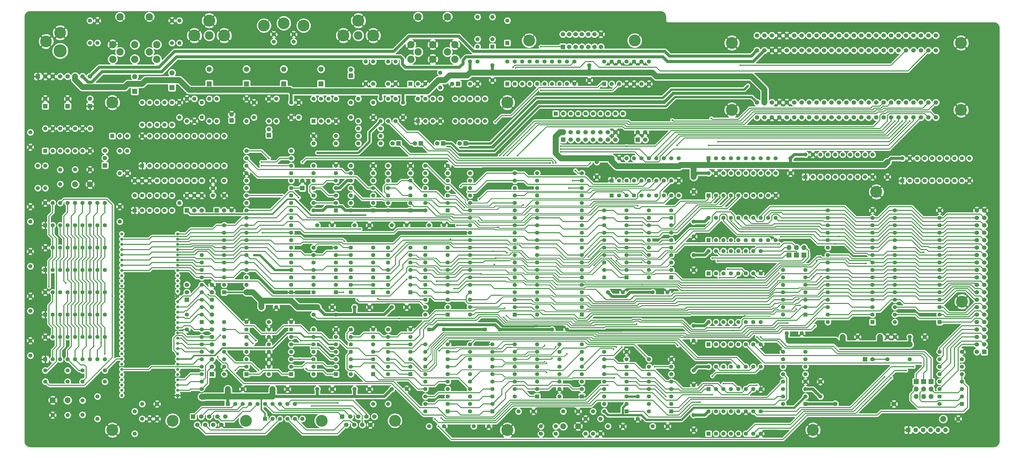
<source format=gbr>
G04 #@! TF.GenerationSoftware,KiCad,Pcbnew,5.1.8-1.fc33*
G04 #@! TF.CreationDate,2020-11-13T16:40:45+01:00*
G04 #@! TF.ProjectId,Omega-Mainboard,4f6d6567-612d-44d6-9169-6e626f617264,rev?*
G04 #@! TF.SameCoordinates,Original*
G04 #@! TF.FileFunction,Copper,L1,Top*
G04 #@! TF.FilePolarity,Positive*
%FSLAX46Y46*%
G04 Gerber Fmt 4.6, Leading zero omitted, Abs format (unit mm)*
G04 Created by KiCad (PCBNEW 5.1.8-1.fc33) date 2020-11-13 16:40:45*
%MOMM*%
%LPD*%
G01*
G04 APERTURE LIST*
G04 #@! TA.AperFunction,ComponentPad*
%ADD10R,1.700000X1.700000*%
G04 #@! TD*
G04 #@! TA.AperFunction,ComponentPad*
%ADD11O,1.700000X1.700000*%
G04 #@! TD*
G04 #@! TA.AperFunction,ComponentPad*
%ADD12R,1.397000X1.397000*%
G04 #@! TD*
G04 #@! TA.AperFunction,ComponentPad*
%ADD13C,1.397000*%
G04 #@! TD*
G04 #@! TA.AperFunction,ComponentPad*
%ADD14C,2.500000*%
G04 #@! TD*
G04 #@! TA.AperFunction,ComponentPad*
%ADD15C,1.371600*%
G04 #@! TD*
G04 #@! TA.AperFunction,ComponentPad*
%ADD16C,4.000500*%
G04 #@! TD*
G04 #@! TA.AperFunction,ComponentPad*
%ADD17R,1.016000X1.016000*%
G04 #@! TD*
G04 #@! TA.AperFunction,ComponentPad*
%ADD18C,1.016000*%
G04 #@! TD*
G04 #@! TA.AperFunction,ComponentPad*
%ADD19R,1.524000X1.524000*%
G04 #@! TD*
G04 #@! TA.AperFunction,ComponentPad*
%ADD20C,1.524000*%
G04 #@! TD*
G04 #@! TA.AperFunction,ComponentPad*
%ADD21C,4.064000*%
G04 #@! TD*
G04 #@! TA.AperFunction,ComponentPad*
%ADD22C,2.971800*%
G04 #@! TD*
G04 #@! TA.AperFunction,ComponentPad*
%ADD23C,4.048760*%
G04 #@! TD*
G04 #@! TA.AperFunction,ComponentPad*
%ADD24R,1.490980X1.490980*%
G04 #@! TD*
G04 #@! TA.AperFunction,ComponentPad*
%ADD25C,1.490980*%
G04 #@! TD*
G04 #@! TA.AperFunction,ComponentPad*
%ADD26R,1.778000X1.778000*%
G04 #@! TD*
G04 #@! TA.AperFunction,ComponentPad*
%ADD27C,1.778000*%
G04 #@! TD*
G04 #@! TA.AperFunction,ComponentPad*
%ADD28C,1.998980*%
G04 #@! TD*
G04 #@! TA.AperFunction,ComponentPad*
%ADD29C,4.000000*%
G04 #@! TD*
G04 #@! TA.AperFunction,ComponentPad*
%ADD30C,4.500000*%
G04 #@! TD*
G04 #@! TA.AperFunction,ComponentPad*
%ADD31R,1.600000X1.600000*%
G04 #@! TD*
G04 #@! TA.AperFunction,ComponentPad*
%ADD32O,1.600000X1.600000*%
G04 #@! TD*
G04 #@! TA.AperFunction,ViaPad*
%ADD33C,0.600000*%
G04 #@! TD*
G04 #@! TA.AperFunction,Conductor*
%ADD34C,0.990600*%
G04 #@! TD*
G04 #@! TA.AperFunction,Conductor*
%ADD35C,1.000000*%
G04 #@! TD*
G04 #@! TA.AperFunction,Conductor*
%ADD36C,2.000000*%
G04 #@! TD*
G04 #@! TA.AperFunction,Conductor*
%ADD37C,0.736600*%
G04 #@! TD*
G04 #@! TA.AperFunction,Conductor*
%ADD38C,0.355600*%
G04 #@! TD*
G04 #@! TA.AperFunction,Conductor*
%ADD39C,0.482600*%
G04 #@! TD*
G04 #@! TA.AperFunction,Conductor*
%ADD40C,0.375000*%
G04 #@! TD*
G04 #@! TA.AperFunction,Conductor*
%ADD41C,0.350000*%
G04 #@! TD*
G04 #@! TA.AperFunction,Conductor*
%ADD42C,0.254000*%
G04 #@! TD*
G04 #@! TA.AperFunction,Conductor*
%ADD43C,0.750000*%
G04 #@! TD*
G04 #@! TA.AperFunction,Conductor*
%ADD44C,0.500000*%
G04 #@! TD*
G04 #@! TA.AperFunction,Conductor*
%ADD45C,0.100000*%
G04 #@! TD*
G04 APERTURE END LIST*
D10*
X273812000Y-96520000D03*
D11*
X273812000Y-93980000D03*
X276352000Y-93980000D03*
D10*
X276352000Y-96520000D03*
X278892000Y-96520000D03*
D11*
X278892000Y-93980000D03*
D12*
X246380000Y-102743000D03*
D13*
X248920000Y-102743000D03*
X251460000Y-102743000D03*
X254000000Y-102743000D03*
X256540000Y-102743000D03*
X259080000Y-102743000D03*
X261620000Y-102743000D03*
X264160000Y-102743000D03*
X264160000Y-95123000D03*
X261620000Y-95123000D03*
X259080000Y-95123000D03*
X256540000Y-95123000D03*
X254000000Y-95123000D03*
X251460000Y-95123000D03*
X248920000Y-95123000D03*
X246380000Y-95123000D03*
D14*
X50800000Y-24700000D03*
X50800000Y-29700000D03*
X45800000Y-27200000D03*
X55800000Y-27200000D03*
X43300000Y-24700000D03*
X43300000Y-29700000D03*
X58300000Y-24700000D03*
X58300000Y-29700000D03*
X55800000Y-15200000D03*
X45800000Y-15200000D03*
D15*
X98200000Y-23700000D03*
X105000000Y-23700000D03*
X105000000Y-21200000D03*
X98200000Y-21200000D03*
D16*
X101600000Y-17400000D03*
X94850000Y-18200000D03*
X108350000Y-18200000D03*
D12*
X213360000Y-76200000D03*
D13*
X215900000Y-76200000D03*
X218440000Y-76200000D03*
X220980000Y-76200000D03*
X223520000Y-76200000D03*
X226060000Y-76200000D03*
X228600000Y-76200000D03*
X231140000Y-76200000D03*
X233680000Y-76200000D03*
X236220000Y-76200000D03*
X66040000Y-49530000D03*
X66040000Y-44450000D03*
X63500000Y-44450000D03*
X63500000Y-52070000D03*
X50800000Y-149860000D03*
X50800000Y-157480000D03*
D17*
X65405000Y-144399000D03*
D18*
X65405000Y-142621000D03*
X65405000Y-140843000D03*
X65405000Y-139065000D03*
X65405000Y-137287000D03*
X65405000Y-135509000D03*
X65405000Y-133731000D03*
X65405000Y-131953000D03*
X65405000Y-130175000D03*
X65405000Y-128397000D03*
X65405000Y-126619000D03*
X65405000Y-124841000D03*
X65405000Y-123063000D03*
X65405000Y-121285000D03*
X65405000Y-119507000D03*
X65405000Y-117729000D03*
X65405000Y-115951000D03*
X65405000Y-114173000D03*
X65405000Y-112395000D03*
X65405000Y-110617000D03*
X65405000Y-108839000D03*
X65405000Y-107061000D03*
X65405000Y-105283000D03*
X65405000Y-103505000D03*
X65405000Y-101727000D03*
X65405000Y-99949000D03*
X65405000Y-98171000D03*
X65405000Y-96393000D03*
X65405000Y-94615000D03*
X65405000Y-92837000D03*
X65405000Y-91059000D03*
X65405000Y-89281000D03*
X46355000Y-89281000D03*
X46355000Y-91059000D03*
X46355000Y-92837000D03*
X46355000Y-94615000D03*
X46355000Y-96393000D03*
X46355000Y-98171000D03*
X46355000Y-99949000D03*
X46355000Y-101727000D03*
X46355000Y-103505000D03*
X46355000Y-105283000D03*
X46355000Y-107061000D03*
X46355000Y-108839000D03*
X46355000Y-110617000D03*
X46355000Y-112395000D03*
X46355000Y-114173000D03*
X46355000Y-115951000D03*
X46355000Y-117729000D03*
X46355000Y-119507000D03*
X46355000Y-121285000D03*
X46355000Y-123063000D03*
X46355000Y-124841000D03*
X46355000Y-126619000D03*
X46355000Y-128397000D03*
X46355000Y-130175000D03*
X46355000Y-131953000D03*
X46355000Y-133731000D03*
X46355000Y-135509000D03*
X46355000Y-137287000D03*
X46355000Y-139065000D03*
X46355000Y-140843000D03*
X46355000Y-142621000D03*
X46355000Y-144399000D03*
D19*
X196850000Y-57150000D03*
D20*
X196850000Y-54610000D03*
X199390000Y-57150000D03*
X199390000Y-54610000D03*
X201930000Y-57150000D03*
X201930000Y-54610000D03*
X204470000Y-57150000D03*
X204470000Y-54610000D03*
X207010000Y-57150000D03*
X207010000Y-54610000D03*
X209550000Y-57150000D03*
X209550000Y-54610000D03*
X212090000Y-57150000D03*
X212090000Y-54610000D03*
X214630000Y-57150000D03*
X214630000Y-54610000D03*
D21*
X76200000Y-16510000D03*
X81280000Y-21590000D03*
X71120000Y-21590000D03*
D22*
X76200000Y-21590000D03*
D13*
X38100000Y-16510000D03*
X38100000Y-24130000D03*
X35560000Y-16510000D03*
X35560000Y-24130000D03*
X63500000Y-16510000D03*
X63500000Y-24130000D03*
D23*
X221200000Y-23300000D03*
X185200000Y-23300000D03*
D19*
X196720000Y-25445000D03*
D20*
X198880000Y-25445000D03*
X201040000Y-25445000D03*
X203200000Y-25445000D03*
X205360000Y-25445000D03*
X207520000Y-25445000D03*
X209680000Y-25445000D03*
X203200000Y-21155000D03*
X196720000Y-21155000D03*
X198880000Y-21155000D03*
X201040000Y-21155000D03*
X205360000Y-21155000D03*
X207520000Y-21155000D03*
X209680000Y-21155000D03*
D13*
X160020000Y-43180000D03*
X160020000Y-50800000D03*
X162560000Y-50800000D03*
X162560000Y-43180000D03*
X165100000Y-50800000D03*
X165100000Y-43180000D03*
X170180000Y-50800000D03*
X170180000Y-43180000D03*
X142240000Y-44450000D03*
X142240000Y-49530000D03*
X167640000Y-43180000D03*
X167640000Y-50800000D03*
X134620000Y-50800000D03*
X134620000Y-43180000D03*
D12*
X147320000Y-50800000D03*
D13*
X149860000Y-50800000D03*
X152400000Y-50800000D03*
X154940000Y-50800000D03*
X154940000Y-43180000D03*
X152400000Y-43180000D03*
X149860000Y-43180000D03*
X147320000Y-43180000D03*
D12*
X172720000Y-25400000D03*
D13*
X172720000Y-22860000D03*
X172720000Y-15240000D03*
X167640000Y-15240000D03*
X167640000Y-22860000D03*
X167640000Y-25400000D03*
X71120000Y-43180000D03*
X71120000Y-50800000D03*
D12*
X119380000Y-137160000D03*
D13*
X119380000Y-134620000D03*
X119380000Y-132080000D03*
X119380000Y-129540000D03*
X119380000Y-127000000D03*
X119380000Y-124460000D03*
X119380000Y-121920000D03*
X111760000Y-121920000D03*
X111760000Y-124460000D03*
X111760000Y-127000000D03*
X111760000Y-129540000D03*
X111760000Y-132080000D03*
X111760000Y-134620000D03*
X111760000Y-137160000D03*
D12*
X132080000Y-137160000D03*
D13*
X132080000Y-134620000D03*
X132080000Y-132080000D03*
X132080000Y-129540000D03*
X132080000Y-127000000D03*
X132080000Y-124460000D03*
X132080000Y-121920000D03*
X124460000Y-121920000D03*
X124460000Y-124460000D03*
X124460000Y-127000000D03*
X124460000Y-129540000D03*
X124460000Y-132080000D03*
X124460000Y-134620000D03*
X124460000Y-137160000D03*
D12*
X132080000Y-81280000D03*
D13*
X132080000Y-78740000D03*
X132080000Y-76200000D03*
X132080000Y-73660000D03*
X132080000Y-71120000D03*
X132080000Y-68580000D03*
X132080000Y-66040000D03*
X124460000Y-66040000D03*
X124460000Y-68580000D03*
X124460000Y-71120000D03*
X124460000Y-73660000D03*
X124460000Y-76200000D03*
X124460000Y-78740000D03*
X124460000Y-81280000D03*
D12*
X218440000Y-104140000D03*
D13*
X218440000Y-101600000D03*
X218440000Y-99060000D03*
X218440000Y-96520000D03*
X218440000Y-93980000D03*
X218440000Y-91440000D03*
X218440000Y-88900000D03*
X218440000Y-86360000D03*
X218440000Y-83820000D03*
X218440000Y-81280000D03*
X210820000Y-81280000D03*
X210820000Y-83820000D03*
X210820000Y-86360000D03*
X210820000Y-88900000D03*
X210820000Y-91440000D03*
X210820000Y-93980000D03*
X210820000Y-96520000D03*
X210820000Y-99060000D03*
X210820000Y-101600000D03*
X210820000Y-104140000D03*
D12*
X180340000Y-116840000D03*
D13*
X180340000Y-114300000D03*
X180340000Y-111760000D03*
X180340000Y-109220000D03*
X180340000Y-106680000D03*
X180340000Y-104140000D03*
X180340000Y-101600000D03*
X180340000Y-99060000D03*
X180340000Y-96520000D03*
X180340000Y-93980000D03*
X180340000Y-91440000D03*
X180340000Y-88900000D03*
X180340000Y-86360000D03*
X180340000Y-83820000D03*
X180340000Y-81280000D03*
X180340000Y-78740000D03*
X180340000Y-76200000D03*
X180340000Y-73660000D03*
X180340000Y-71120000D03*
X180340000Y-68580000D03*
X165100000Y-68580000D03*
X165100000Y-71120000D03*
X165100000Y-73660000D03*
X165100000Y-76200000D03*
X165100000Y-78740000D03*
X165100000Y-81280000D03*
X165100000Y-83820000D03*
X165100000Y-86360000D03*
X165100000Y-88900000D03*
X165100000Y-91440000D03*
X165100000Y-93980000D03*
X165100000Y-96520000D03*
X165100000Y-99060000D03*
X165100000Y-101600000D03*
X165100000Y-104140000D03*
X165100000Y-106680000D03*
X165100000Y-109220000D03*
X165100000Y-111760000D03*
X165100000Y-114300000D03*
X165100000Y-116840000D03*
D12*
X213360000Y-71120000D03*
D13*
X215900000Y-71120000D03*
X218440000Y-71120000D03*
X220980000Y-71120000D03*
X223520000Y-71120000D03*
X226060000Y-71120000D03*
X228600000Y-71120000D03*
X231140000Y-71120000D03*
X233680000Y-71120000D03*
X236220000Y-71120000D03*
X236220000Y-63500000D03*
X233680000Y-63500000D03*
X231140000Y-63500000D03*
X228600000Y-63500000D03*
X226060000Y-63500000D03*
X223520000Y-63500000D03*
X220980000Y-63500000D03*
X218440000Y-63500000D03*
X215900000Y-63500000D03*
X213360000Y-63500000D03*
X227330000Y-109220000D03*
X232410000Y-109220000D03*
D20*
X262890000Y-26670000D03*
X262890000Y-21590000D03*
X265430000Y-26670000D03*
X265430000Y-21590000D03*
X267970000Y-26670000D03*
X267970000Y-21590000D03*
X270510000Y-26670000D03*
X270510000Y-21590000D03*
X273050000Y-26670000D03*
X273050000Y-21590000D03*
X275590000Y-26670000D03*
X275590000Y-21590000D03*
X278130000Y-26670000D03*
X278130000Y-21590000D03*
X280670000Y-26670000D03*
X280670000Y-21590000D03*
X283210000Y-26670000D03*
X283210000Y-21590000D03*
X285750000Y-26670000D03*
X285750000Y-21590000D03*
X288290000Y-26670000D03*
X288290000Y-21590000D03*
X290830000Y-26670000D03*
X290830000Y-21590000D03*
X293370000Y-26670000D03*
X293370000Y-21590000D03*
X295910000Y-26670000D03*
X295910000Y-21590000D03*
X298450000Y-26670000D03*
X298450000Y-21590000D03*
X300990000Y-26670000D03*
X300990000Y-21590000D03*
X303530000Y-26670000D03*
X303530000Y-21590000D03*
X306070000Y-26670000D03*
X306070000Y-21590000D03*
X308610000Y-26670000D03*
X308610000Y-21590000D03*
X311150000Y-26670000D03*
X311150000Y-21590000D03*
X313690000Y-26670000D03*
X313690000Y-21590000D03*
X316230000Y-26670000D03*
X316230000Y-21590000D03*
X318770000Y-26670000D03*
X318770000Y-21590000D03*
X321310000Y-26670000D03*
X321310000Y-21590000D03*
X323850000Y-26670000D03*
X323850000Y-21590000D03*
D23*
X63705740Y-153035000D03*
X88694260Y-153035000D03*
D19*
X70713600Y-151612600D03*
D20*
X73456800Y-151612600D03*
X76200000Y-151612600D03*
X78943200Y-151612600D03*
X81686400Y-151612600D03*
X80314800Y-154457400D03*
X77571600Y-154457400D03*
X74803000Y-154457400D03*
X72085200Y-154457400D03*
D12*
X302260000Y-119380000D03*
D13*
X302260000Y-116840000D03*
X302260000Y-114300000D03*
X302260000Y-111760000D03*
X302260000Y-109220000D03*
X302260000Y-106680000D03*
X302260000Y-104140000D03*
X302260000Y-101600000D03*
X302260000Y-99060000D03*
X302260000Y-96520000D03*
X302260000Y-93980000D03*
X302260000Y-91440000D03*
X302260000Y-88900000D03*
X302260000Y-86360000D03*
X302260000Y-83820000D03*
X302260000Y-81280000D03*
X287020000Y-81280000D03*
X287020000Y-83820000D03*
X287020000Y-86360000D03*
X287020000Y-88900000D03*
X287020000Y-91440000D03*
X287020000Y-93980000D03*
X287020000Y-96520000D03*
X287020000Y-99060000D03*
X287020000Y-101600000D03*
X287020000Y-104140000D03*
X287020000Y-106680000D03*
X287020000Y-109220000D03*
X287020000Y-111760000D03*
X287020000Y-114300000D03*
X287020000Y-116840000D03*
X287020000Y-119380000D03*
D12*
X325120000Y-119380000D03*
D13*
X325120000Y-116840000D03*
X325120000Y-114300000D03*
X325120000Y-111760000D03*
X325120000Y-109220000D03*
X325120000Y-106680000D03*
X325120000Y-104140000D03*
X325120000Y-101600000D03*
X325120000Y-99060000D03*
X325120000Y-96520000D03*
X325120000Y-93980000D03*
X325120000Y-91440000D03*
X325120000Y-88900000D03*
X325120000Y-86360000D03*
X325120000Y-83820000D03*
X325120000Y-81280000D03*
X309880000Y-81280000D03*
X309880000Y-83820000D03*
X309880000Y-86360000D03*
X309880000Y-88900000D03*
X309880000Y-91440000D03*
X309880000Y-93980000D03*
X309880000Y-96520000D03*
X309880000Y-99060000D03*
X309880000Y-101600000D03*
X309880000Y-104140000D03*
X309880000Y-106680000D03*
X309880000Y-109220000D03*
X309880000Y-111760000D03*
X309880000Y-114300000D03*
X309880000Y-116840000D03*
X309880000Y-119380000D03*
D12*
X279400000Y-69850000D03*
D13*
X281940000Y-69850000D03*
X284480000Y-69850000D03*
X287020000Y-69850000D03*
X289560000Y-69850000D03*
X292100000Y-69850000D03*
X294640000Y-69850000D03*
X297180000Y-69850000D03*
X299720000Y-69850000D03*
X302260000Y-69850000D03*
X302260000Y-62230000D03*
X299720000Y-62230000D03*
X297180000Y-62230000D03*
X294640000Y-62230000D03*
X292100000Y-62230000D03*
X289560000Y-62230000D03*
X287020000Y-62230000D03*
X284480000Y-62230000D03*
X281940000Y-62230000D03*
X279400000Y-62230000D03*
D20*
X289529520Y-147320000D03*
X309529480Y-147320000D03*
D12*
X279400000Y-116840000D03*
D13*
X279400000Y-114300000D03*
X279400000Y-111760000D03*
X279400000Y-109220000D03*
X279400000Y-106680000D03*
X279400000Y-104140000D03*
X279400000Y-101600000D03*
X271780000Y-101600000D03*
X271780000Y-104140000D03*
X271780000Y-106680000D03*
X271780000Y-109220000D03*
X271780000Y-111760000D03*
X271780000Y-114300000D03*
X271780000Y-116840000D03*
X273050000Y-123190000D03*
X278130000Y-123190000D03*
D12*
X246380000Y-76200000D03*
D13*
X248920000Y-76200000D03*
X251460000Y-76200000D03*
X254000000Y-76200000D03*
X256540000Y-76200000D03*
X259080000Y-76200000D03*
X261620000Y-76200000D03*
X264160000Y-76200000D03*
X266700000Y-76200000D03*
X269240000Y-76200000D03*
X269240000Y-68580000D03*
X266700000Y-68580000D03*
X264160000Y-68580000D03*
X261620000Y-68580000D03*
X259080000Y-68580000D03*
X256540000Y-68580000D03*
X254000000Y-68580000D03*
X251460000Y-68580000D03*
X248920000Y-68580000D03*
X246380000Y-68580000D03*
D12*
X246380000Y-91440000D03*
D13*
X248920000Y-91440000D03*
X251460000Y-91440000D03*
X254000000Y-91440000D03*
X256540000Y-91440000D03*
X259080000Y-91440000D03*
X261620000Y-91440000D03*
X264160000Y-91440000D03*
X266700000Y-91440000D03*
X269240000Y-91440000D03*
X269240000Y-83820000D03*
X266700000Y-83820000D03*
X264160000Y-83820000D03*
X261620000Y-83820000D03*
X259080000Y-83820000D03*
X256540000Y-83820000D03*
X254000000Y-83820000D03*
X251460000Y-83820000D03*
X248920000Y-83820000D03*
X246380000Y-83820000D03*
D12*
X218440000Y-149860000D03*
D13*
X218440000Y-147320000D03*
X218440000Y-144780000D03*
X218440000Y-142240000D03*
X218440000Y-139700000D03*
X218440000Y-137160000D03*
X218440000Y-134620000D03*
X218440000Y-132080000D03*
X218440000Y-129540000D03*
X210820000Y-129540000D03*
X210820000Y-132080000D03*
X210820000Y-134620000D03*
X210820000Y-137160000D03*
X210820000Y-139700000D03*
X210820000Y-142240000D03*
X210820000Y-144780000D03*
X210820000Y-147320000D03*
X210820000Y-149860000D03*
D12*
X132080000Y-109220000D03*
D13*
X132080000Y-106680000D03*
X132080000Y-104140000D03*
X132080000Y-101600000D03*
X132080000Y-99060000D03*
X132080000Y-96520000D03*
X132080000Y-93980000D03*
X124460000Y-93980000D03*
X124460000Y-96520000D03*
X124460000Y-99060000D03*
X124460000Y-101600000D03*
X124460000Y-104140000D03*
X124460000Y-106680000D03*
X124460000Y-109220000D03*
D12*
X104140000Y-109220000D03*
D13*
X104140000Y-106680000D03*
X104140000Y-104140000D03*
X104140000Y-101600000D03*
X104140000Y-99060000D03*
X104140000Y-96520000D03*
X104140000Y-93980000D03*
X104140000Y-91440000D03*
X104140000Y-88900000D03*
X104140000Y-86360000D03*
X104140000Y-83820000D03*
X104140000Y-81280000D03*
X104140000Y-78740000D03*
X104140000Y-76200000D03*
X104140000Y-73660000D03*
X104140000Y-71120000D03*
X104140000Y-68580000D03*
X104140000Y-66040000D03*
X104140000Y-63500000D03*
X104140000Y-60960000D03*
X88900000Y-60960000D03*
X88900000Y-63500000D03*
X88900000Y-66040000D03*
X88900000Y-68580000D03*
X88900000Y-71120000D03*
X88900000Y-73660000D03*
X88900000Y-76200000D03*
X88900000Y-78740000D03*
X88900000Y-81280000D03*
X88900000Y-83820000D03*
X88900000Y-86360000D03*
X88900000Y-88900000D03*
X88900000Y-91440000D03*
X88900000Y-93980000D03*
X88900000Y-96520000D03*
X88900000Y-99060000D03*
X88900000Y-101600000D03*
X88900000Y-104140000D03*
X88900000Y-106680000D03*
X88900000Y-109220000D03*
D12*
X144780000Y-137160000D03*
D13*
X144780000Y-134620000D03*
X144780000Y-132080000D03*
X144780000Y-129540000D03*
X144780000Y-127000000D03*
X144780000Y-124460000D03*
X144780000Y-121920000D03*
X137160000Y-121920000D03*
X137160000Y-124460000D03*
X137160000Y-127000000D03*
X137160000Y-129540000D03*
X137160000Y-132080000D03*
X137160000Y-134620000D03*
X137160000Y-137160000D03*
D12*
X20320000Y-60960000D03*
D13*
X22860000Y-60960000D03*
X25400000Y-60960000D03*
X27940000Y-60960000D03*
X30480000Y-60960000D03*
X33020000Y-60960000D03*
X35560000Y-60960000D03*
X35560000Y-53340000D03*
X33020000Y-53340000D03*
X30480000Y-53340000D03*
X27940000Y-53340000D03*
X25400000Y-53340000D03*
X22860000Y-53340000D03*
X20320000Y-53340000D03*
D12*
X144780000Y-109220000D03*
D13*
X144780000Y-106680000D03*
X144780000Y-104140000D03*
X144780000Y-101600000D03*
X144780000Y-99060000D03*
X144780000Y-96520000D03*
X144780000Y-93980000D03*
X137160000Y-93980000D03*
X137160000Y-96520000D03*
X137160000Y-99060000D03*
X137160000Y-101600000D03*
X137160000Y-104140000D03*
X137160000Y-106680000D03*
X137160000Y-109220000D03*
D12*
X157480000Y-116840000D03*
D13*
X157480000Y-114300000D03*
X157480000Y-111760000D03*
X157480000Y-109220000D03*
X157480000Y-106680000D03*
X157480000Y-104140000D03*
X157480000Y-101600000D03*
X157480000Y-99060000D03*
X157480000Y-96520000D03*
X157480000Y-93980000D03*
X149860000Y-93980000D03*
X149860000Y-96520000D03*
X149860000Y-99060000D03*
X149860000Y-101600000D03*
X149860000Y-104140000D03*
X149860000Y-106680000D03*
X149860000Y-109220000D03*
X149860000Y-111760000D03*
X149860000Y-114300000D03*
X149860000Y-116840000D03*
D12*
X203200000Y-116840000D03*
D13*
X203200000Y-114300000D03*
X203200000Y-111760000D03*
X203200000Y-109220000D03*
X203200000Y-106680000D03*
X203200000Y-104140000D03*
X203200000Y-101600000D03*
X203200000Y-99060000D03*
X203200000Y-96520000D03*
X203200000Y-93980000D03*
X203200000Y-91440000D03*
X203200000Y-88900000D03*
X203200000Y-86360000D03*
X203200000Y-83820000D03*
X203200000Y-81280000D03*
X203200000Y-78740000D03*
X203200000Y-76200000D03*
X203200000Y-73660000D03*
X203200000Y-71120000D03*
X203200000Y-68580000D03*
X187960000Y-68580000D03*
X187960000Y-71120000D03*
X187960000Y-73660000D03*
X187960000Y-76200000D03*
X187960000Y-78740000D03*
X187960000Y-81280000D03*
X187960000Y-83820000D03*
X187960000Y-86360000D03*
X187960000Y-88900000D03*
X187960000Y-91440000D03*
X187960000Y-93980000D03*
X187960000Y-96520000D03*
X187960000Y-99060000D03*
X187960000Y-101600000D03*
X187960000Y-104140000D03*
X187960000Y-106680000D03*
X187960000Y-109220000D03*
X187960000Y-111760000D03*
X187960000Y-114300000D03*
X187960000Y-116840000D03*
D12*
X233680000Y-104140000D03*
D13*
X233680000Y-101600000D03*
X233680000Y-99060000D03*
X233680000Y-96520000D03*
X233680000Y-93980000D03*
X233680000Y-91440000D03*
X233680000Y-88900000D03*
X233680000Y-86360000D03*
X233680000Y-83820000D03*
X233680000Y-81280000D03*
X226060000Y-81280000D03*
X226060000Y-83820000D03*
X226060000Y-86360000D03*
X226060000Y-88900000D03*
X226060000Y-91440000D03*
X226060000Y-93980000D03*
X226060000Y-96520000D03*
X226060000Y-99060000D03*
X226060000Y-101600000D03*
X226060000Y-104140000D03*
D12*
X20320000Y-86360000D03*
D13*
X22860000Y-86360000D03*
X25400000Y-86360000D03*
X27940000Y-86360000D03*
X30480000Y-86360000D03*
X33020000Y-86360000D03*
X35560000Y-86360000D03*
X38100000Y-86360000D03*
X40640000Y-86360000D03*
X40640000Y-78740000D03*
X38100000Y-78740000D03*
X35560000Y-78740000D03*
X33020000Y-78740000D03*
X30480000Y-78740000D03*
X27940000Y-78740000D03*
X25400000Y-78740000D03*
X22860000Y-78740000D03*
X20320000Y-78740000D03*
D12*
X233680000Y-149860000D03*
D13*
X233680000Y-147320000D03*
X233680000Y-144780000D03*
X233680000Y-142240000D03*
X233680000Y-139700000D03*
X233680000Y-137160000D03*
X233680000Y-134620000D03*
X233680000Y-132080000D03*
X226060000Y-132080000D03*
X226060000Y-134620000D03*
X226060000Y-137160000D03*
X226060000Y-139700000D03*
X226060000Y-142240000D03*
X226060000Y-144780000D03*
X226060000Y-147320000D03*
X226060000Y-149860000D03*
D12*
X203200000Y-144780000D03*
D13*
X203200000Y-142240000D03*
X203200000Y-139700000D03*
X203200000Y-137160000D03*
X203200000Y-134620000D03*
X203200000Y-132080000D03*
X203200000Y-129540000D03*
X203200000Y-127000000D03*
X195580000Y-127000000D03*
X195580000Y-129540000D03*
X195580000Y-132080000D03*
X195580000Y-134620000D03*
X195580000Y-137160000D03*
X195580000Y-139700000D03*
X195580000Y-142240000D03*
X195580000Y-144780000D03*
D12*
X157480000Y-149860000D03*
D13*
X157480000Y-147320000D03*
X157480000Y-144780000D03*
X157480000Y-142240000D03*
X157480000Y-139700000D03*
X157480000Y-137160000D03*
X157480000Y-134620000D03*
X157480000Y-132080000D03*
X157480000Y-129540000D03*
X157480000Y-127000000D03*
X149860000Y-127000000D03*
X149860000Y-129540000D03*
X149860000Y-132080000D03*
X149860000Y-134620000D03*
X149860000Y-137160000D03*
X149860000Y-139700000D03*
X149860000Y-142240000D03*
X149860000Y-144780000D03*
X149860000Y-147320000D03*
X149860000Y-149860000D03*
D20*
X122885200Y-154457400D03*
X125603000Y-154457400D03*
X128371600Y-154457400D03*
X131114800Y-154457400D03*
X132486400Y-151612600D03*
X129743200Y-151612600D03*
X127000000Y-151612600D03*
X124256800Y-151612600D03*
D19*
X121513600Y-151612600D03*
D23*
X139494260Y-153035000D03*
X114505740Y-153035000D03*
D12*
X172720000Y-149860000D03*
D13*
X172720000Y-147320000D03*
X172720000Y-144780000D03*
X172720000Y-142240000D03*
X172720000Y-139700000D03*
X172720000Y-137160000D03*
X172720000Y-134620000D03*
X172720000Y-132080000D03*
X172720000Y-129540000D03*
X172720000Y-127000000D03*
X165100000Y-127000000D03*
X165100000Y-129540000D03*
X165100000Y-132080000D03*
X165100000Y-134620000D03*
X165100000Y-137160000D03*
X165100000Y-139700000D03*
X165100000Y-142240000D03*
X165100000Y-144780000D03*
X165100000Y-147320000D03*
X165100000Y-149860000D03*
D24*
X163560760Y-58420000D03*
D25*
X161559240Y-58420000D03*
D12*
X332740000Y-147320000D03*
D13*
X332740000Y-144780000D03*
X332740000Y-142240000D03*
X332740000Y-139700000D03*
X332740000Y-137160000D03*
X332740000Y-134620000D03*
X332740000Y-132080000D03*
X332740000Y-129540000D03*
X325120000Y-129540000D03*
X325120000Y-132080000D03*
X325120000Y-134620000D03*
X325120000Y-137160000D03*
X325120000Y-139700000D03*
X325120000Y-142240000D03*
X325120000Y-144780000D03*
X325120000Y-147320000D03*
D20*
X323850000Y-44450000D03*
X323850000Y-49530000D03*
X321310000Y-44450000D03*
X321310000Y-49530000D03*
X318770000Y-44450000D03*
X318770000Y-49530000D03*
X316230000Y-44450000D03*
X316230000Y-49530000D03*
X313690000Y-44450000D03*
X313690000Y-49530000D03*
X311150000Y-44450000D03*
X311150000Y-49530000D03*
X308610000Y-44450000D03*
X308610000Y-49530000D03*
X306070000Y-44450000D03*
X306070000Y-49530000D03*
X303530000Y-44450000D03*
X303530000Y-49530000D03*
X300990000Y-44450000D03*
X300990000Y-49530000D03*
X298450000Y-44450000D03*
X298450000Y-49530000D03*
X295910000Y-44450000D03*
X295910000Y-49530000D03*
X293370000Y-44450000D03*
X293370000Y-49530000D03*
X290830000Y-44450000D03*
X290830000Y-49530000D03*
X288290000Y-44450000D03*
X288290000Y-49530000D03*
X285750000Y-44450000D03*
X285750000Y-49530000D03*
X283210000Y-44450000D03*
X283210000Y-49530000D03*
X280670000Y-44450000D03*
X280670000Y-49530000D03*
X278130000Y-44450000D03*
X278130000Y-49530000D03*
X275590000Y-44450000D03*
X275590000Y-49530000D03*
X273050000Y-44450000D03*
X273050000Y-49530000D03*
X270510000Y-44450000D03*
X270510000Y-49530000D03*
X267970000Y-44450000D03*
X267970000Y-49530000D03*
X265430000Y-44450000D03*
X265430000Y-49530000D03*
X262890000Y-44450000D03*
X262890000Y-49530000D03*
D13*
X78740000Y-43180000D03*
X78740000Y-50800000D03*
D21*
X43180000Y-44450000D03*
X177800000Y-44450000D03*
X303530000Y-74930000D03*
X43180000Y-156210000D03*
X177800000Y-156210000D03*
X281940000Y-156210000D03*
X332740000Y-112395000D03*
D13*
X175260000Y-121920000D03*
X170180000Y-121920000D03*
X193040000Y-121920000D03*
X198120000Y-121920000D03*
X53340000Y-147320000D03*
X58420000Y-147320000D03*
X93980000Y-114300000D03*
X99060000Y-114300000D03*
X212090000Y-154940000D03*
X217170000Y-154940000D03*
X292100000Y-124460000D03*
X297180000Y-124460000D03*
X314960000Y-124460000D03*
X320040000Y-124460000D03*
X15240000Y-85090000D03*
X15240000Y-80010000D03*
X15240000Y-115570000D03*
X15240000Y-110490000D03*
X15240000Y-100330000D03*
X15240000Y-95250000D03*
X15240000Y-130810000D03*
X15240000Y-125730000D03*
X151130000Y-121920000D03*
X156210000Y-121920000D03*
X151130000Y-154940000D03*
X156210000Y-154940000D03*
X166370000Y-154940000D03*
X171450000Y-154940000D03*
X241300000Y-96520000D03*
X241300000Y-101600000D03*
X241300000Y-135890000D03*
X241300000Y-140970000D03*
X241300000Y-120650000D03*
X241300000Y-125730000D03*
X241300000Y-151130000D03*
X241300000Y-156210000D03*
X274320000Y-63500000D03*
X274320000Y-68580000D03*
X307340000Y-64770000D03*
X307340000Y-69850000D03*
X208280000Y-64770000D03*
X208280000Y-69850000D03*
X212090000Y-109220000D03*
X217170000Y-109220000D03*
X172720000Y-31750000D03*
X172720000Y-36830000D03*
X241300000Y-69850000D03*
X241300000Y-74930000D03*
X241300000Y-85090000D03*
X241300000Y-90170000D03*
X227330000Y-154940000D03*
X232410000Y-154940000D03*
X82550000Y-142240000D03*
X87630000Y-142240000D03*
X97790000Y-142240000D03*
X102870000Y-142240000D03*
X196850000Y-149860000D03*
X201930000Y-149860000D03*
X181610000Y-149860000D03*
X186690000Y-149860000D03*
X326390000Y-152400000D03*
X331470000Y-152400000D03*
X205740000Y-31750000D03*
X205740000Y-36830000D03*
X138430000Y-86360000D03*
X143510000Y-86360000D03*
X125730000Y-86360000D03*
X130810000Y-86360000D03*
X113030000Y-86360000D03*
X118110000Y-86360000D03*
X138430000Y-142240000D03*
X143510000Y-142240000D03*
X125730000Y-142240000D03*
X130810000Y-142240000D03*
X125730000Y-114300000D03*
X130810000Y-114300000D03*
X138430000Y-114300000D03*
X143510000Y-114300000D03*
X113030000Y-142240000D03*
X118110000Y-142240000D03*
X15240000Y-54610000D03*
X15240000Y-59690000D03*
X113030000Y-114300000D03*
X118110000Y-114300000D03*
X151130000Y-86360000D03*
X156210000Y-86360000D03*
X284480000Y-144780000D03*
X284480000Y-139700000D03*
X81280000Y-71120000D03*
X81280000Y-76200000D03*
X104140000Y-44450000D03*
X104140000Y-49530000D03*
X60960000Y-76200000D03*
X60960000Y-71120000D03*
X58420000Y-76200000D03*
X58420000Y-71120000D03*
X63500000Y-76200000D03*
X63500000Y-71120000D03*
X71120000Y-71120000D03*
X71120000Y-76200000D03*
X91440000Y-49530000D03*
X91440000Y-44450000D03*
X45720000Y-80010000D03*
X45720000Y-85090000D03*
D26*
X88900000Y-38059360D03*
D27*
X88900000Y-33060640D03*
D26*
X114300000Y-38059360D03*
D27*
X114300000Y-33060640D03*
D26*
X101600000Y-38059360D03*
D27*
X101600000Y-33060640D03*
D26*
X50800000Y-40599360D03*
D27*
X50800000Y-35600640D03*
D26*
X76200000Y-38059360D03*
D27*
X76200000Y-33060640D03*
D26*
X63500000Y-39329360D03*
D27*
X63500000Y-34330640D03*
D24*
X20320000Y-45700000D03*
D25*
X20320000Y-43200000D03*
D24*
X27940000Y-45700000D03*
D25*
X27940000Y-43200000D03*
D24*
X35560000Y-45700000D03*
D25*
X35560000Y-43200000D03*
D24*
X161020760Y-38100000D03*
D25*
X159019240Y-38100000D03*
D24*
X96520000Y-55610760D03*
D25*
X96520000Y-53609240D03*
D24*
X140700760Y-58420000D03*
D25*
X138699240Y-58420000D03*
D24*
X155940760Y-58420000D03*
D25*
X153939240Y-58420000D03*
D24*
X124460000Y-35290760D03*
D25*
X124460000Y-33289240D03*
X83820000Y-48529240D03*
D24*
X83820000Y-50530760D03*
D25*
X146319240Y-58420000D03*
D24*
X148320760Y-58420000D03*
D13*
X132080000Y-44450000D03*
X132080000Y-49530000D03*
X154940000Y-34290000D03*
X154940000Y-39370000D03*
X124460000Y-49530000D03*
X124460000Y-44450000D03*
X106680000Y-49530000D03*
X106680000Y-44450000D03*
X53340000Y-76200000D03*
X53340000Y-71120000D03*
X55880000Y-76200000D03*
X55880000Y-71120000D03*
X50800000Y-76200000D03*
X50800000Y-71120000D03*
X73660000Y-71120000D03*
X73660000Y-76200000D03*
X209550000Y-157480000D03*
X209550000Y-152400000D03*
X204470000Y-152400000D03*
X204470000Y-157480000D03*
D28*
X22860000Y-146050000D03*
X27940000Y-146050000D03*
X35560000Y-72390000D03*
X30480000Y-72390000D03*
D13*
X22860000Y-151130000D03*
X27940000Y-151130000D03*
X35560000Y-67310000D03*
X30480000Y-67310000D03*
X73660000Y-49530000D03*
X73660000Y-44450000D03*
X68580000Y-71120000D03*
X68580000Y-76200000D03*
X177800000Y-16510000D03*
D12*
X177800000Y-24130000D03*
D21*
X254317500Y-24130000D03*
X332422500Y-24130000D03*
X254317500Y-46990000D03*
X332422500Y-46990000D03*
D29*
X25400000Y-20637500D03*
D30*
X25400000Y-26837640D03*
D29*
X20599400Y-23637240D03*
D19*
X17780000Y-35560000D03*
D20*
X20320000Y-35560000D03*
X22860000Y-35560000D03*
X25400000Y-35560000D03*
X27940000Y-35560000D03*
X30480000Y-35560000D03*
X33020000Y-35560000D03*
X35560000Y-35560000D03*
D19*
X340360000Y-129540000D03*
D20*
X337820000Y-129540000D03*
X340360000Y-127000000D03*
X337820000Y-127000000D03*
X340360000Y-124460000D03*
X337820000Y-124460000D03*
X340360000Y-121920000D03*
X337820000Y-121920000D03*
X340360000Y-119380000D03*
X337820000Y-119380000D03*
X340360000Y-116840000D03*
X337820000Y-116840000D03*
X340360000Y-114300000D03*
X337820000Y-114300000D03*
X340360000Y-111760000D03*
X337820000Y-111760000D03*
X340360000Y-109220000D03*
X337820000Y-109220000D03*
X340360000Y-106680000D03*
X337820000Y-106680000D03*
X340360000Y-104140000D03*
X337820000Y-104140000D03*
X340360000Y-101600000D03*
X337820000Y-101600000D03*
X340360000Y-99060000D03*
X337820000Y-99060000D03*
X337820000Y-96520000D03*
X340360000Y-96520000D03*
X337820000Y-93980000D03*
X340360000Y-93980000D03*
X340360000Y-91440000D03*
X337820000Y-91440000D03*
X340360000Y-88900000D03*
X337820000Y-88900000D03*
X340360000Y-86360000D03*
X337820000Y-86360000D03*
X340360000Y-83820000D03*
X337820000Y-83820000D03*
X340360000Y-81280000D03*
X337820000Y-81280000D03*
D19*
X299720000Y-132080000D03*
D20*
X302260000Y-132080000D03*
D19*
X107950000Y-73660000D03*
D20*
X107950000Y-71120000D03*
D19*
X68580000Y-111760000D03*
D20*
X68580000Y-109220000D03*
X68580000Y-106680000D03*
D19*
X78740000Y-81280000D03*
D20*
X81280000Y-81280000D03*
X83820000Y-81280000D03*
D19*
X68580000Y-81280000D03*
D20*
X71120000Y-81280000D03*
X73660000Y-81280000D03*
D12*
X144780000Y-38100000D03*
D13*
X147320000Y-38100000D03*
X149860000Y-38100000D03*
X17780000Y-66040000D03*
X17780000Y-73660000D03*
X38100000Y-152400000D03*
X38100000Y-144780000D03*
X207010000Y-149860000D03*
X207010000Y-157480000D03*
X222250000Y-144780000D03*
X222250000Y-152400000D03*
X88900000Y-50800000D03*
X88900000Y-43180000D03*
X129540000Y-30480000D03*
X129540000Y-38100000D03*
X68580000Y-50800000D03*
X68580000Y-43180000D03*
X127000000Y-58420000D03*
X134620000Y-58420000D03*
X314960000Y-132080000D03*
X307340000Y-132080000D03*
X127000000Y-50800000D03*
X127000000Y-43180000D03*
X127000000Y-55880000D03*
X134620000Y-55880000D03*
X127000000Y-53340000D03*
X134620000Y-53340000D03*
X137160000Y-50800000D03*
X137160000Y-43180000D03*
X137160000Y-38100000D03*
X137160000Y-30480000D03*
X167640000Y-30480000D03*
X167640000Y-38100000D03*
X165100000Y-38100000D03*
X165100000Y-30480000D03*
X45720000Y-60960000D03*
X45720000Y-68580000D03*
X66040000Y-71120000D03*
X66040000Y-78740000D03*
X99060000Y-43180000D03*
X99060000Y-50800000D03*
X119380000Y-116840000D03*
X111760000Y-116840000D03*
X20320000Y-73660000D03*
X20320000Y-66040000D03*
X139700000Y-50800000D03*
X139700000Y-43180000D03*
X96520000Y-50800000D03*
X96520000Y-43180000D03*
X48260000Y-68580000D03*
X48260000Y-60960000D03*
X66040000Y-24130000D03*
X66040000Y-16510000D03*
X33020000Y-135890000D03*
X40640000Y-135890000D03*
X20320000Y-139700000D03*
X27940000Y-139700000D03*
X20320000Y-135890000D03*
X27940000Y-135890000D03*
X33020000Y-139700000D03*
X40640000Y-139700000D03*
X132080000Y-38100000D03*
X132080000Y-30480000D03*
X139700000Y-30480000D03*
X139700000Y-38100000D03*
X60960000Y-44450000D03*
X60960000Y-52070000D03*
X76200000Y-43180000D03*
X76200000Y-50800000D03*
X53340000Y-44450000D03*
X53340000Y-52070000D03*
X55880000Y-44450000D03*
X55880000Y-52070000D03*
X58420000Y-44450000D03*
X58420000Y-52070000D03*
D12*
X81280000Y-109220000D03*
D13*
X81280000Y-106680000D03*
X81280000Y-104140000D03*
X81280000Y-101600000D03*
X81280000Y-99060000D03*
X81280000Y-96520000D03*
X81280000Y-93980000D03*
X81280000Y-91440000D03*
X81280000Y-88900000D03*
X81280000Y-86360000D03*
D12*
X73660000Y-119380000D03*
D13*
X73660000Y-116840000D03*
X73660000Y-114300000D03*
X73660000Y-111760000D03*
X73660000Y-109220000D03*
X73660000Y-106680000D03*
X73660000Y-104140000D03*
X73660000Y-101600000D03*
X73660000Y-99060000D03*
X73660000Y-96520000D03*
D12*
X73660000Y-144780000D03*
D13*
X73660000Y-142240000D03*
X73660000Y-139700000D03*
X73660000Y-137160000D03*
X73660000Y-134620000D03*
X73660000Y-132080000D03*
X73660000Y-129540000D03*
X73660000Y-127000000D03*
X73660000Y-124460000D03*
X73660000Y-121920000D03*
D12*
X246380000Y-63500000D03*
D13*
X248920000Y-63500000D03*
X251460000Y-63500000D03*
X254000000Y-63500000D03*
X256540000Y-63500000D03*
X259080000Y-63500000D03*
X261620000Y-63500000D03*
X264160000Y-63500000D03*
X266700000Y-63500000D03*
X269240000Y-63500000D03*
D12*
X82550000Y-147320000D03*
D13*
X85090000Y-147320000D03*
X87630000Y-147320000D03*
X90170000Y-147320000D03*
X92710000Y-147320000D03*
X95250000Y-147320000D03*
X97790000Y-147320000D03*
X100330000Y-147320000D03*
X102870000Y-147320000D03*
X105410000Y-147320000D03*
D12*
X95250000Y-152400000D03*
D13*
X97790000Y-152400000D03*
X100330000Y-152400000D03*
X102870000Y-152400000D03*
X105410000Y-152400000D03*
X107950000Y-152400000D03*
D12*
X50800000Y-81280000D03*
D13*
X53340000Y-81280000D03*
X55880000Y-81280000D03*
X58420000Y-81280000D03*
X60960000Y-81280000D03*
X63500000Y-81280000D03*
D12*
X20320000Y-116840000D03*
D13*
X22860000Y-116840000D03*
X25400000Y-116840000D03*
X27940000Y-116840000D03*
X30480000Y-116840000D03*
X33020000Y-116840000D03*
X35560000Y-116840000D03*
X38100000Y-116840000D03*
X40640000Y-116840000D03*
X40640000Y-109220000D03*
X38100000Y-109220000D03*
X35560000Y-109220000D03*
X33020000Y-109220000D03*
X30480000Y-109220000D03*
X27940000Y-109220000D03*
X25400000Y-109220000D03*
X22860000Y-109220000D03*
X20320000Y-109220000D03*
D12*
X20320000Y-101600000D03*
D13*
X22860000Y-101600000D03*
X25400000Y-101600000D03*
X27940000Y-101600000D03*
X30480000Y-101600000D03*
X33020000Y-101600000D03*
X35560000Y-101600000D03*
X38100000Y-101600000D03*
X40640000Y-101600000D03*
X40640000Y-93980000D03*
X38100000Y-93980000D03*
X35560000Y-93980000D03*
X33020000Y-93980000D03*
X30480000Y-93980000D03*
X27940000Y-93980000D03*
X25400000Y-93980000D03*
X22860000Y-93980000D03*
X20320000Y-93980000D03*
D12*
X20320000Y-132080000D03*
D13*
X22860000Y-132080000D03*
X25400000Y-132080000D03*
X27940000Y-132080000D03*
X30480000Y-132080000D03*
X33020000Y-132080000D03*
X35560000Y-132080000D03*
X38100000Y-132080000D03*
X40640000Y-132080000D03*
X40640000Y-124460000D03*
X38100000Y-124460000D03*
X35560000Y-124460000D03*
X33020000Y-124460000D03*
X30480000Y-124460000D03*
X27940000Y-124460000D03*
X25400000Y-124460000D03*
X22860000Y-124460000D03*
X20320000Y-124460000D03*
D12*
X246380000Y-142240000D03*
D13*
X248920000Y-142240000D03*
X251460000Y-142240000D03*
X254000000Y-142240000D03*
X256540000Y-142240000D03*
X259080000Y-142240000D03*
X261620000Y-142240000D03*
X264160000Y-142240000D03*
X264160000Y-134620000D03*
X261620000Y-134620000D03*
X259080000Y-134620000D03*
X256540000Y-134620000D03*
X254000000Y-134620000D03*
X251460000Y-134620000D03*
X248920000Y-134620000D03*
X246380000Y-134620000D03*
D12*
X246380000Y-127000000D03*
D13*
X248920000Y-127000000D03*
X251460000Y-127000000D03*
X254000000Y-127000000D03*
X256540000Y-127000000D03*
X259080000Y-127000000D03*
X261620000Y-127000000D03*
X264160000Y-127000000D03*
X264160000Y-119380000D03*
X261620000Y-119380000D03*
X259080000Y-119380000D03*
X256540000Y-119380000D03*
X254000000Y-119380000D03*
X251460000Y-119380000D03*
X248920000Y-119380000D03*
X246380000Y-119380000D03*
D12*
X246380000Y-157480000D03*
D13*
X248920000Y-157480000D03*
X251460000Y-157480000D03*
X254000000Y-157480000D03*
X256540000Y-157480000D03*
X259080000Y-157480000D03*
X261620000Y-157480000D03*
X264160000Y-157480000D03*
X264160000Y-149860000D03*
X261620000Y-149860000D03*
X259080000Y-149860000D03*
X256540000Y-149860000D03*
X254000000Y-149860000D03*
X251460000Y-149860000D03*
X248920000Y-149860000D03*
X246380000Y-149860000D03*
D12*
X312420000Y-71120000D03*
D13*
X314960000Y-71120000D03*
X317500000Y-71120000D03*
X320040000Y-71120000D03*
X322580000Y-71120000D03*
X325120000Y-71120000D03*
X327660000Y-71120000D03*
X330200000Y-71120000D03*
X332740000Y-71120000D03*
X335280000Y-71120000D03*
X335280000Y-63500000D03*
X332740000Y-63500000D03*
X330200000Y-63500000D03*
X327660000Y-63500000D03*
X325120000Y-63500000D03*
X322580000Y-63500000D03*
X320040000Y-63500000D03*
X317500000Y-63500000D03*
X314960000Y-63500000D03*
X312420000Y-63500000D03*
D12*
X177800000Y-38100000D03*
D13*
X180340000Y-38100000D03*
X182880000Y-38100000D03*
X185420000Y-38100000D03*
X187960000Y-38100000D03*
X190500000Y-38100000D03*
X193040000Y-38100000D03*
X195580000Y-38100000D03*
X198120000Y-38100000D03*
X200660000Y-38100000D03*
X200660000Y-30480000D03*
X198120000Y-30480000D03*
X195580000Y-30480000D03*
X193040000Y-30480000D03*
X190500000Y-30480000D03*
X187960000Y-30480000D03*
X185420000Y-30480000D03*
X182880000Y-30480000D03*
X180340000Y-30480000D03*
X177800000Y-30480000D03*
D12*
X88900000Y-137160000D03*
D13*
X88900000Y-134620000D03*
X88900000Y-132080000D03*
X88900000Y-129540000D03*
X88900000Y-127000000D03*
X88900000Y-124460000D03*
X88900000Y-121920000D03*
X88900000Y-119380000D03*
X81280000Y-119380000D03*
X81280000Y-121920000D03*
X81280000Y-124460000D03*
X81280000Y-127000000D03*
X81280000Y-129540000D03*
X81280000Y-132080000D03*
X81280000Y-134620000D03*
X81280000Y-137160000D03*
D12*
X104140000Y-137160000D03*
D13*
X104140000Y-134620000D03*
X104140000Y-132080000D03*
X104140000Y-129540000D03*
X104140000Y-127000000D03*
X104140000Y-124460000D03*
X104140000Y-121920000D03*
X104140000Y-119380000D03*
X96520000Y-119380000D03*
X96520000Y-121920000D03*
X96520000Y-124460000D03*
X96520000Y-127000000D03*
X96520000Y-129540000D03*
X96520000Y-132080000D03*
X96520000Y-134620000D03*
X96520000Y-137160000D03*
D12*
X187960000Y-144780000D03*
D13*
X187960000Y-142240000D03*
X187960000Y-139700000D03*
X187960000Y-137160000D03*
X187960000Y-134620000D03*
X187960000Y-132080000D03*
X187960000Y-129540000D03*
X187960000Y-127000000D03*
X180340000Y-127000000D03*
X180340000Y-129540000D03*
X180340000Y-132080000D03*
X180340000Y-134620000D03*
X180340000Y-137160000D03*
X180340000Y-139700000D03*
X180340000Y-142240000D03*
X180340000Y-144780000D03*
D12*
X210820000Y-38100000D03*
D13*
X213360000Y-38100000D03*
X215900000Y-38100000D03*
X218440000Y-38100000D03*
X220980000Y-38100000D03*
X223520000Y-38100000D03*
X226060000Y-38100000D03*
X226060000Y-30480000D03*
X223520000Y-30480000D03*
X220980000Y-30480000D03*
X218440000Y-30480000D03*
X215900000Y-30480000D03*
X213360000Y-30480000D03*
X210820000Y-30480000D03*
D12*
X144780000Y-81280000D03*
D13*
X144780000Y-78740000D03*
X144780000Y-76200000D03*
X144780000Y-73660000D03*
X144780000Y-71120000D03*
X144780000Y-68580000D03*
X144780000Y-66040000D03*
X137160000Y-66040000D03*
X137160000Y-68580000D03*
X137160000Y-71120000D03*
X137160000Y-73660000D03*
X137160000Y-76200000D03*
X137160000Y-78740000D03*
X137160000Y-81280000D03*
D12*
X119380000Y-81280000D03*
D13*
X119380000Y-78740000D03*
X119380000Y-76200000D03*
X119380000Y-73660000D03*
X119380000Y-71120000D03*
X119380000Y-68580000D03*
X119380000Y-66040000D03*
X111760000Y-66040000D03*
X111760000Y-68580000D03*
X111760000Y-71120000D03*
X111760000Y-73660000D03*
X111760000Y-76200000D03*
X111760000Y-78740000D03*
X111760000Y-81280000D03*
D12*
X119380000Y-109220000D03*
D13*
X119380000Y-106680000D03*
X119380000Y-104140000D03*
X119380000Y-101600000D03*
X119380000Y-99060000D03*
X119380000Y-96520000D03*
X119380000Y-93980000D03*
X111760000Y-93980000D03*
X111760000Y-96520000D03*
X111760000Y-99060000D03*
X111760000Y-101600000D03*
X111760000Y-104140000D03*
X111760000Y-106680000D03*
X111760000Y-109220000D03*
D12*
X157480000Y-81280000D03*
D13*
X157480000Y-78740000D03*
X157480000Y-76200000D03*
X157480000Y-73660000D03*
X157480000Y-71120000D03*
X157480000Y-68580000D03*
X157480000Y-66040000D03*
X149860000Y-66040000D03*
X149860000Y-68580000D03*
X149860000Y-71120000D03*
X149860000Y-73660000D03*
X149860000Y-76200000D03*
X149860000Y-78740000D03*
X149860000Y-81280000D03*
D12*
X279400000Y-147320000D03*
D13*
X279400000Y-144780000D03*
X279400000Y-142240000D03*
X279400000Y-139700000D03*
X279400000Y-137160000D03*
X279400000Y-134620000D03*
X279400000Y-132080000D03*
X279400000Y-129540000D03*
X271780000Y-129540000D03*
X271780000Y-132080000D03*
X271780000Y-134620000D03*
X271780000Y-137160000D03*
X271780000Y-139700000D03*
X271780000Y-142240000D03*
X271780000Y-144780000D03*
X271780000Y-147320000D03*
D12*
X53340000Y-66040000D03*
D13*
X55880000Y-66040000D03*
X58420000Y-66040000D03*
X60960000Y-66040000D03*
X63500000Y-66040000D03*
X66040000Y-66040000D03*
X68580000Y-66040000D03*
X71120000Y-66040000D03*
X73660000Y-66040000D03*
X76200000Y-66040000D03*
X78740000Y-66040000D03*
X81280000Y-66040000D03*
X81280000Y-55880000D03*
X78740000Y-55880000D03*
X76200000Y-55880000D03*
X73660000Y-55880000D03*
X71120000Y-55880000D03*
X68580000Y-55880000D03*
X66040000Y-55880000D03*
X63500000Y-55880000D03*
X60960000Y-55880000D03*
X58420000Y-55880000D03*
X55880000Y-55880000D03*
X53340000Y-55880000D03*
X33020000Y-151030940D03*
X33020000Y-146149060D03*
X194310000Y-154940000D03*
X194310000Y-157480000D03*
X189230000Y-154940000D03*
X189230000Y-157480000D03*
X25400000Y-67409060D03*
X25400000Y-72290940D03*
D21*
X127000000Y-16510000D03*
X132080000Y-21590000D03*
X121920000Y-21590000D03*
D22*
X127000000Y-21590000D03*
D12*
X43180000Y-55880000D03*
D13*
X45720000Y-55880000D03*
X48260000Y-55880000D03*
X119380000Y-58420000D03*
X111760000Y-58420000D03*
X119380000Y-55880000D03*
X111760000Y-55880000D03*
D12*
X111760000Y-50800000D03*
D13*
X114300000Y-50800000D03*
X116840000Y-50800000D03*
X119380000Y-50800000D03*
X119380000Y-43180000D03*
X116840000Y-43180000D03*
X114300000Y-43180000D03*
X111760000Y-43180000D03*
D12*
X194310000Y-48260000D03*
D13*
X196850000Y-48260000D03*
X199390000Y-48260000D03*
X201930000Y-48260000D03*
X204470000Y-48260000D03*
X207010000Y-48260000D03*
X209550000Y-48260000D03*
X212090000Y-48260000D03*
X214630000Y-48260000D03*
X217170000Y-48260000D03*
X68580000Y-116840000D03*
X68580000Y-121920000D03*
D19*
X222250000Y-57150000D03*
D20*
X222250000Y-54610000D03*
X224790000Y-57150000D03*
X224790000Y-54610000D03*
D13*
X132080000Y-147320000D03*
X137160000Y-147320000D03*
D28*
X201930000Y-154940000D03*
X196850000Y-154940000D03*
D19*
X77152500Y-137160000D03*
D20*
X77152500Y-134620000D03*
X77152500Y-132080000D03*
X77152500Y-129540000D03*
X77152500Y-127000000D03*
X77152500Y-124460000D03*
X77152500Y-121920000D03*
X77152500Y-119380000D03*
X77152500Y-116840000D03*
X77152500Y-114300000D03*
X77152500Y-111760000D03*
X77152500Y-109220000D03*
X77152500Y-106680000D03*
D13*
X307340000Y-124460000D03*
X304800000Y-124460000D03*
X309880000Y-124460000D03*
X77470000Y-73660000D03*
X77470000Y-76200000D03*
X77470000Y-71120000D03*
X58420000Y-152400000D03*
X53340000Y-152400000D03*
X55880000Y-152400000D03*
D14*
X147400000Y-15200000D03*
X157400000Y-15200000D03*
X159900000Y-29700000D03*
X159900000Y-24700000D03*
X144900000Y-29700000D03*
X144900000Y-24700000D03*
X157400000Y-27200000D03*
X147400000Y-27200000D03*
X152400000Y-29700000D03*
X152400000Y-24700000D03*
D31*
X314452000Y-156210000D03*
D32*
X316992000Y-156210000D03*
X319532000Y-156210000D03*
X322072000Y-156210000D03*
X324612000Y-156210000D03*
X327152000Y-156210000D03*
D19*
X40640000Y-65913000D03*
D20*
X40640000Y-63373000D03*
X40640000Y-60833000D03*
D11*
X317144400Y-144805400D03*
X317144400Y-142265400D03*
D10*
X317144400Y-139725400D03*
X319684400Y-139725400D03*
D11*
X319684400Y-142265400D03*
X319684400Y-144805400D03*
D10*
X322224400Y-139725400D03*
D11*
X322224400Y-142265400D03*
X322224400Y-144805400D03*
D33*
X115570000Y-93980000D03*
X144780000Y-88900000D03*
X157480000Y-88900000D03*
X247650000Y-90170000D03*
X248920000Y-71120000D03*
X168910000Y-118745000D03*
X217169996Y-121920000D03*
X222250000Y-121920000D03*
X205422500Y-122237500D03*
X187960000Y-120650000D03*
X167640000Y-127000000D03*
X233680000Y-121920000D03*
X154940000Y-114300000D03*
X309880000Y-78740000D03*
X49530000Y-139065000D03*
X118110000Y-90170000D03*
X133350000Y-90170000D03*
X92710000Y-57150000D03*
X177800000Y-161290000D03*
X168803230Y-67310000D03*
X242570000Y-117475000D03*
X217170000Y-117792500D03*
X233680000Y-117792500D03*
X231140000Y-90170000D03*
X242570000Y-86677500D03*
X85090000Y-106680000D03*
X85090000Y-111760000D03*
X269875000Y-161290000D03*
X271145000Y-157480000D03*
X302260000Y-147320000D03*
X140970000Y-62230000D03*
X258445000Y-41275000D03*
X177165000Y-55245002D03*
X42545000Y-35560000D03*
X214630000Y-44450000D03*
X213360000Y-49530000D03*
X170180000Y-62230000D03*
X215900000Y-49530000D03*
X63500000Y-121920000D03*
X50800000Y-121920000D03*
X68580000Y-136525000D03*
X153416000Y-20701000D03*
X338709000Y-156718000D03*
X242697000Y-93726000D03*
X298450000Y-96837500D03*
X257810000Y-93599000D03*
X258762500Y-117263810D03*
X256540000Y-100076000D03*
X281093810Y-95278297D03*
X91440000Y-96520000D03*
X192405000Y-65087500D03*
X259715000Y-38735006D03*
X193357500Y-65087500D03*
X85090000Y-135890000D03*
X94297500Y-88900000D03*
X91122500Y-126682500D03*
X92075000Y-125730000D03*
X93027500Y-135890000D03*
X111125000Y-147955000D03*
X107315000Y-125730000D03*
X106997500Y-132080000D03*
X189230000Y-25400000D03*
X198755000Y-73660000D03*
X200025000Y-71120000D03*
X200977500Y-67627500D03*
X206057512Y-65087500D03*
X107950000Y-64770000D03*
X318769996Y-133350010D03*
X308609991Y-138429991D03*
X316230000Y-134620000D03*
X306387500Y-138112500D03*
X313690000Y-135890000D03*
X210820000Y-111125000D03*
X159702500Y-107950000D03*
X284797500Y-103822500D03*
X220345000Y-111125000D03*
X277177500Y-111442500D03*
X282257500Y-103822500D03*
X327660000Y-101600000D03*
X276228533Y-114938533D03*
X300037500Y-99377500D03*
X283210000Y-98425000D03*
X153670000Y-105410000D03*
X168819493Y-102925495D03*
X223845490Y-106672010D03*
X284480000Y-97155000D03*
X328930000Y-96520000D03*
X277645750Y-113665000D03*
X289560000Y-92710000D03*
X270510000Y-92710000D03*
X271018000Y-90271600D03*
X290830000Y-90170000D03*
X257810000Y-88582500D03*
X158432500Y-91122500D03*
X138430000Y-95250000D03*
X292100000Y-87630000D03*
X256540000Y-85725000D03*
X251460008Y-140377800D03*
X250152607Y-104229607D03*
X113030000Y-61594994D03*
X194310000Y-65087500D03*
X43180000Y-110490000D03*
X213179850Y-97652650D03*
X262890000Y-140970000D03*
X134937500Y-107950000D03*
X173355000Y-99695000D03*
X189230000Y-40322500D03*
X173917029Y-97545501D03*
X247650000Y-137795000D03*
X177686538Y-95771538D03*
X173037500Y-95250000D03*
X214947500Y-98425000D03*
X247650000Y-144145000D03*
X182086250Y-93186250D03*
X184450004Y-91105004D03*
X252857000Y-101346000D03*
X249428000Y-98552000D03*
X174625000Y-86995000D03*
X247650000Y-97536000D03*
X79057500Y-131127500D03*
X75882500Y-109961760D03*
X314960000Y-50800000D03*
X249555000Y-57785000D03*
X235902500Y-127317500D03*
X191135000Y-136525000D03*
X246486762Y-59055000D03*
X235585000Y-59055000D03*
X214312500Y-138430000D03*
X257175000Y-31750000D03*
X216852500Y-127952500D03*
X176530000Y-62547500D03*
X177800000Y-62547500D03*
X175260000Y-62547500D03*
X181292500Y-62547500D03*
X191168468Y-133372004D03*
X196004260Y-61277500D03*
X312420000Y-50800000D03*
X190500000Y-132932511D03*
X196004270Y-60325000D03*
X309880000Y-50800000D03*
X233997500Y-50482500D03*
X196004260Y-59372500D03*
X190500000Y-127317500D03*
X218440000Y-59372500D03*
X247332500Y-49847500D03*
X180657500Y-32702500D03*
X177482500Y-117157500D03*
X256857500Y-121285000D03*
X176530000Y-117792508D03*
X254845730Y-122237500D03*
X164465000Y-74930000D03*
X161925000Y-73025000D03*
X223238468Y-74648468D03*
X80010000Y-123825008D03*
X222250000Y-79692500D03*
X168275000Y-77470000D03*
X160655000Y-86360000D03*
X198120000Y-130175006D03*
X194310000Y-127952500D03*
X193040006Y-131762506D03*
X270314642Y-102706878D03*
X143510000Y-104774986D03*
X122237500Y-91757500D03*
X127677800Y-87630000D03*
X27305000Y-106045000D03*
X21590000Y-107315000D03*
X39370000Y-126365000D03*
X36830000Y-127635000D03*
X40640000Y-130175000D03*
X111125000Y-128270000D03*
X109220000Y-135255000D03*
X93980000Y-64770000D03*
X93980000Y-66040000D03*
X96520000Y-63500000D03*
X100965000Y-76200000D03*
X106680000Y-76835000D03*
X231774992Y-144780000D03*
X227965010Y-134620000D03*
X282575000Y-120650000D03*
X319722500Y-95567500D03*
X179705000Y-32385000D03*
X155257500Y-152082500D03*
X154622500Y-129222500D03*
X126682512Y-111760000D03*
X133667500Y-111442500D03*
X154305000Y-154940000D03*
X153035000Y-152400000D03*
X243522504Y-146684996D03*
X167957494Y-84772500D03*
X163195002Y-80327502D03*
X264160000Y-124460000D03*
X262890000Y-124460000D03*
X212090000Y-140970000D03*
X207327500Y-100012500D03*
X214947500Y-127952500D03*
X223562810Y-99060000D03*
X213995000Y-128587500D03*
X223562810Y-96520000D03*
X205422500Y-97155000D03*
X223837500Y-88900000D03*
X223837500Y-86360000D03*
X221932500Y-120015000D03*
X183197500Y-79375000D03*
X173672500Y-51117500D03*
X120015000Y-147002500D03*
X273367500Y-119697500D03*
X121920000Y-109220000D03*
X176847500Y-114617500D03*
X140970000Y-118110000D03*
X129540000Y-82867500D03*
D34*
X241300000Y-151130000D02*
X245110000Y-151130000D01*
X245110000Y-151130000D02*
X246380000Y-149860000D01*
X241300000Y-120650000D02*
X245110000Y-120650000D01*
X245110000Y-120650000D02*
X246380000Y-119380000D01*
X241173000Y-96520000D02*
X244983000Y-96520000D01*
X245110000Y-96520000D02*
X246380000Y-95250000D01*
X241300000Y-85090000D02*
X245110000Y-85090000D01*
X245110000Y-85090000D02*
X246380000Y-83820000D01*
X124460000Y-81280000D02*
X122555000Y-81280000D01*
X114935000Y-81280000D02*
X111760000Y-81280000D01*
X137160000Y-81280000D02*
X132080000Y-81280000D01*
X149860000Y-81280000D02*
X144780000Y-81280000D01*
X137160000Y-81280000D02*
X144780000Y-81280000D01*
X132080000Y-81280000D02*
X124460000Y-81280000D01*
D35*
X113030000Y-144780000D02*
X113030000Y-142240000D01*
D34*
X125730000Y-116840000D02*
X119380000Y-116840000D01*
X119380000Y-116840000D02*
X115570000Y-116840000D01*
X115570000Y-116840000D02*
X113030000Y-114300000D01*
X125730000Y-114300000D02*
X125730000Y-116840000D01*
X175260000Y-121920000D02*
X193040000Y-121920000D01*
X242570000Y-134620000D02*
X241300000Y-135890000D01*
X246380000Y-134620000D02*
X242570000Y-134620000D01*
X173672500Y-120332500D02*
X175260000Y-121920000D01*
X153987500Y-120332500D02*
X173672500Y-120332500D01*
X151130000Y-121920000D02*
X152400000Y-121920000D01*
X152400000Y-121920000D02*
X153987500Y-120332500D01*
D35*
X205740000Y-34290000D02*
X205740000Y-31750000D01*
X172720000Y-32737828D02*
X172720000Y-34290000D01*
X172720000Y-31750000D02*
X172720000Y-32737828D01*
D36*
X82550000Y-142240000D02*
X82550000Y-143227828D01*
D34*
X125730000Y-142240000D02*
X125730000Y-144780000D01*
X113030000Y-144780000D02*
X125730000Y-144780000D01*
D35*
X97790000Y-144780000D02*
X113030000Y-144780000D01*
D36*
X82550000Y-143227828D02*
X82550000Y-144780000D01*
X97790000Y-144780000D02*
X97790000Y-142240000D01*
D35*
X135890000Y-116840000D02*
X125730000Y-116840000D01*
X138430000Y-114300000D02*
X135890000Y-116840000D01*
X242570000Y-68580000D02*
X241300000Y-69850000D01*
X246380000Y-68580000D02*
X242570000Y-68580000D01*
D36*
X195772370Y-54610000D02*
X196850000Y-54610000D01*
X194310000Y-56072370D02*
X195772370Y-54610000D01*
X194310000Y-61803242D02*
X194310000Y-56072370D01*
X196006758Y-63500000D02*
X194310000Y-61803242D01*
D35*
X208280000Y-63782172D02*
X208280000Y-63500000D01*
X208280000Y-64770000D02*
X208280000Y-63782172D01*
D36*
X213360000Y-63500000D02*
X208280000Y-63500000D01*
X208280000Y-63500000D02*
X196006758Y-63500000D01*
X304820000Y-126980000D02*
X304800000Y-127000000D01*
D35*
X314960000Y-127000000D02*
X314960000Y-124460000D01*
D36*
X304800000Y-127000000D02*
X314960000Y-127000000D01*
D35*
X137731501Y-142938499D02*
X135890000Y-144780000D01*
X138430000Y-142240000D02*
X137731501Y-142938499D01*
D34*
X125730000Y-144780000D02*
X135890000Y-144780000D01*
D36*
X106362500Y-114300000D02*
X113030000Y-114300000D01*
X104140000Y-112077500D02*
X106362500Y-114300000D01*
X93980000Y-114300000D02*
X93980000Y-112077500D01*
X93980000Y-112077500D02*
X104140000Y-112077500D01*
X93980000Y-112077500D02*
X91122500Y-109220000D01*
X91122500Y-109220000D02*
X88900000Y-109220000D01*
D35*
X114935000Y-81280000D02*
X116205000Y-80010000D01*
X116205000Y-80010000D02*
X118110000Y-80010000D01*
X122555000Y-81280000D02*
X121285000Y-80010000D01*
X121285000Y-80010000D02*
X120650000Y-80010000D01*
D37*
X120650000Y-80010000D02*
X118110000Y-80010000D01*
D36*
X265430000Y-44450000D02*
X265430000Y-40005000D01*
X228600000Y-35560000D02*
X227330000Y-34290000D01*
X260985000Y-35560000D02*
X228600000Y-35560000D01*
X205740000Y-34290000D02*
X227330000Y-34290000D01*
X265430000Y-40005000D02*
X260985000Y-35560000D01*
D35*
X281940000Y-142240000D02*
X284480000Y-144780000D01*
X279400000Y-142240000D02*
X281940000Y-142240000D01*
D36*
X290830000Y-127000000D02*
X289560000Y-125730000D01*
X289560000Y-125730000D02*
X273685000Y-125730000D01*
D35*
X273050000Y-125095000D02*
X273685000Y-125730000D01*
X273050000Y-123190000D02*
X273050000Y-125095000D01*
D36*
X292100000Y-127000000D02*
X292100000Y-124460000D01*
X292100000Y-127000000D02*
X290830000Y-127000000D01*
X304800000Y-127000000D02*
X292100000Y-127000000D01*
X306324000Y-65786000D02*
X307340000Y-64770000D01*
D35*
X246380000Y-65722500D02*
X246380000Y-63500000D01*
X246443500Y-65786000D02*
X246380000Y-65722500D01*
D36*
X241300000Y-65786000D02*
X246443500Y-65786000D01*
D35*
X274320000Y-65722500D02*
X274256500Y-65786000D01*
X274320000Y-63500000D02*
X274320000Y-65722500D01*
D36*
X246443500Y-65786000D02*
X274256500Y-65786000D01*
X274256500Y-65786000D02*
X306324000Y-65786000D01*
D35*
X308610000Y-63500000D02*
X307340000Y-64770000D01*
X312420000Y-63500000D02*
X308610000Y-63500000D01*
X275590000Y-62230000D02*
X274320000Y-63500000D01*
X279400000Y-62230000D02*
X275590000Y-62230000D01*
D36*
X241300000Y-67310000D02*
X241300000Y-69850000D01*
X241300000Y-65786000D02*
X241300000Y-67310000D01*
X213360000Y-64487828D02*
X213360000Y-63500000D01*
X215091693Y-66219521D02*
X213360000Y-64487828D01*
X236833042Y-65786000D02*
X236399521Y-66219521D01*
X241300000Y-65786000D02*
X236833042Y-65786000D01*
X236399521Y-66219521D02*
X215091693Y-66219521D01*
D35*
X123190000Y-71120000D02*
X124460000Y-71120000D01*
X119380000Y-73660000D02*
X120650000Y-73660000D01*
X120650000Y-73660000D02*
X123190000Y-71120000D01*
D36*
X183832500Y-34290000D02*
X205740000Y-34290000D01*
X172720000Y-34290000D02*
X183832500Y-34290000D01*
D35*
X219710000Y-109220000D02*
X227330000Y-109220000D01*
X218289596Y-110640404D02*
X219710000Y-109220000D01*
X212090000Y-109220000D02*
X213510404Y-110640404D01*
X213510404Y-110640404D02*
X218289596Y-110640404D01*
X165100000Y-34290000D02*
X165100000Y-30480000D01*
D36*
X172720000Y-34290000D02*
X165100000Y-34290000D01*
D34*
X142240000Y-40640000D02*
X142240000Y-44450000D01*
X134620000Y-40640000D02*
X134620000Y-43180000D01*
D36*
X142240000Y-40640000D02*
X134620000Y-40640000D01*
X30480000Y-36637630D02*
X30480000Y-35560000D01*
X33007380Y-39165010D02*
X30480000Y-36637630D01*
X47420010Y-39165010D02*
X33007380Y-39165010D01*
D35*
X104140000Y-40640000D02*
X104140000Y-44450000D01*
D36*
X134620000Y-40640000D02*
X104140000Y-40640000D01*
X164147500Y-35242500D02*
X165100000Y-34290000D01*
X158115000Y-35242500D02*
X164147500Y-35242500D01*
X156551359Y-36806141D02*
X158115000Y-35242500D01*
X154328859Y-36806141D02*
X156551359Y-36806141D01*
X150495000Y-40640000D02*
X142240000Y-40640000D01*
X154328859Y-36806141D02*
X150495000Y-40640000D01*
X103648361Y-40148361D02*
X69358361Y-40148361D01*
X104140000Y-40640000D02*
X103648361Y-40148361D01*
X69358361Y-40148361D02*
X66040000Y-36830000D01*
X66040000Y-36830000D02*
X54610000Y-36830000D01*
X54610000Y-36830000D02*
X53340000Y-38100000D01*
X48485020Y-38100000D02*
X47420010Y-39165010D01*
X53340000Y-38100000D02*
X48485020Y-38100000D01*
D38*
X35560000Y-16677640D02*
X35560000Y-16510000D01*
D36*
X97790000Y-144780000D02*
X93980000Y-144780000D01*
X93980000Y-144780000D02*
X82550000Y-144780000D01*
D39*
X93980000Y-149225000D02*
X93980000Y-144780000D01*
X95250000Y-152400000D02*
X95250000Y-150495000D01*
X95250000Y-150495000D02*
X93980000Y-149225000D01*
D35*
X82550000Y-147320000D02*
X82550000Y-144780000D01*
D39*
X81280000Y-109220000D02*
X88900000Y-109220000D01*
D36*
X82550000Y-144780000D02*
X74661443Y-144780000D01*
X74661443Y-144780000D02*
X74553633Y-144887810D01*
X74553633Y-144887810D02*
X73660000Y-144887810D01*
X304800000Y-124460000D02*
X304800000Y-127000000D01*
X326326500Y-152463500D02*
X326390000Y-152400000D01*
D38*
X115570000Y-93980000D02*
X119380000Y-93980000D01*
D40*
X67310000Y-46990000D02*
X69850000Y-44450000D01*
X66040000Y-44450000D02*
X64135000Y-46355000D01*
X64135000Y-46355000D02*
X63500000Y-46990000D01*
X88900000Y-119380000D02*
X90170000Y-118110000D01*
X90170000Y-118110000D02*
X92710000Y-118110000D01*
X92710000Y-118110000D02*
X96520000Y-121920000D01*
X132715000Y-156057600D02*
X131114800Y-154457400D01*
X50800000Y-71120000D02*
X53340000Y-68580000D01*
X53340000Y-68580000D02*
X53340000Y-66040000D01*
X36830000Y-68580000D02*
X35560000Y-67310000D01*
X32047500Y-13990000D02*
X25400000Y-20637500D01*
X79600000Y-21200000D02*
X80645000Y-20155000D01*
X80645000Y-20155000D02*
X80995000Y-20155000D01*
X127000000Y-16510000D02*
X132080000Y-21590000D01*
X121920000Y-21590000D02*
X127000000Y-16510000D01*
X45720000Y-80010000D02*
X46990000Y-81280000D01*
X46990000Y-81280000D02*
X50800000Y-81280000D01*
D41*
X20320000Y-132080000D02*
X20320000Y-133350000D01*
X19050000Y-142240000D02*
X22860000Y-146050000D01*
X19050000Y-134620000D02*
X19050000Y-142240000D01*
X20320000Y-133350000D02*
X19050000Y-134620000D01*
D40*
X27940000Y-43200000D02*
X27960000Y-43200000D01*
X27960000Y-43200000D02*
X30460000Y-45700000D01*
X30460000Y-45700000D02*
X35560000Y-45700000D01*
X20320000Y-43200000D02*
X20320000Y-43180000D01*
X20320000Y-43180000D02*
X21590000Y-41910000D01*
X26650000Y-41910000D02*
X27940000Y-43200000D01*
X21590000Y-41910000D02*
X26650000Y-41910000D01*
X17780000Y-40640000D02*
X17780000Y-40660000D01*
X17780000Y-40660000D02*
X20320000Y-43200000D01*
X16510000Y-60960000D02*
X16510000Y-78740000D01*
X16510000Y-78740000D02*
X15240000Y-80010000D01*
X16510000Y-60960000D02*
X15240000Y-59690000D01*
X17780000Y-27305000D02*
X20320000Y-27305000D01*
X20320000Y-27305000D02*
X23495000Y-24130000D01*
X23495000Y-24130000D02*
X23495000Y-22542500D01*
X23495000Y-22542500D02*
X25400000Y-20637500D01*
X17780000Y-35560000D02*
X17780000Y-27305000D01*
X17780000Y-27305000D02*
X17780000Y-26456640D01*
X17780000Y-26456640D02*
X20599400Y-23637240D01*
X22860000Y-53340000D02*
X17780000Y-48260000D01*
X17780000Y-48260000D02*
X17780000Y-40640000D01*
X17780000Y-40640000D02*
X17780000Y-36830000D01*
X52090000Y-46990000D02*
X50800000Y-48280000D01*
X63500000Y-46990000D02*
X52090000Y-46990000D01*
X68580000Y-43180000D02*
X69850000Y-44450000D01*
X19050000Y-36830000D02*
X17780000Y-36830000D01*
X19050000Y-36830000D02*
X20320000Y-35560000D01*
X20320000Y-35560000D02*
X21590000Y-36830000D01*
X21590000Y-36830000D02*
X22860000Y-35560000D01*
X17780000Y-36830000D02*
X17780000Y-35560000D01*
X34290000Y-52070000D02*
X33020000Y-53340000D01*
X41910000Y-52070000D02*
X34290000Y-52070000D01*
X43180000Y-44450000D02*
X48260000Y-49530000D01*
X49550000Y-49530000D02*
X50800000Y-48280000D01*
X48260000Y-49530000D02*
X49550000Y-49530000D01*
X44450000Y-49530000D02*
X48260000Y-49530000D01*
X53340000Y-55880000D02*
X52070000Y-57150000D01*
X53340000Y-58420000D02*
X52070000Y-57150000D01*
X53340000Y-58420000D02*
X53340000Y-66040000D01*
X71120000Y-76200000D02*
X72390000Y-74930000D01*
X68580000Y-76200000D02*
X69850000Y-74930000D01*
X69850000Y-74930000D02*
X71120000Y-76200000D01*
X50800000Y-71120000D02*
X52070000Y-72390000D01*
X52070000Y-72390000D02*
X53340000Y-71120000D01*
X65405000Y-144399000D02*
X61341000Y-144399000D01*
X61341000Y-144399000D02*
X58420000Y-147320000D01*
X20320000Y-132080000D02*
X20320000Y-130810000D01*
X20320000Y-130810000D02*
X15240000Y-125730000D01*
X17145000Y-81915000D02*
X20320000Y-78740000D01*
X20320000Y-86360000D02*
X20320000Y-85090000D01*
X20320000Y-85090000D02*
X17145000Y-81915000D01*
X17145000Y-81915000D02*
X15240000Y-80010000D01*
X18415000Y-92075000D02*
X20320000Y-93980000D01*
X15240000Y-95250000D02*
X18415000Y-92075000D01*
X18415000Y-92075000D02*
X20320000Y-90170000D01*
X20320000Y-90170000D02*
X20320000Y-86360000D01*
X20320000Y-101600000D02*
X20320000Y-100330000D01*
X20320000Y-100330000D02*
X15240000Y-95250000D01*
X18415000Y-107315000D02*
X20320000Y-109220000D01*
X15240000Y-110490000D02*
X18415000Y-107315000D01*
X18415000Y-107315000D02*
X20320000Y-105410000D01*
X20320000Y-105410000D02*
X20320000Y-101600000D01*
X20320000Y-116840000D02*
X20320000Y-115570000D01*
X20320000Y-115570000D02*
X15240000Y-110490000D01*
X18415000Y-122555000D02*
X20320000Y-120650000D01*
X20320000Y-120650000D02*
X20320000Y-116840000D01*
X15240000Y-125730000D02*
X18415000Y-122555000D01*
X18415000Y-122555000D02*
X20320000Y-124460000D01*
X24130000Y-54610000D02*
X20320000Y-58420000D01*
X27940000Y-53340000D02*
X29210000Y-54610000D01*
X22860000Y-53340000D02*
X24130000Y-54610000D01*
X31750000Y-54610000D02*
X33020000Y-53340000D01*
X29210000Y-54610000D02*
X31750000Y-54610000D01*
X24130000Y-54610000D02*
X29210000Y-54610000D01*
X15240000Y-59690000D02*
X16510000Y-58420000D01*
X33020000Y-58420000D02*
X35560000Y-60960000D01*
X22860000Y-151130000D02*
X25400000Y-148590000D01*
X25400000Y-148590000D02*
X22860000Y-146050000D01*
D38*
X165100000Y-88900000D02*
X157480000Y-88900000D01*
X157480000Y-88900000D02*
X144780000Y-88900000D01*
X78892400Y-153035000D02*
X80314800Y-154457400D01*
X71120000Y-153035000D02*
X78892400Y-153035000D01*
X70485000Y-153670000D02*
X71120000Y-153035000D01*
X58420000Y-147320000D02*
X57150000Y-146050000D01*
X46355000Y-146050000D02*
X45085000Y-144780000D01*
X45085000Y-144780000D02*
X45085000Y-135255000D01*
X45085000Y-135255000D02*
X45720000Y-134620000D01*
X45720000Y-134620000D02*
X46990000Y-134620000D01*
X46990000Y-134620000D02*
X56515000Y-125095000D01*
X44450000Y-81280000D02*
X45720000Y-80010000D01*
X45720000Y-107950000D02*
X45085000Y-107315000D01*
X45085000Y-107315000D02*
X44450000Y-106680000D01*
X44450000Y-106680000D02*
X44450000Y-81280000D01*
X65405000Y-110617000D02*
X56515000Y-110617000D01*
X56515000Y-110617000D02*
X56642000Y-110617000D01*
X53975000Y-107950000D02*
X45720000Y-107950000D01*
X56642000Y-110617000D02*
X53975000Y-107950000D01*
X119380000Y-66040000D02*
X120650000Y-64770000D01*
X130810000Y-64770000D02*
X132080000Y-66040000D01*
X120650000Y-64770000D02*
X130810000Y-64770000D01*
X157480000Y-66040000D02*
X156210000Y-64770000D01*
X146050000Y-64770000D02*
X144780000Y-66040000D01*
X156210000Y-154940000D02*
X157480000Y-156210000D01*
X170180000Y-156210000D02*
X171450000Y-154940000D01*
X157480000Y-156210000D02*
X170180000Y-156210000D01*
X174625000Y-38735000D02*
X172720000Y-36830000D01*
X215900000Y-30480000D02*
X217170000Y-31750000D01*
X217170000Y-31750000D02*
X219710000Y-31750000D01*
X223520000Y-30480000D02*
X222250000Y-31750000D01*
X222250000Y-31750000D02*
X220980000Y-30480000D01*
X220980000Y-30480000D02*
X219710000Y-31750000D01*
X213360000Y-30480000D02*
X214630000Y-31750000D01*
X214630000Y-31750000D02*
X215900000Y-30480000D01*
X224790000Y-36830000D02*
X222885000Y-36830000D01*
X226060000Y-38100000D02*
X224790000Y-36830000D01*
X222885000Y-36830000D02*
X222250000Y-36830000D01*
X222250000Y-36830000D02*
X220980000Y-38100000D01*
X220980000Y-38100000D02*
X219710000Y-36830000D01*
X219710000Y-36830000D02*
X218440000Y-38100000D01*
X208280000Y-156210000D02*
X209550000Y-157480000D01*
X208280000Y-156210000D02*
X215900000Y-156210000D01*
X215900000Y-156210000D02*
X217170000Y-154940000D01*
X146050000Y-64770000D02*
X156210000Y-64770000D01*
X177800000Y-44450000D02*
X174625000Y-41275000D01*
X269240000Y-91440000D02*
X267970000Y-90170000D01*
X248074264Y-90170000D02*
X247650000Y-90170000D01*
X267970000Y-90170000D02*
X248074264Y-90170000D01*
X248495736Y-71120000D02*
X248920000Y-71120000D01*
X269240000Y-76200000D02*
X264160000Y-71120000D01*
X245110000Y-71120000D02*
X248495736Y-71120000D01*
X241300000Y-74930000D02*
X245110000Y-71120000D01*
X264160000Y-71120000D02*
X249344264Y-71120000D01*
X249344264Y-71120000D02*
X248920000Y-71120000D01*
X196850000Y-120650000D02*
X198120000Y-121920000D01*
X222250000Y-121920000D02*
X217169996Y-121920000D01*
D40*
X173355000Y-161290000D02*
X194945000Y-161290000D01*
X194945000Y-161290000D02*
X227965000Y-161290000D01*
D38*
X227965000Y-161290000D02*
X232410000Y-161290000D01*
D40*
X171450000Y-161290000D02*
X173355000Y-161290000D01*
D38*
X175895000Y-120650000D02*
X187960000Y-120650000D01*
X187960000Y-120650000D02*
X196850000Y-120650000D01*
X172720000Y-127000000D02*
X167640000Y-127000000D01*
X233680000Y-121920000D02*
X222250000Y-121920000D01*
D40*
X141605000Y-155145740D02*
X139494260Y-153035000D01*
D38*
X59045000Y-155585000D02*
X61595000Y-158135000D01*
X80314800Y-154457400D02*
X81280000Y-155422600D01*
X86306660Y-155422600D02*
X88694260Y-153035000D01*
X81280000Y-155422600D02*
X86306660Y-155422600D01*
X231711501Y-108521501D02*
X232410000Y-109220000D01*
X231140000Y-107950000D02*
X231711501Y-108521501D01*
X217170000Y-109220000D02*
X218440000Y-107950000D01*
X218440000Y-107950000D02*
X231140000Y-107950000D01*
X131381501Y-121221501D02*
X132080000Y-121920000D01*
X130810000Y-120650000D02*
X131381501Y-121221501D01*
X119380000Y-121920000D02*
X120650000Y-120650000D01*
X153035000Y-114300000D02*
X154940000Y-114300000D01*
X151782501Y-115552499D02*
X153035000Y-114300000D01*
X143510000Y-114300000D02*
X144762499Y-115552499D01*
X144762499Y-115552499D02*
X151782501Y-115552499D01*
X120650000Y-120650000D02*
X130810000Y-120650000D01*
X304800000Y-78740000D02*
X302260000Y-81280000D01*
X325120000Y-81280000D02*
X322580000Y-78740000D01*
X309880000Y-78740000D02*
X304800000Y-78740000D01*
X322580000Y-78740000D02*
X309880000Y-78740000D01*
D35*
X156210000Y-121920000D02*
X170180000Y-121920000D01*
D37*
X173990000Y-118745000D02*
X175895000Y-120650000D01*
X168910000Y-118745000D02*
X173990000Y-118745000D01*
X186947190Y-120710310D02*
X187960000Y-120710310D01*
X186801110Y-120856390D02*
X186947190Y-120710310D01*
X175895000Y-120650000D02*
X176101390Y-120856390D01*
X176101390Y-120856390D02*
X186801110Y-120856390D01*
X198437500Y-122237500D02*
X205422500Y-122237500D01*
X198120000Y-121920000D02*
X198437500Y-122237500D01*
X216852496Y-122237500D02*
X217169996Y-121920000D01*
X205422500Y-122237500D02*
X216852496Y-122237500D01*
D38*
X205740000Y-36830000D02*
X204787500Y-35877500D01*
X204787500Y-35877500D02*
X202882500Y-35877500D01*
X202882500Y-35877500D02*
X200660000Y-38100000D01*
X216217500Y-35877500D02*
X218440000Y-38100000D01*
X205740000Y-36830000D02*
X206692500Y-35877500D01*
X206692500Y-35877500D02*
X216217500Y-35877500D01*
X307320000Y-124460000D02*
X307340000Y-124460000D01*
D40*
X36830000Y-66040000D02*
X36830000Y-62230000D01*
X36830000Y-62230000D02*
X35560000Y-60960000D01*
X35560000Y-67310000D02*
X36830000Y-66040000D01*
D38*
X49530000Y-139065000D02*
X49530000Y-146050000D01*
X57150000Y-146050000D02*
X49530000Y-146050000D01*
X49530000Y-146050000D02*
X46355000Y-146050000D01*
X132778499Y-121221501D02*
X132080000Y-121920000D01*
X133350000Y-120650000D02*
X132778499Y-121221501D01*
X144780000Y-121920000D02*
X143510000Y-120650000D01*
X143510000Y-120650000D02*
X133350000Y-120650000D01*
X118110000Y-90170000D02*
X130810000Y-90170000D01*
X139065000Y-90170000D02*
X140335000Y-88900000D01*
X144780000Y-88900000D02*
X140335000Y-88900000D01*
X130810000Y-90170000D02*
X133350000Y-90170000D01*
X133350000Y-90170000D02*
X139065000Y-90170000D01*
X92710000Y-51284958D02*
X92710000Y-45720000D01*
X92710000Y-57150000D02*
X92710000Y-51284958D01*
X16510000Y-58420000D02*
X20320000Y-58420000D01*
X33020000Y-58420000D02*
X20320000Y-58420000D01*
X72390000Y-74930000D02*
X73660000Y-76200000D01*
X74930000Y-74930000D02*
X73660000Y-76200000D01*
X41910000Y-52070000D02*
X44450000Y-49530000D01*
X49530000Y-52070000D02*
X41910000Y-52070000D01*
X53340000Y-55880000D02*
X49530000Y-52070000D01*
X66040000Y-73660000D02*
X68580000Y-76200000D01*
X54610000Y-72390000D02*
X55880000Y-71120000D01*
D40*
X53340000Y-71120000D02*
X54610000Y-72390000D01*
D38*
X55880000Y-71120000D02*
X58420000Y-73660000D01*
X58420000Y-73660000D02*
X66040000Y-73660000D01*
X336550000Y-80010000D02*
X337820000Y-81280000D01*
X325120000Y-81280000D02*
X326390000Y-80010000D01*
X326390000Y-80010000D02*
X336550000Y-80010000D01*
X339090000Y-80010000D02*
X340360000Y-81280000D01*
X337820000Y-81280000D02*
X339090000Y-80010000D01*
X336550000Y-72390000D02*
X335280000Y-71120000D01*
X336550000Y-80010000D02*
X336550000Y-72390000D01*
X241300000Y-74930000D02*
X239395000Y-73025000D01*
X239395000Y-73025000D02*
X238125000Y-73025000D01*
X238125000Y-73025000D02*
X236220000Y-71120000D01*
X271780000Y-71120000D02*
X274320000Y-68580000D01*
X269240000Y-76200000D02*
X271780000Y-73660000D01*
X271780000Y-73660000D02*
X271780000Y-71120000D01*
X275590000Y-69850000D02*
X279400000Y-69850000D01*
X274320000Y-68580000D02*
X275590000Y-69850000D01*
X300355000Y-67945000D02*
X302260000Y-69850000D01*
X279400000Y-69850000D02*
X279400000Y-67945000D01*
X299720000Y-78740000D02*
X303530000Y-74930000D01*
X302260000Y-81280000D02*
X299720000Y-78740000D01*
X300355000Y-71755000D02*
X303530000Y-74930000D01*
X302260000Y-69850000D02*
X300355000Y-71755000D01*
X305435000Y-67945000D02*
X307340000Y-69850000D01*
X302260000Y-69850000D02*
X304165000Y-67945000D01*
X304165000Y-67945000D02*
X305435000Y-67945000D01*
X308610000Y-71120000D02*
X312420000Y-71120000D01*
X307340000Y-69850000D02*
X308610000Y-71120000D01*
X279400000Y-67945000D02*
X300355000Y-67945000D01*
X262890000Y-158750000D02*
X264160000Y-157480000D01*
X241300000Y-156210000D02*
X243840000Y-158750000D01*
X243840000Y-158750000D02*
X262890000Y-158750000D01*
X233680000Y-132080000D02*
X237490000Y-135890000D01*
X237490000Y-137160000D02*
X241300000Y-140970000D01*
X237490000Y-135890000D02*
X237490000Y-137160000D01*
X243205000Y-139065000D02*
X241300000Y-140970000D01*
X262255000Y-139065000D02*
X243205000Y-139065000D01*
X264160000Y-142240000D02*
X264160000Y-140970000D01*
X264160000Y-140970000D02*
X262255000Y-139065000D01*
X270510000Y-128270000D02*
X271780000Y-129540000D01*
X264160000Y-127000000D02*
X265430000Y-128270000D01*
X265430000Y-128270000D02*
X270510000Y-128270000D01*
X232410000Y-161290000D02*
X194945000Y-161290000D01*
X194945000Y-161290000D02*
X177800000Y-161290000D01*
X177800000Y-161290000D02*
X171450000Y-161290000D01*
X201231501Y-149161501D02*
X201930000Y-149860000D01*
X200660000Y-148590000D02*
X201231501Y-149161501D01*
X186690000Y-149860000D02*
X187960000Y-148590000D01*
X187960000Y-148590000D02*
X200660000Y-148590000D01*
X180340000Y-153670000D02*
X177800000Y-156210000D01*
X186690000Y-149860000D02*
X182880000Y-153670000D01*
X182880000Y-153670000D02*
X180340000Y-153670000D01*
X232410000Y-161290000D02*
X276860000Y-161290000D01*
X231140000Y-156210000D02*
X231711501Y-155638499D01*
X218440000Y-156210000D02*
X231140000Y-156210000D01*
X217170000Y-154940000D02*
X218440000Y-156210000D01*
X231711501Y-155638499D02*
X232410000Y-154940000D01*
X240030000Y-157480000D02*
X241300000Y-156210000D01*
X232410000Y-154940000D02*
X234950000Y-157480000D01*
X234950000Y-157480000D02*
X240030000Y-157480000D01*
X245110000Y-90170000D02*
X247650000Y-90170000D01*
X241300000Y-90170000D02*
X243205000Y-92075000D01*
X243205000Y-92075000D02*
X245110000Y-90170000D01*
X263461501Y-126301501D02*
X264160000Y-127000000D01*
X262890000Y-125730000D02*
X263461501Y-126301501D01*
X245110000Y-125730000D02*
X262890000Y-125730000D01*
X241300000Y-125730000D02*
X243205000Y-127635000D01*
X243205000Y-127635000D02*
X245110000Y-125730000D01*
X312420000Y-69215000D02*
X333375000Y-69215000D01*
X312420000Y-71120000D02*
X312420000Y-69215000D01*
X333375000Y-69215000D02*
X335280000Y-71120000D01*
X281940000Y-156210000D02*
X276860000Y-161290000D01*
X33020000Y-161290000D02*
X22860000Y-151130000D01*
X43180000Y-156210000D02*
X38100000Y-161290000D01*
X38100000Y-161290000D02*
X33020000Y-161290000D01*
X61595000Y-161290000D02*
X61595000Y-158135000D01*
X61595000Y-161290000D02*
X38100000Y-161290000D01*
X61155740Y-155585000D02*
X63705740Y-153035000D01*
X59045000Y-155585000D02*
X61155740Y-155585000D01*
X70485000Y-153670000D02*
X70485000Y-161290000D01*
X70485000Y-161290000D02*
X61595000Y-161290000D01*
X132715000Y-156057600D02*
X132715000Y-161290000D01*
D40*
X141605000Y-160010000D02*
X141605000Y-155145740D01*
D38*
X141605000Y-160010000D02*
X141605000Y-161290000D01*
X141605000Y-161290000D02*
X70485000Y-161290000D01*
X209550000Y-71120000D02*
X213360000Y-71120000D01*
X208280000Y-69850000D02*
X209550000Y-71120000D01*
X213360000Y-69532500D02*
X213360000Y-71120000D01*
X236220000Y-71120000D02*
X234632500Y-69532500D01*
X234632500Y-69532500D02*
X213360000Y-69532500D01*
X175260000Y-158750000D02*
X177800000Y-156210000D01*
X171450000Y-154940000D02*
X175260000Y-158750000D01*
X142282801Y-113072801D02*
X143510000Y-114300000D01*
X136567801Y-113072801D02*
X142282801Y-113072801D01*
X134070602Y-115570000D02*
X136567801Y-113072801D01*
X132080000Y-115570000D02*
X134070602Y-115570000D01*
X130810000Y-114300000D02*
X132080000Y-115570000D01*
X100330000Y-118110000D02*
X96520000Y-121920000D01*
X104140000Y-119380000D02*
X102870000Y-118110000D01*
X102870000Y-118110000D02*
X100330000Y-118110000D01*
X118110000Y-120650000D02*
X119380000Y-121920000D01*
X113030000Y-120650000D02*
X118110000Y-120650000D01*
X110490000Y-118110000D02*
X113030000Y-120650000D01*
X105410000Y-118110000D02*
X110490000Y-118110000D01*
X104140000Y-119380000D02*
X105410000Y-118110000D01*
X91440000Y-58420000D02*
X92710000Y-57150000D01*
X88749250Y-58420000D02*
X91440000Y-58420000D01*
X87630000Y-59539250D02*
X88749250Y-58420000D01*
X88900000Y-68580000D02*
X87630000Y-67310000D01*
X87630000Y-67310000D02*
X87630000Y-59539250D01*
X157480000Y-66040000D02*
X158750000Y-67310000D01*
X158750000Y-67310000D02*
X168378966Y-67310000D01*
X168378966Y-67310000D02*
X168803230Y-67310000D01*
X210820000Y-20015000D02*
X209680000Y-21155000D01*
X210820000Y-14605000D02*
X210820000Y-20015000D01*
X242252500Y-117792500D02*
X242570000Y-117475000D01*
X217170000Y-117792500D02*
X233680000Y-117792500D01*
X233680000Y-117792500D02*
X242252500Y-117792500D01*
X231140000Y-90170000D02*
X235585000Y-90170000D01*
X239077500Y-86677500D02*
X242570000Y-86677500D01*
X235585000Y-90170000D02*
X239077500Y-86677500D01*
X169438230Y-66675000D02*
X168803230Y-67310000D01*
X208280000Y-69850000D02*
X205105000Y-66675000D01*
X106680000Y-72390000D02*
X107950000Y-71120000D01*
X88900000Y-68580000D02*
X92710000Y-72390000D01*
X92710000Y-72390000D02*
X106680000Y-72390000D01*
X85090000Y-115570000D02*
X88900000Y-119380000D01*
X85090000Y-111760000D02*
X85090000Y-115570000D01*
X269875000Y-161290000D02*
X141605000Y-161290000D01*
X276860000Y-161290000D02*
X269875000Y-161290000D01*
D42*
X271145000Y-157480000D02*
X269875000Y-156210000D01*
X269875000Y-156210000D02*
X265430000Y-156210000D01*
X265430000Y-156210000D02*
X264160000Y-157480000D01*
D38*
X143510000Y-64770000D02*
X144780000Y-66040000D01*
X132080000Y-66040000D02*
X133350000Y-64770000D01*
X133350000Y-64770000D02*
X143510000Y-64770000D01*
X49829999Y-138765001D02*
X49530000Y-139065000D01*
X50422199Y-138172801D02*
X49829999Y-138765001D01*
X66932199Y-138172801D02*
X50422199Y-138172801D01*
X36830000Y-71120000D02*
X35560000Y-72390000D01*
X36830000Y-68580000D02*
X36830000Y-71120000D01*
X67310000Y-46990000D02*
X71120000Y-50800000D01*
X82280760Y-46990000D02*
X83820000Y-48529240D01*
X67310000Y-46990000D02*
X82280760Y-46990000D01*
X92710000Y-45720000D02*
X91440000Y-44450000D01*
X85090000Y-46990000D02*
X88900000Y-43180000D01*
X82280760Y-46990000D02*
X85090000Y-46990000D01*
X96520000Y-43180000D02*
X93980000Y-45720000D01*
X93980000Y-45720000D02*
X92710000Y-45720000D01*
X105410000Y-48260000D02*
X105410000Y-45720000D01*
X104140000Y-49530000D02*
X105410000Y-48260000D01*
X105410000Y-45720000D02*
X93980000Y-45720000D01*
X105410000Y-45720000D02*
X106680000Y-44450000D01*
X114300000Y-45720000D02*
X119380000Y-50800000D01*
X105410000Y-45720000D02*
X114300000Y-45720000D01*
X111760000Y-55880000D02*
X112458499Y-55181501D01*
X112458499Y-55181501D02*
X114300000Y-53340000D01*
X116840000Y-53340000D02*
X119380000Y-50800000D01*
X114300000Y-53340000D02*
X116840000Y-53340000D01*
X119380000Y-50800000D02*
X121920000Y-48260000D01*
X143510000Y-48260000D02*
X142240000Y-49530000D01*
X147320000Y-48260000D02*
X143510000Y-48260000D01*
X147320000Y-48260000D02*
X147320000Y-50800000D01*
X152400000Y-48260000D02*
X154940000Y-50800000D01*
X147320000Y-48260000D02*
X152400000Y-48260000D01*
X140970000Y-48260000D02*
X142240000Y-49530000D01*
X132080000Y-49530000D02*
X133350000Y-48260000D01*
X133350000Y-48260000D02*
X140970000Y-48260000D01*
X130810000Y-48260000D02*
X132080000Y-49530000D01*
X121920000Y-48260000D02*
X130810000Y-48260000D01*
X199961501Y-37401501D02*
X200660000Y-38100000D01*
X198437500Y-35877500D02*
X199961501Y-37401501D01*
X172720000Y-36830000D02*
X173672500Y-35877500D01*
X173672500Y-35877500D02*
X198437500Y-35877500D01*
X169545000Y-40005000D02*
X174625000Y-40005000D01*
X167640000Y-38100000D02*
X169545000Y-40005000D01*
X174625000Y-41275000D02*
X174625000Y-40005000D01*
X174625000Y-40005000D02*
X174625000Y-38735000D01*
X165735000Y-40005000D02*
X167640000Y-38100000D01*
X158115000Y-40005000D02*
X165735000Y-40005000D01*
X159019240Y-38100000D02*
X158115000Y-39004240D01*
X158115000Y-39004240D02*
X158115000Y-40005000D01*
X139700000Y-38100000D02*
X141605000Y-36195000D01*
X147955000Y-36195000D02*
X149860000Y-38100000D01*
X141605000Y-36195000D02*
X147955000Y-36195000D01*
X35560000Y-13970000D02*
X38100000Y-16510000D01*
X32047500Y-13990000D02*
X32067500Y-13970000D01*
X32067500Y-13970000D02*
X35560000Y-13970000D01*
X68580000Y-19050000D02*
X71120000Y-21590000D01*
X63500000Y-16510000D02*
X66040000Y-19050000D01*
X66040000Y-19050000D02*
X68580000Y-19050000D01*
X73151999Y-19558001D02*
X76200000Y-16510000D01*
X71120000Y-21590000D02*
X73151999Y-19558001D01*
X78231999Y-18541999D02*
X81280000Y-21590000D01*
X76200000Y-16510000D02*
X78231999Y-18541999D01*
X88900000Y-13970000D02*
X81280000Y-21590000D01*
X96850249Y-15544751D02*
X98425000Y-13970000D01*
X96850249Y-16199751D02*
X96850249Y-15544751D01*
X94850000Y-18200000D02*
X96850249Y-16199751D01*
X98425000Y-13970000D02*
X88900000Y-13970000D01*
X108350000Y-18200000D02*
X106045000Y-15895000D01*
X106045000Y-15895000D02*
X106045000Y-15240000D01*
X106045000Y-15240000D02*
X104775000Y-13970000D01*
X114300000Y-13970000D02*
X104775000Y-13970000D01*
X99599751Y-14509751D02*
X99060000Y-13970000D01*
X99599751Y-15399751D02*
X99599751Y-14509751D01*
X101600000Y-17400000D02*
X99599751Y-15399751D01*
X104775000Y-13970000D02*
X99060000Y-13970000D01*
X99060000Y-13970000D02*
X98425000Y-13970000D01*
X98200000Y-21200000D02*
X99860000Y-22860000D01*
X103340000Y-22860000D02*
X105000000Y-21200000D01*
X99860000Y-22860000D02*
X103340000Y-22860000D01*
X121920000Y-21590000D02*
X114300000Y-13970000D01*
X105685799Y-21885799D02*
X105000000Y-21200000D01*
X107421999Y-23621999D02*
X105685799Y-21885799D01*
X119888001Y-23621999D02*
X107421999Y-23621999D01*
X121920000Y-21590000D02*
X119888001Y-23621999D01*
X177464999Y-54945003D02*
X177165000Y-55245002D01*
X187960002Y-44450000D02*
X177464999Y-54945003D01*
X258445000Y-41275000D02*
X234315000Y-41275000D01*
X234315000Y-41275000D02*
X231140000Y-44450000D01*
X231140000Y-44450000D02*
X214630000Y-44450000D01*
X214630000Y-44450000D02*
X187960002Y-44450000D01*
X251777500Y-44450000D02*
X254317500Y-46990000D01*
X250825000Y-44450000D02*
X251777500Y-44450000D01*
X247015000Y-48260000D02*
X250825000Y-44450000D01*
X230300686Y-48260000D02*
X247015000Y-48260000D01*
X229030686Y-49530000D02*
X230300686Y-48260000D01*
X213360000Y-49530000D02*
X186055000Y-49530000D01*
X186055000Y-49530000D02*
X173355000Y-62230000D01*
X173355000Y-62230000D02*
X170180000Y-62230000D01*
X205105000Y-66675000D02*
X169438230Y-66675000D01*
X213360000Y-49530000D02*
X215900000Y-49530000D01*
X215900000Y-49530000D02*
X229030686Y-49530000D01*
D40*
X45720000Y-80010000D02*
X46990000Y-78740000D01*
D38*
X58420000Y-147320000D02*
X59690000Y-148590000D01*
X67059199Y-122170801D02*
X56765801Y-122170801D01*
X68580000Y-121920000D02*
X67310000Y-121920000D01*
X67310000Y-121920000D02*
X67059199Y-122170801D01*
X56515000Y-121920000D02*
X50800000Y-121920000D01*
X56515000Y-121920000D02*
X56515000Y-125095000D01*
X56515000Y-110617000D02*
X56515000Y-121920000D01*
D40*
X63500000Y-46990000D02*
X67310000Y-46990000D01*
D38*
X50800000Y-71120000D02*
X48260000Y-68580000D01*
X50101501Y-71818499D02*
X46990000Y-74930000D01*
X50800000Y-71120000D02*
X50101501Y-71818499D01*
D40*
X46990000Y-78740000D02*
X46990000Y-74930000D01*
D38*
X269240000Y-27940000D02*
X270510000Y-26670000D01*
X267970000Y-26670000D02*
X269240000Y-27940000D01*
X201930000Y-154940000D02*
X204470000Y-152400000D01*
X204470000Y-152400000D02*
X201930000Y-149860000D01*
X208280000Y-156210000D02*
X204470000Y-152400000D01*
X187960000Y-156210000D02*
X189230000Y-154940000D01*
X189230000Y-157480000D02*
X187960000Y-156210000D01*
X189230000Y-154940000D02*
X189928499Y-154241501D01*
X189928499Y-154241501D02*
X190500000Y-153670000D01*
X190500000Y-153670000D02*
X186690000Y-149860000D01*
X78632190Y-107842190D02*
X77470000Y-106680000D01*
X85090000Y-106680000D02*
X83927810Y-107842190D01*
X83927810Y-107842190D02*
X78632190Y-107842190D01*
X68072000Y-107950000D02*
X65405000Y-110617000D01*
X70485000Y-107950000D02*
X68072000Y-107950000D01*
X73025000Y-105410000D02*
X70485000Y-107950000D01*
X77470000Y-106680000D02*
X76200000Y-105410000D01*
X76200000Y-105410000D02*
X73025000Y-105410000D01*
X65405000Y-144399000D02*
X69596000Y-144399000D01*
X69596000Y-144399000D02*
X70485000Y-143510000D01*
X73982926Y-143510000D02*
X70485000Y-143510000D01*
X79375000Y-138117926D02*
X73982926Y-143510000D01*
X81280000Y-134620000D02*
X79375000Y-136525000D01*
X79375000Y-136525000D02*
X79375000Y-138117926D01*
X68580000Y-136525000D02*
X66932199Y-138172801D01*
X50800000Y-20400000D02*
X50800000Y-17780000D01*
X55880000Y-152400000D02*
X56578499Y-151701501D01*
X57721501Y-151701501D02*
X57150000Y-151130000D01*
X58420000Y-152400000D02*
X57721501Y-151701501D01*
X56578499Y-151701501D02*
X57150000Y-151130000D01*
X57150000Y-151130000D02*
X59690000Y-148590000D01*
X59045000Y-155565000D02*
X59045000Y-155585000D01*
X58420000Y-152400000D02*
X57150000Y-153670000D01*
X57150000Y-153670000D02*
X59045000Y-155565000D01*
X307070760Y-124190760D02*
X307070760Y-124460000D01*
X297180000Y-124460000D02*
X299085000Y-122555000D01*
X299085000Y-122555000D02*
X305435000Y-122555000D01*
X307340000Y-124460000D02*
X305435000Y-122555000D01*
X307340000Y-124460000D02*
X308610000Y-123190000D01*
X308610000Y-123190000D02*
X309880000Y-124460000D01*
X318135000Y-122555000D02*
X320040000Y-124460000D01*
X309880000Y-124460000D02*
X311785000Y-122555000D01*
X311785000Y-122555000D02*
X318135000Y-122555000D01*
X76200000Y-74930000D02*
X77470000Y-73660000D01*
X74930000Y-74930000D02*
X76200000Y-74930000D01*
X76200000Y-72390000D02*
X77470000Y-71120000D01*
X77470000Y-73660000D02*
X76200000Y-72390000D01*
X80010000Y-74930000D02*
X81280000Y-76200000D01*
X77470000Y-73660000D02*
X78740000Y-74930000D01*
X78740000Y-74930000D02*
X80010000Y-74930000D01*
X83820000Y-81280000D02*
X82550000Y-80010000D01*
X82550000Y-77470000D02*
X81280000Y-76200000D01*
X82550000Y-80010000D02*
X82550000Y-77470000D01*
X327342500Y-19050000D02*
X231140000Y-19050000D01*
X332422500Y-24130000D02*
X327342500Y-19050000D01*
X224790000Y-19050000D02*
X224790000Y-19710000D01*
X210820000Y-14605000D02*
X221615000Y-14605000D01*
X224790000Y-17780000D02*
X224790000Y-19050000D01*
X226060000Y-19050000D02*
X224155000Y-17145000D01*
X227330000Y-19050000D02*
X226060000Y-19050000D01*
X224155000Y-17145000D02*
X221615000Y-14605000D01*
X224790000Y-17780000D02*
X224155000Y-17145000D01*
X231140000Y-19050000D02*
X227330000Y-19050000D01*
X225450000Y-19050000D02*
X224485000Y-20015000D01*
X226060000Y-19050000D02*
X225450000Y-19050000D01*
X224790000Y-19710000D02*
X224485000Y-20015000D01*
X224485000Y-20015000D02*
X221200000Y-23300000D01*
X144780000Y-17780000D02*
X147320000Y-15240000D01*
X135890000Y-17780000D02*
X144780000Y-17780000D01*
X132080000Y-21590000D02*
X135890000Y-17780000D01*
X193895000Y-14605000D02*
X210820000Y-14605000D01*
X157480000Y-15240000D02*
X160020000Y-17780000D01*
X160020000Y-17780000D02*
X179680000Y-17780000D01*
X179680000Y-17780000D02*
X185200000Y-23300000D01*
X185200000Y-23300000D02*
X193895000Y-14605000D01*
X149860000Y-17780000D02*
X148690000Y-16610000D01*
X152400000Y-17780000D02*
X149860000Y-17780000D01*
X147320000Y-15240000D02*
X148690000Y-16610000D01*
X152280000Y-17780000D02*
X154940000Y-17780000D01*
X154940000Y-17780000D02*
X157480000Y-15240000D01*
X152280000Y-17780000D02*
X152280000Y-19565000D01*
X152280000Y-19565000D02*
X153416000Y-20701000D01*
X39370000Y-17780000D02*
X38100000Y-16510000D01*
X43180000Y-17780000D02*
X39370000Y-17780000D01*
X45720000Y-15240000D02*
X43180000Y-17780000D01*
X62230000Y-17780000D02*
X58420000Y-17780000D01*
X63500000Y-16510000D02*
X62230000Y-17780000D01*
X58420000Y-17780000D02*
X55880000Y-15240000D01*
X55880000Y-15240000D02*
X53340000Y-17780000D01*
X53340000Y-17780000D02*
X48260000Y-17780000D01*
X48260000Y-17780000D02*
X45720000Y-15240000D01*
X46500000Y-24700000D02*
X43300000Y-24700000D01*
X47030000Y-24170000D02*
X46500000Y-24700000D01*
X47030000Y-24170000D02*
X50800000Y-20400000D01*
X331470000Y-152400000D02*
X331470000Y-153797000D01*
X334391000Y-156718000D02*
X338709000Y-156718000D01*
X331470000Y-153797000D02*
X334391000Y-156718000D01*
X302260000Y-147320000D02*
X309529480Y-147320000D01*
X264160000Y-102743000D02*
X260985000Y-99568000D01*
X244094000Y-99568000D02*
X243967000Y-99568000D01*
X243332000Y-99568000D02*
X241300000Y-101600000D01*
X244094000Y-99568000D02*
X243332000Y-99568000D01*
X294050999Y-95295999D02*
X295592500Y-96837500D01*
X295592500Y-96837500D02*
X298450000Y-96837500D01*
X242824000Y-93599000D02*
X242697000Y-93726000D01*
X257810000Y-93599000D02*
X242824000Y-93599000D01*
X258551310Y-117475000D02*
X258762500Y-117263810D01*
X242570000Y-117475000D02*
X258551310Y-117475000D01*
X256540000Y-100076000D02*
X256540000Y-99568000D01*
X260985000Y-99568000D02*
X256540000Y-99568000D01*
X256540000Y-99568000D02*
X244094000Y-99568000D01*
X284281601Y-95295999D02*
X294050999Y-95295999D01*
X284281601Y-95295999D02*
X284053001Y-95295999D01*
X284263899Y-95278297D02*
X281518074Y-95278297D01*
X281518074Y-95278297D02*
X281093810Y-95278297D01*
X284281601Y-95295999D02*
X284263899Y-95278297D01*
X281093810Y-94854033D02*
X281093810Y-95278297D01*
X281093810Y-91879790D02*
X281093810Y-94854033D01*
X280654020Y-91440000D02*
X281093810Y-91879790D01*
X269240000Y-91440000D02*
X280654020Y-91440000D01*
D35*
X289529520Y-147320000D02*
X279400000Y-147320000D01*
D37*
X217170000Y-151130000D02*
X212090000Y-151130000D01*
X212090000Y-151130000D02*
X210820000Y-149860000D01*
X218440000Y-147320000D02*
X217170000Y-148590000D01*
X217170000Y-148590000D02*
X217170000Y-151130000D01*
X278701501Y-145478499D02*
X279400000Y-144780000D01*
X223520000Y-151130000D02*
X225107500Y-152717500D01*
X217170000Y-151130000D02*
X223520000Y-151130000D01*
X225107500Y-152717500D02*
X237172500Y-152717500D01*
X237172500Y-152717500D02*
X241303199Y-148586801D01*
X241303199Y-148586801D02*
X275593199Y-148586801D01*
X275593199Y-148586801D02*
X278701501Y-145478499D01*
D35*
X261620000Y-30480000D02*
X265430000Y-26670000D01*
X232410000Y-30480000D02*
X261620000Y-30480000D01*
X230822500Y-28892500D02*
X232410000Y-30480000D01*
D37*
X158813500Y-32448500D02*
X161480500Y-32448500D01*
D35*
X161480500Y-32448500D02*
X162687000Y-31242000D01*
X157670500Y-32448500D02*
X161480500Y-32448500D01*
X157670500Y-32448500D02*
X158813500Y-32448500D01*
X162687000Y-29972000D02*
X163766500Y-28892500D01*
X162687000Y-31242000D02*
X162687000Y-29972000D01*
X163766500Y-28892500D02*
X230822500Y-28892500D01*
X143065500Y-32448500D02*
X157670500Y-32448500D01*
X142049500Y-31432500D02*
X143065500Y-32448500D01*
X142049500Y-29654500D02*
X142049500Y-31432500D01*
X141287500Y-28892500D02*
X142049500Y-29654500D01*
X33020000Y-35560000D02*
X34925000Y-37465000D01*
X34925000Y-37465000D02*
X36195000Y-37465000D01*
X36195000Y-37465000D02*
X39687500Y-33972500D01*
X39687500Y-33972500D02*
X60007500Y-33972500D01*
X60007500Y-33972500D02*
X65087500Y-28892500D01*
X65087500Y-28892500D02*
X141287500Y-28892500D01*
X260985000Y-28575000D02*
X262890000Y-26670000D01*
X233045000Y-28575000D02*
X260985000Y-28575000D01*
X231457500Y-26987500D02*
X233045000Y-28575000D01*
X166306500Y-26987500D02*
X231457500Y-26987500D01*
X161163000Y-21844000D02*
X166306500Y-26987500D01*
X35560000Y-35560000D02*
X38735000Y-32385000D01*
X38735000Y-32385000D02*
X59055000Y-32385000D01*
X59055000Y-32385000D02*
X64452500Y-26987500D01*
X64452500Y-26987500D02*
X139128500Y-26987500D01*
X139128500Y-26987500D02*
X144272000Y-21844000D01*
X144272000Y-21844000D02*
X161163000Y-21844000D01*
D37*
X91864264Y-96520000D02*
X91440000Y-96520000D01*
X93433755Y-96520000D02*
X91864264Y-96520000D01*
X104140000Y-101600000D02*
X98513755Y-101600000D01*
X98513755Y-101600000D02*
X93433755Y-96520000D01*
D38*
X144510760Y-62230000D02*
X140700760Y-58420000D01*
X157480000Y-62230000D02*
X144510760Y-62230000D01*
X192405000Y-65087500D02*
X160337500Y-65087500D01*
X160337500Y-65087500D02*
X157480000Y-62230000D01*
D37*
X260985000Y-42545000D02*
X262890000Y-44450000D01*
X231785528Y-45720000D02*
X234960528Y-42545000D01*
X173355000Y-60960000D02*
X188595000Y-45720000D01*
X188595000Y-45720000D02*
X231785528Y-45720000D01*
X158750000Y-58420000D02*
X161290000Y-60960000D01*
X161290000Y-60960000D02*
X173355000Y-60960000D01*
X234960528Y-42545000D02*
X260985000Y-42545000D01*
X158750000Y-58420000D02*
X155940760Y-58420000D01*
X259714994Y-38735006D02*
X259715000Y-38735006D01*
X187642500Y-42862500D02*
X230822500Y-42862500D01*
X230822500Y-42862500D02*
X233680000Y-40005000D01*
X233680000Y-40005000D02*
X258445000Y-40005000D01*
X172085000Y-58420000D02*
X187642500Y-42862500D01*
X163560760Y-58420000D02*
X172085000Y-58420000D01*
X258445000Y-40005000D02*
X259714994Y-38735006D01*
D38*
X150860760Y-60960000D02*
X148320760Y-58420000D01*
X157480000Y-60960000D02*
X150860760Y-60960000D01*
X160655000Y-64135000D02*
X157480000Y-60960000D01*
X192829264Y-64135000D02*
X160655000Y-64135000D01*
X193357500Y-65087500D02*
X193357500Y-64663236D01*
X193357500Y-64663236D02*
X192829264Y-64135000D01*
D43*
X28039060Y-146149060D02*
X27940000Y-146050000D01*
X28039060Y-151030940D02*
X27940000Y-151130000D01*
D40*
X85090000Y-147320000D02*
X83820000Y-148590000D01*
X73736200Y-148590000D02*
X70713600Y-151612600D01*
X83820000Y-148590000D02*
X73736200Y-148590000D01*
X88900000Y-134620000D02*
X86360000Y-134620000D01*
X86360000Y-134620000D02*
X85389999Y-135590001D01*
X85389999Y-135590001D02*
X85090000Y-135890000D01*
X85725000Y-149225000D02*
X76200000Y-149225000D01*
X75844400Y-149225000D02*
X73456800Y-151612600D01*
X76200000Y-149225000D02*
X75844400Y-149225000D01*
X87630000Y-147320000D02*
X85725000Y-149225000D01*
X88900000Y-148590000D02*
X90170000Y-147320000D01*
X87630000Y-148590000D02*
X88900000Y-148590000D01*
X86360000Y-149860000D02*
X87630000Y-148590000D01*
D38*
X86360000Y-149860000D02*
X77952600Y-149860000D01*
X77952600Y-149860000D02*
X76200000Y-151612600D01*
D40*
X92710000Y-147320000D02*
X90170000Y-149860000D01*
X80365600Y-153035000D02*
X78943200Y-151612600D01*
X84455000Y-153035000D02*
X80365600Y-153035000D01*
X87630000Y-149860000D02*
X84455000Y-153035000D01*
X90170000Y-149860000D02*
X87630000Y-149860000D01*
D38*
X104140000Y-88900000D02*
X94297500Y-88900000D01*
X76555600Y-156210000D02*
X93980000Y-156210000D01*
X93980000Y-156210000D02*
X97790000Y-152400000D01*
D40*
X74803000Y-154457400D02*
X76555600Y-156210000D01*
X104140000Y-127000000D02*
X111760000Y-127000000D01*
D38*
X75018900Y-157391100D02*
X95338900Y-157391100D01*
X95338900Y-157391100D02*
X100330000Y-152400000D01*
D40*
X104140000Y-134620000D02*
X107950000Y-134620000D01*
X72085200Y-154457400D02*
X75018900Y-157391100D01*
X75018900Y-157391100D02*
X75107800Y-157480000D01*
D38*
X107950000Y-134620000D02*
X109220000Y-133350000D01*
X109220000Y-133350000D02*
X114935000Y-133350000D01*
X114935000Y-133350000D02*
X116205000Y-134620000D01*
X116205000Y-134620000D02*
X119380000Y-134620000D01*
X120078500Y-150177500D02*
X121513600Y-151612600D01*
X95250000Y-147320000D02*
X98107500Y-150177500D01*
X98107500Y-150177500D02*
X120078500Y-150177500D01*
X88900000Y-124460000D02*
X91122500Y-126682500D01*
X122186700Y-149542500D02*
X124256800Y-151612600D01*
X97790000Y-147320000D02*
X100012500Y-149542500D01*
X100012500Y-149542500D02*
X122186700Y-149542500D01*
D40*
X100330000Y-147320000D02*
X100330000Y-147379998D01*
D38*
X124294900Y-148907500D02*
X127000000Y-151612600D01*
X100330000Y-147320000D02*
X101917500Y-148907500D01*
X101917500Y-148907500D02*
X124294900Y-148907500D01*
D40*
X85090000Y-121920000D02*
X81280000Y-121920000D01*
X86360000Y-123190000D02*
X85090000Y-121920000D01*
X92075000Y-125730000D02*
X89535000Y-123190000D01*
X89535000Y-123190000D02*
X86360000Y-123190000D01*
D38*
X81280000Y-129540000D02*
X85090000Y-133350000D01*
D40*
X129743200Y-151612600D02*
X129743200Y-150698200D01*
X104140000Y-146050000D02*
X102870000Y-147320000D01*
X125095000Y-146050000D02*
X104140000Y-146050000D01*
X129743200Y-150698200D02*
X125095000Y-146050000D01*
D38*
X90487500Y-133350000D02*
X85090000Y-133350000D01*
X93027500Y-135890000D02*
X90487500Y-133350000D01*
D40*
X128371600Y-154457400D02*
X128371600Y-151231600D01*
X128371600Y-151231600D02*
X125730000Y-148590000D01*
D38*
X125095000Y-147955000D02*
X125730000Y-148590000D01*
X111125000Y-147955000D02*
X125095000Y-147955000D01*
X107315000Y-125730000D02*
X113665000Y-125730000D01*
D40*
X113665000Y-125730000D02*
X117475000Y-129540000D01*
X117475000Y-129540000D02*
X119380000Y-129540000D01*
D38*
X105410000Y-124460000D02*
X104140000Y-124460000D01*
X106045000Y-124460000D02*
X104140000Y-124460000D01*
X107315000Y-125730000D02*
X106045000Y-124460000D01*
D40*
X121920000Y-153035000D02*
X124180600Y-153035000D01*
X109220000Y-156210000D02*
X118745000Y-156210000D01*
X118745000Y-156210000D02*
X121920000Y-153035000D01*
X105410000Y-152400000D02*
X109220000Y-156210000D01*
X124180600Y-153035000D02*
X125603000Y-154457400D01*
D38*
X107950000Y-157480000D02*
X119862600Y-157480000D01*
X107950000Y-157480000D02*
X102870000Y-152400000D01*
D40*
X122885200Y-154457400D02*
X119862600Y-157480000D01*
X106997500Y-132080000D02*
X111760000Y-132080000D01*
D38*
X106997500Y-132080000D02*
X104140000Y-132080000D01*
X196675000Y-25400000D02*
X196720000Y-25445000D01*
X189230000Y-25400000D02*
X196675000Y-25400000D01*
X203200000Y-73660000D02*
X198755000Y-73660000D01*
X203200000Y-71120000D02*
X200025000Y-71120000D01*
X203200000Y-68580000D02*
X201930000Y-68580000D01*
X201930000Y-68580000D02*
X200977500Y-67627500D01*
X108249999Y-64470001D02*
X107950000Y-64770000D01*
X109220000Y-63500000D02*
X108249999Y-64470001D01*
X157480000Y-63500000D02*
X109220000Y-63500000D01*
X160020000Y-66040000D02*
X157480000Y-63500000D01*
X206057512Y-65087500D02*
X205105012Y-66040000D01*
X205105012Y-66040000D02*
X160020000Y-66040000D01*
X339090000Y-118110000D02*
X340360000Y-119380000D01*
X337185000Y-118110000D02*
X339090000Y-118110000D01*
X325120000Y-119380000D02*
X335915000Y-119380000D01*
X335915000Y-119380000D02*
X337185000Y-118110000D01*
X265430010Y-133350010D02*
X318345732Y-133350010D01*
X318345732Y-133350010D02*
X318769996Y-133350010D01*
X259080000Y-127000000D02*
X265430010Y-133350010D01*
X337185000Y-116840000D02*
X337820000Y-116840000D01*
X335915000Y-118110000D02*
X337185000Y-116840000D01*
X318135000Y-118110000D02*
X335915000Y-118110000D01*
X309880000Y-116840000D02*
X316865000Y-116840000D01*
X316865000Y-116840000D02*
X318135000Y-118110000D01*
X263525000Y-155575000D02*
X274320000Y-155575000D01*
X279400000Y-150495000D02*
X296544982Y-150495000D01*
X274320000Y-155575000D02*
X279400000Y-150495000D01*
X261620000Y-157480000D02*
X263525000Y-155575000D01*
X296544982Y-150495000D02*
X308609991Y-138429991D01*
X339090000Y-115570000D02*
X340360000Y-116840000D01*
X337185000Y-115570000D02*
X339090000Y-115570000D01*
X335216501Y-117538499D02*
X337185000Y-115570000D01*
X327088499Y-117538499D02*
X335216501Y-117538499D01*
X325120000Y-116840000D02*
X326390000Y-116840000D01*
X326390000Y-116840000D02*
X327088499Y-117538499D01*
X308695602Y-134620000D02*
X315805736Y-134620000D01*
X315805736Y-134620000D02*
X316230000Y-134620000D01*
X294725602Y-148590000D02*
X308695602Y-134620000D01*
X277495000Y-148590000D02*
X294725602Y-148590000D01*
X264160000Y-149860000D02*
X276225000Y-149860000D01*
X276225000Y-149860000D02*
X277495000Y-148590000D01*
X316865000Y-114300000D02*
X309880000Y-114300000D01*
X318135000Y-115570000D02*
X316865000Y-114300000D01*
X318135000Y-115570000D02*
X325442926Y-115570000D01*
X325442926Y-115570000D02*
X326390000Y-115570000D01*
X326390000Y-115570000D02*
X327660000Y-116840000D01*
X337185000Y-114300000D02*
X337820000Y-114300000D01*
X327660000Y-116840000D02*
X334645000Y-116840000D01*
X334645000Y-116840000D02*
X337185000Y-114300000D01*
X278130000Y-149225000D02*
X295275000Y-149225000D01*
X276225000Y-151130000D02*
X278130000Y-149225000D01*
X261620000Y-149860000D02*
X262890000Y-151130000D01*
X262890000Y-151130000D02*
X276225000Y-151130000D01*
X295275000Y-149225000D02*
X306387500Y-138112500D01*
X339090000Y-113030000D02*
X340360000Y-114300000D01*
X325120000Y-114300000D02*
X326390000Y-114300000D01*
X337185000Y-113030000D02*
X339090000Y-113030000D01*
X334010000Y-116205000D02*
X337185000Y-113030000D01*
X328295000Y-116205000D02*
X334010000Y-116205000D01*
X326390000Y-114300000D02*
X328295000Y-116205000D01*
X259080000Y-157480000D02*
X262255000Y-154305000D01*
X262255000Y-154305000D02*
X274320000Y-154305000D01*
X274320000Y-154305000D02*
X278765000Y-149860000D01*
X278765000Y-149860000D02*
X295910000Y-149860000D01*
X295910000Y-149860000D02*
X309880000Y-135890000D01*
X313265736Y-135890000D02*
X313690000Y-135890000D01*
X309880000Y-135890000D02*
X313265736Y-135890000D01*
D42*
X187960000Y-106680000D02*
X184150000Y-106680000D01*
X184150000Y-106680000D02*
X183124499Y-105654499D01*
X192087500Y-106680000D02*
X193601999Y-108194499D01*
X187960000Y-106680000D02*
X192087500Y-106680000D01*
X193601999Y-108194499D02*
X205328811Y-108194499D01*
X205328811Y-108194499D02*
X205339155Y-108184155D01*
D38*
X207889499Y-108194499D02*
X210820000Y-111125000D01*
X205328811Y-108194499D02*
X207889499Y-108194499D01*
X124460000Y-124460000D02*
X127635000Y-124460000D01*
X127635000Y-124460000D02*
X128905000Y-123190000D01*
X128905000Y-123190000D02*
X133985000Y-123190000D01*
X133985000Y-123190000D02*
X135255000Y-124460000D01*
X135255000Y-124460000D02*
X137160000Y-124460000D01*
X153352500Y-116840000D02*
X157480000Y-116840000D01*
X140335000Y-124460000D02*
X141605000Y-123190000D01*
X137160000Y-124460000D02*
X140335000Y-124460000D01*
X141605000Y-123190000D02*
X145415000Y-123190000D01*
X145415000Y-123190000D02*
X149542500Y-119062500D01*
X149542500Y-119062500D02*
X151130000Y-119062500D01*
X151130000Y-119062500D02*
X153352500Y-116840000D01*
X337185000Y-111760000D02*
X337820000Y-111760000D01*
X309880000Y-111760000D02*
X311785000Y-111760000D01*
X313055000Y-113030000D02*
X326390000Y-113030000D01*
X311785000Y-111760000D02*
X313055000Y-113030000D01*
X326390000Y-113030000D02*
X330835000Y-108585000D01*
X330835000Y-108585000D02*
X334010000Y-108585000D01*
X334010000Y-108585000D02*
X337185000Y-111760000D01*
X308610000Y-111760000D02*
X309880000Y-111760000D01*
X304800000Y-115570000D02*
X308610000Y-111760000D01*
X295275000Y-115570000D02*
X304800000Y-115570000D01*
X287020000Y-116840000D02*
X294005000Y-116840000D01*
X294005000Y-116840000D02*
X295275000Y-115570000D01*
X283210000Y-105410000D02*
X284797500Y-103822500D01*
D42*
X270900501Y-105654499D02*
X270827500Y-105727500D01*
X283210000Y-105410000D02*
X282965501Y-105654499D01*
X282965501Y-105654499D02*
X270900501Y-105654499D01*
X183124499Y-105654499D02*
X177555501Y-105654499D01*
D38*
X163830000Y-105410000D02*
X177311002Y-105410000D01*
X159702500Y-107950000D02*
X161290000Y-107950000D01*
X161290000Y-107950000D02*
X163830000Y-105410000D01*
D42*
X177555501Y-105654499D02*
X177311002Y-105410000D01*
D38*
X210820000Y-111125000D02*
X211455000Y-111760000D01*
X220345000Y-111125000D02*
X219710000Y-111760000D01*
X219710000Y-111760000D02*
X211455000Y-111760000D01*
X270692260Y-105727500D02*
X270827500Y-105727500D01*
X220345000Y-111125000D02*
X220980000Y-110490000D01*
X220980000Y-110490000D02*
X233680000Y-110490000D01*
X234700120Y-109469880D02*
X266949880Y-109469880D01*
X233680000Y-110490000D02*
X234700120Y-109469880D01*
X266949880Y-109469880D02*
X270692260Y-105727500D01*
X339090000Y-110490000D02*
X340360000Y-111760000D01*
X337185000Y-110490000D02*
X339090000Y-110490000D01*
X334645000Y-107950000D02*
X337185000Y-110490000D01*
X330200000Y-107950000D02*
X334645000Y-107950000D01*
X325120000Y-111760000D02*
X326390000Y-111760000D01*
X326390000Y-111760000D02*
X330200000Y-107950000D01*
X306070000Y-111760000D02*
X302260000Y-111760000D01*
X307340000Y-110490000D02*
X306070000Y-111760000D01*
X316865000Y-110490000D02*
X307340000Y-110490000D01*
X325120000Y-111760000D02*
X318135000Y-111760000D01*
X318135000Y-111760000D02*
X316865000Y-110490000D01*
X295275000Y-111760000D02*
X302260000Y-111760000D01*
X294037321Y-110522321D02*
X295275000Y-111760000D01*
X285400179Y-110522321D02*
X294037321Y-110522321D01*
X279400000Y-111760000D02*
X284162500Y-111760000D01*
X284162500Y-111760000D02*
X285400179Y-110522321D01*
D42*
X276015489Y-113239511D02*
X276225000Y-113030000D01*
X270510000Y-113665000D02*
X270935489Y-113239511D01*
X270935489Y-113239511D02*
X276015489Y-113239511D01*
D38*
X276860000Y-113030000D02*
X276225000Y-113030000D01*
X279400000Y-111760000D02*
X278130000Y-111760000D01*
X278130000Y-111760000D02*
X276860000Y-113030000D01*
X186055000Y-114300000D02*
X186690000Y-114935000D01*
X180340000Y-114300000D02*
X186055000Y-114300000D01*
D42*
X205495501Y-115814499D02*
X205740000Y-115570000D01*
X190744499Y-115814499D02*
X205495501Y-115814499D01*
X190255501Y-115325501D02*
X190744499Y-115814499D01*
X186690000Y-114935000D02*
X187080501Y-115325501D01*
X187080501Y-115325501D02*
X190255501Y-115325501D01*
D38*
X270510000Y-113792000D02*
X270510000Y-113665000D01*
X269633708Y-114668292D02*
X270510000Y-113792000D01*
X268339957Y-114668292D02*
X269633708Y-114668292D01*
X205740000Y-115570000D02*
X238918780Y-115570000D01*
X238918780Y-115570000D02*
X239093390Y-115395390D01*
X239093390Y-115395390D02*
X239188610Y-115395390D01*
X239188610Y-115395390D02*
X239522000Y-115062000D01*
X239522000Y-115062000D02*
X267946250Y-115062000D01*
X267946250Y-115062000D02*
X268339957Y-114668292D01*
X287020000Y-109220000D02*
X294005000Y-109220000D01*
X307340000Y-109220000D02*
X309880000Y-109220000D01*
X306070000Y-110490000D02*
X307340000Y-109220000D01*
X295275000Y-110490000D02*
X306070000Y-110490000D01*
X294005000Y-109220000D02*
X295275000Y-110490000D01*
X205105000Y-113665000D02*
X205740000Y-114300000D01*
X205740000Y-114300000D02*
X204946250Y-113506250D01*
D42*
X204946250Y-113506250D02*
X205105000Y-113665000D01*
D38*
X316865000Y-109220000D02*
X309880000Y-109220000D01*
X337185000Y-109220000D02*
X335280000Y-107315000D01*
X337820000Y-109220000D02*
X337185000Y-109220000D01*
X329565000Y-107315000D02*
X326390000Y-110490000D01*
X335280000Y-107315000D02*
X329565000Y-107315000D01*
X326390000Y-110490000D02*
X318135000Y-110490000D01*
X318135000Y-110490000D02*
X316865000Y-109220000D01*
X274955000Y-111760000D02*
X275748750Y-110966250D01*
X271780000Y-111760000D02*
X274955000Y-111760000D01*
D42*
X285466686Y-109220000D02*
X287020000Y-109220000D01*
X283952187Y-110734499D02*
X285466686Y-109220000D01*
X275748750Y-110966250D02*
X275980501Y-110734499D01*
X275980501Y-110734499D02*
X283952187Y-110734499D01*
X204714499Y-113274499D02*
X204946250Y-113506250D01*
X193601999Y-113274499D02*
X204714499Y-113274499D01*
X193113001Y-112785501D02*
X193601999Y-113274499D01*
X187080501Y-112785501D02*
X193113001Y-112785501D01*
D38*
X186055000Y-111760000D02*
X186690000Y-112395000D01*
X180340000Y-111760000D02*
X186055000Y-111760000D01*
D42*
X186690000Y-112395000D02*
X187080501Y-112785501D01*
D38*
X270792172Y-111760000D02*
X271780000Y-111760000D01*
X268732000Y-111760000D02*
X270792172Y-111760000D01*
X205740000Y-114300000D02*
X223012000Y-114300000D01*
X223012000Y-114300000D02*
X223520000Y-113792000D01*
X223520000Y-113792000D02*
X235966000Y-113792000D01*
X235966000Y-113792000D02*
X236303616Y-113454384D01*
X236303616Y-113454384D02*
X267037616Y-113454384D01*
X267037616Y-113454384D02*
X268732000Y-111760000D01*
X325120000Y-109220000D02*
X318135000Y-109220000D01*
X306070000Y-109220000D02*
X302260000Y-109220000D01*
X307340000Y-107950000D02*
X306070000Y-109220000D01*
X316865000Y-107950000D02*
X307340000Y-107950000D01*
X318135000Y-109220000D02*
X316865000Y-107950000D01*
X157480000Y-111760000D02*
X163830000Y-111760000D01*
X163830000Y-110490000D02*
X165100000Y-109220000D01*
X163830000Y-111760000D02*
X163830000Y-110490000D01*
X153035000Y-111760000D02*
X157480000Y-111760000D01*
X151765000Y-110490000D02*
X153035000Y-111760000D01*
X147955000Y-110490000D02*
X151765000Y-110490000D01*
X144780000Y-109220000D02*
X146685000Y-109220000D01*
X146685000Y-109220000D02*
X147955000Y-110490000D01*
X339090000Y-107950000D02*
X340360000Y-109220000D01*
X337185000Y-107950000D02*
X339090000Y-107950000D01*
X335915000Y-106680000D02*
X337185000Y-107950000D01*
X328930000Y-106680000D02*
X335915000Y-106680000D01*
X325120000Y-109220000D02*
X326390000Y-109220000D01*
X326390000Y-109220000D02*
X328930000Y-106680000D01*
X294005000Y-107950000D02*
X285750000Y-107950000D01*
X302260000Y-109220000D02*
X295275000Y-109220000D01*
X295275000Y-109220000D02*
X294005000Y-107950000D01*
X285750000Y-107950000D02*
X283845000Y-109855000D01*
D42*
X275199499Y-110245501D02*
X274955000Y-110490000D01*
X283845000Y-109855000D02*
X283454499Y-110245501D01*
X283454499Y-110245501D02*
X275199499Y-110245501D01*
D38*
X164465000Y-113030000D02*
X173990000Y-113030000D01*
X163830000Y-111760000D02*
X163830000Y-112395000D01*
X163830000Y-112395000D02*
X164465000Y-113030000D01*
D42*
X205495501Y-112785501D02*
X205740000Y-113030000D01*
X194383001Y-112785501D02*
X205495501Y-112785501D01*
X192331999Y-110734499D02*
X194383001Y-112785501D01*
X176285501Y-110734499D02*
X192331999Y-110734499D01*
D38*
X173990000Y-113030000D02*
X175895000Y-111125000D01*
D42*
X175895000Y-111125000D02*
X176285501Y-110734499D01*
D38*
X268287016Y-110490000D02*
X274955000Y-110490000D01*
X266350508Y-112426508D02*
X268287016Y-110490000D01*
X205740000Y-113030000D02*
X206375000Y-113665000D01*
X206375000Y-113665000D02*
X222123000Y-113665000D01*
X222123000Y-113665000D02*
X222758000Y-113030000D01*
X222758000Y-113030000D02*
X235204000Y-113030000D01*
X235204000Y-113030000D02*
X235807492Y-112426508D01*
X235807492Y-112426508D02*
X266350508Y-112426508D01*
X307340000Y-106680000D02*
X309880000Y-106680000D01*
X306070000Y-107950000D02*
X307340000Y-106680000D01*
X287020000Y-106680000D02*
X294005000Y-106680000D01*
X294005000Y-106680000D02*
X295275000Y-107950000D01*
X306070000Y-107950000D02*
X295275000Y-107950000D01*
X337185000Y-106045000D02*
X337820000Y-106680000D01*
X328295000Y-106045000D02*
X337185000Y-106045000D01*
X326390000Y-107950000D02*
X328295000Y-106045000D01*
X318135000Y-107950000D02*
X326390000Y-107950000D01*
X309880000Y-106680000D02*
X316865000Y-106680000D01*
X316865000Y-106680000D02*
X318135000Y-107950000D01*
X285750000Y-106680000D02*
X287020000Y-106680000D01*
X284480000Y-107950000D02*
X285750000Y-106680000D01*
D42*
X204714499Y-110734499D02*
X205105000Y-111125000D01*
X193601999Y-110734499D02*
X204714499Y-110734499D01*
X193113001Y-110245501D02*
X193601999Y-110734499D01*
D38*
X170815000Y-111760000D02*
X172329499Y-110245501D01*
X165100000Y-111760000D02*
X170815000Y-111760000D01*
X172329499Y-110245501D02*
X175650501Y-110245501D01*
D42*
X175650501Y-110245501D02*
X193113001Y-110245501D01*
X284235501Y-108194499D02*
X284480000Y-107950000D01*
X278056999Y-108194499D02*
X284235501Y-108194499D01*
D38*
X277031498Y-109220000D02*
X278056999Y-108194499D01*
X271780000Y-109220000D02*
X277031498Y-109220000D01*
X221234000Y-113030000D02*
X207010000Y-113030000D01*
X271780000Y-109220000D02*
X268771264Y-109220000D01*
X268771264Y-109220000D02*
X266719632Y-111271632D01*
X266719632Y-111271632D02*
X235438368Y-111271632D01*
X235438368Y-111271632D02*
X234442000Y-112268000D01*
X207010000Y-113030000D02*
X205105000Y-111125000D01*
X234442000Y-112268000D02*
X221996000Y-112268000D01*
X221996000Y-112268000D02*
X221234000Y-113030000D01*
X163830000Y-106680000D02*
X165100000Y-106680000D01*
X153035000Y-109220000D02*
X157480000Y-109220000D01*
X151765000Y-107950000D02*
X153035000Y-109220000D01*
X147955000Y-107950000D02*
X151765000Y-107950000D01*
X144780000Y-106680000D02*
X146685000Y-106680000D01*
X146685000Y-106680000D02*
X147955000Y-107950000D01*
X157480000Y-109220000D02*
X161290000Y-109220000D01*
X161290000Y-109220000D02*
X163830000Y-106680000D01*
X325120000Y-106680000D02*
X326390000Y-106680000D01*
X326390000Y-106680000D02*
X327660000Y-105410000D01*
X339090000Y-105410000D02*
X340360000Y-106680000D01*
X327660000Y-105410000D02*
X339090000Y-105410000D01*
X306070000Y-106680000D02*
X302260000Y-106680000D01*
X307340000Y-105410000D02*
X306070000Y-106680000D01*
X316865000Y-105410000D02*
X307340000Y-105410000D01*
X325120000Y-106680000D02*
X318135000Y-106680000D01*
X318135000Y-106680000D02*
X316865000Y-105410000D01*
X295275000Y-106680000D02*
X302260000Y-106680000D01*
X294042411Y-105447411D02*
X295275000Y-106680000D01*
X285712589Y-105447411D02*
X294042411Y-105447411D01*
X283527500Y-107632500D02*
X285712589Y-105447411D01*
D42*
X194383001Y-110245501D02*
X205495501Y-110245501D01*
D38*
X165100000Y-106680000D02*
X172085000Y-106680000D01*
X172085000Y-106680000D02*
X173355000Y-107950000D01*
X192087500Y-107950000D02*
X194151250Y-110013750D01*
X173355000Y-107950000D02*
X192087500Y-107950000D01*
D42*
X194151250Y-110013750D02*
X194383001Y-110245501D01*
X277120311Y-107689689D02*
X276860000Y-107950000D01*
X278266099Y-107689689D02*
X277120311Y-107689689D01*
X278281911Y-107705501D02*
X278266099Y-107689689D01*
X283527500Y-107632500D02*
X283454499Y-107705501D01*
X283454499Y-107705501D02*
X278281911Y-107705501D01*
D38*
X269255512Y-107950000D02*
X276860000Y-107950000D01*
X205495501Y-110245501D02*
X207645000Y-112395000D01*
X266834756Y-110370756D02*
X235069244Y-110370756D01*
X266834756Y-110370756D02*
X269255512Y-107950000D01*
X235069244Y-110370756D02*
X233934000Y-111506000D01*
X221742000Y-111506000D02*
X220853000Y-112395000D01*
X233934000Y-111506000D02*
X221742000Y-111506000D01*
X207645000Y-112395000D02*
X220853000Y-112395000D01*
X316865000Y-104140000D02*
X309880000Y-104140000D01*
X318135000Y-105410000D02*
X316865000Y-104140000D01*
D42*
X194383001Y-115325501D02*
X204561429Y-115325501D01*
X192331999Y-113274499D02*
X194383001Y-115325501D01*
X204561429Y-115325501D02*
X204869715Y-115017215D01*
D38*
X318135000Y-105410000D02*
X326390000Y-105410000D01*
X326390000Y-105410000D02*
X327660000Y-104140000D01*
X327660000Y-104140000D02*
X337820000Y-104140000D01*
X307340000Y-104140000D02*
X309880000Y-104140000D01*
X306070000Y-105410000D02*
X307340000Y-104140000D01*
X295275000Y-105410000D02*
X306070000Y-105410000D01*
X287020000Y-104140000D02*
X294005000Y-104140000D01*
X294005000Y-104140000D02*
X295275000Y-105410000D01*
X285750000Y-104140000D02*
X287020000Y-104140000D01*
X279400000Y-106680000D02*
X283210000Y-106680000D01*
X283210000Y-106680000D02*
X285750000Y-104140000D01*
D42*
X270119499Y-112785501D02*
X269875000Y-113030000D01*
X275199499Y-112785501D02*
X270119499Y-112785501D01*
D38*
X276860000Y-111760000D02*
X277177500Y-111442500D01*
X276225000Y-111760000D02*
X275431250Y-112553750D01*
X276860000Y-111760000D02*
X276225000Y-111760000D01*
D42*
X275431250Y-112553750D02*
X275199499Y-112785501D01*
D38*
X165100000Y-114300000D02*
X174625000Y-114300000D01*
X174625000Y-114300000D02*
X175895000Y-113030000D01*
X175895000Y-113030000D02*
X186055000Y-113030000D01*
D42*
X186299499Y-113274499D02*
X192331999Y-113274499D01*
X186055000Y-113030000D02*
X186299499Y-113274499D01*
D38*
X268986000Y-113030000D02*
X269875000Y-113030000D01*
X267716000Y-114300000D02*
X268986000Y-113030000D01*
X239014000Y-114300000D02*
X267716000Y-114300000D01*
X238379000Y-114935000D02*
X239014000Y-114300000D01*
X204951930Y-114935000D02*
X238379000Y-114935000D01*
X204869715Y-115017215D02*
X204951930Y-114935000D01*
X163830000Y-104140000D02*
X165100000Y-104140000D01*
X325120000Y-104140000D02*
X318135000Y-104140000D01*
X306070000Y-104140000D02*
X302260000Y-104140000D01*
X307340000Y-102870000D02*
X306070000Y-104140000D01*
X316865000Y-102870000D02*
X307340000Y-102870000D01*
X318135000Y-104140000D02*
X316865000Y-102870000D01*
X157480000Y-106680000D02*
X161290000Y-106680000D01*
X161290000Y-106680000D02*
X163830000Y-104140000D01*
X157480000Y-106680000D02*
X153035000Y-106680000D01*
X153035000Y-106680000D02*
X151765000Y-105410000D01*
X151765000Y-105410000D02*
X147955000Y-105410000D01*
X147955000Y-105410000D02*
X146685000Y-104140000D01*
X146685000Y-104140000D02*
X144780000Y-104140000D01*
X325120000Y-104140000D02*
X326390000Y-104140000D01*
X326390000Y-104140000D02*
X327660000Y-102870000D01*
X327660000Y-102870000D02*
X339090000Y-102870000D01*
X339090000Y-102870000D02*
X340360000Y-104140000D01*
D42*
X269875006Y-105409994D02*
X270119499Y-105165501D01*
X270119499Y-105165501D02*
X280914487Y-105165501D01*
D38*
X302260000Y-104140000D02*
X295275000Y-104140000D01*
X283210000Y-102870000D02*
X282557499Y-103522501D01*
X294005000Y-102870000D02*
X283210000Y-102870000D01*
X295275000Y-104140000D02*
X294005000Y-102870000D01*
X282557499Y-103522501D02*
X282257500Y-103822500D01*
X282257500Y-103822500D02*
X281305000Y-104775000D01*
D42*
X281304988Y-104775000D02*
X280914487Y-105165501D01*
X281305000Y-104775000D02*
X281304988Y-104775000D01*
X204449409Y-107335591D02*
X204044511Y-107740489D01*
X183588001Y-105165501D02*
X178825501Y-105165501D01*
X205125591Y-107335591D02*
X204449409Y-107335591D01*
X204044511Y-107740489D02*
X194417989Y-107740489D01*
X194417989Y-107740489D02*
X192331999Y-105654499D01*
X192331999Y-105654499D02*
X184076999Y-105654499D01*
X184076999Y-105654499D02*
X183588001Y-105165501D01*
D38*
X177800000Y-104140000D02*
X178435000Y-104775000D01*
X165100000Y-104140000D02*
X177800000Y-104140000D01*
D42*
X178825501Y-105165501D02*
X178435000Y-104775000D01*
D38*
X269875006Y-105759002D02*
X269875006Y-105409994D01*
X267013380Y-108620628D02*
X269875006Y-105759002D01*
X237073372Y-108620628D02*
X267013380Y-108620628D01*
X235802555Y-107349811D02*
X237073372Y-108620628D01*
X205139811Y-107349811D02*
X235802555Y-107349811D01*
X205125591Y-107335591D02*
X205139811Y-107349811D01*
X316865000Y-101600000D02*
X309880000Y-101600000D01*
X318135000Y-102870000D02*
X316865000Y-101600000D01*
X318135000Y-102870000D02*
X326390000Y-102870000D01*
X326390000Y-102870000D02*
X327660000Y-101600000D01*
X327660000Y-101600000D02*
X337820000Y-101600000D01*
X294005000Y-101600000D02*
X287020000Y-101600000D01*
X295275000Y-102870000D02*
X294005000Y-101600000D01*
X306070000Y-102870000D02*
X295275000Y-102870000D01*
X309880000Y-101600000D02*
X307340000Y-101600000D01*
X307340000Y-101600000D02*
X306070000Y-102870000D01*
X285750000Y-101600000D02*
X287020000Y-101600000D01*
X283210000Y-101600000D02*
X285750000Y-101600000D01*
X279400000Y-104140000D02*
X280670000Y-104140000D01*
X280670000Y-104140000D02*
X283210000Y-101600000D01*
D42*
X186690000Y-117475000D02*
X187114537Y-117899537D01*
D38*
X186055000Y-116840000D02*
X186690000Y-117475000D01*
D42*
X187114537Y-117899537D02*
X200767037Y-117899537D01*
X200767037Y-117899537D02*
X201612500Y-118745000D01*
D38*
X186055000Y-116840000D02*
X180340000Y-116840000D01*
D42*
X275387556Y-115779511D02*
X276228533Y-114938533D01*
X269449511Y-115779511D02*
X275387556Y-115779511D01*
D38*
X240030000Y-116840000D02*
X207010000Y-116840000D01*
X267438248Y-116586000D02*
X240284000Y-116586000D01*
X240284000Y-116586000D02*
X240030000Y-116840000D01*
X267485858Y-116633610D02*
X267438248Y-116586000D01*
X205105000Y-118745000D02*
X201612500Y-118745000D01*
X268595412Y-116633610D02*
X267485858Y-116633610D01*
X269449511Y-115779511D02*
X268595412Y-116633610D01*
X207010000Y-116840000D02*
X205105000Y-118745000D01*
X325120000Y-101600000D02*
X318135000Y-101600000D01*
X306070000Y-101600000D02*
X302260000Y-101600000D01*
X307340000Y-100330000D02*
X306070000Y-101600000D01*
X316865000Y-100330000D02*
X307340000Y-100330000D01*
X318135000Y-101600000D02*
X316865000Y-100330000D01*
X164112172Y-101600000D02*
X165100000Y-101600000D01*
X162560000Y-101600000D02*
X164112172Y-101600000D01*
X157480000Y-104140000D02*
X160020000Y-104140000D01*
X160020000Y-104140000D02*
X162560000Y-101600000D01*
X146685000Y-101600000D02*
X144780000Y-101600000D01*
X147955000Y-102870000D02*
X146685000Y-101600000D01*
X151765000Y-102870000D02*
X147955000Y-102870000D01*
X157480000Y-104140000D02*
X153035000Y-104140000D01*
X153035000Y-104140000D02*
X151765000Y-102870000D01*
X339090000Y-100330000D02*
X340360000Y-101600000D01*
X327660000Y-100330000D02*
X339090000Y-100330000D01*
X325120000Y-101600000D02*
X326390000Y-101600000D01*
X326390000Y-101600000D02*
X327660000Y-100330000D01*
X294322500Y-99377500D02*
X293370000Y-98425000D01*
X300037500Y-99377500D02*
X294322500Y-99377500D01*
D42*
X293370000Y-98425000D02*
X292979499Y-98034499D01*
X283600501Y-98034499D02*
X283210000Y-98425000D01*
X292979499Y-98034499D02*
X283600501Y-98034499D01*
X195370488Y-105200488D02*
X204895488Y-105200488D01*
X204895488Y-105200488D02*
X205105000Y-105410000D01*
X177165000Y-101600000D02*
X178190501Y-102625501D01*
X165100000Y-101600000D02*
X177165000Y-101600000D01*
X183270501Y-102625501D02*
X183759499Y-103114499D01*
X178190501Y-102625501D02*
X183270501Y-102625501D01*
X183759499Y-103114499D02*
X193284499Y-103114499D01*
X193284499Y-103114499D02*
X195370488Y-105200488D01*
D38*
X283210000Y-98849264D02*
X283210000Y-98425000D01*
X281507044Y-100552220D02*
X283210000Y-98849264D01*
X279828716Y-100552220D02*
X281507044Y-100552220D01*
X205105000Y-105410000D02*
X236370751Y-105410000D01*
X236370751Y-105410000D02*
X236930376Y-105969624D01*
X236930376Y-105969624D02*
X265783128Y-105969624D01*
X265783128Y-105969624D02*
X271229052Y-100523700D01*
X271229052Y-100523700D02*
X279800196Y-100523700D01*
X279800196Y-100523700D02*
X279828716Y-100552220D01*
X292735000Y-99060000D02*
X287020000Y-99060000D01*
X294005000Y-100330000D02*
X292735000Y-99060000D01*
X306070000Y-100330000D02*
X294005000Y-100330000D01*
X309880000Y-99060000D02*
X307340000Y-99060000D01*
X307340000Y-99060000D02*
X306070000Y-100330000D01*
X144780000Y-129540000D02*
X146050000Y-129540000D01*
X146050000Y-129540000D02*
X148590000Y-127000000D01*
X148590000Y-127000000D02*
X149860000Y-127000000D01*
X327660000Y-99060000D02*
X337820000Y-99060000D01*
X326390000Y-100330000D02*
X327660000Y-99060000D01*
X318135000Y-100330000D02*
X326390000Y-100330000D01*
X309880000Y-99060000D02*
X316865000Y-99060000D01*
X316865000Y-99060000D02*
X318135000Y-100330000D01*
X153670000Y-105410000D02*
X160655000Y-105410000D01*
X160655000Y-105410000D02*
X163139505Y-102925495D01*
X168395229Y-102925495D02*
X168819493Y-102925495D01*
X163139505Y-102925495D02*
X168395229Y-102925495D01*
D42*
X169008497Y-103114499D02*
X168819493Y-102925495D01*
X182489499Y-103114499D02*
X169008497Y-103114499D01*
X184540501Y-105165501D02*
X182489499Y-103114499D01*
X193113001Y-105165501D02*
X184540501Y-105165501D01*
X203200000Y-106680000D02*
X194627500Y-106680000D01*
X194627500Y-106680000D02*
X193113001Y-105165501D01*
D38*
X140970000Y-137160000D02*
X139700000Y-135890000D01*
X144780000Y-137160000D02*
X140970000Y-137160000D01*
X139700000Y-135890000D02*
X135890000Y-135890000D01*
X127635000Y-134620000D02*
X124460000Y-134620000D01*
X135890000Y-135890000D02*
X133350000Y-133350000D01*
X133350000Y-133350000D02*
X128905000Y-133350000D01*
X128905000Y-133350000D02*
X127635000Y-134620000D01*
X203200000Y-106680000D02*
X223837500Y-106680000D01*
X223837500Y-106680000D02*
X223845490Y-106672010D01*
X284480000Y-99060000D02*
X287020000Y-99060000D01*
X223845490Y-106672010D02*
X235910506Y-106672010D01*
X235910506Y-106672010D02*
X236958248Y-107719752D01*
X236958248Y-107719752D02*
X266493504Y-107719752D01*
X266493504Y-107719752D02*
X271343256Y-102870000D01*
X271343256Y-102870000D02*
X280670000Y-102870000D01*
X280670000Y-102870000D02*
X284480000Y-99060000D01*
X325120000Y-99060000D02*
X318135000Y-99060000D01*
X306070000Y-99060000D02*
X302260000Y-99060000D01*
X307340000Y-97790000D02*
X306070000Y-99060000D01*
X316865000Y-97790000D02*
X307340000Y-97790000D01*
X318135000Y-99060000D02*
X316865000Y-97790000D01*
D42*
X144780000Y-99060000D02*
X146685000Y-99060000D01*
X147710501Y-100085501D02*
X153425501Y-100085501D01*
X146685000Y-99060000D02*
X147710501Y-100085501D01*
X154940000Y-101600000D02*
X157480000Y-101600000D01*
X153425501Y-100085501D02*
X154940000Y-101600000D01*
D38*
X164112172Y-99060000D02*
X165100000Y-99060000D01*
X161290000Y-99060000D02*
X164112172Y-99060000D01*
X157480000Y-101600000D02*
X158750000Y-101600000D01*
X158750000Y-101600000D02*
X161290000Y-99060000D01*
X339090000Y-97790000D02*
X340360000Y-99060000D01*
X327660000Y-97790000D02*
X339090000Y-97790000D01*
X325120000Y-99060000D02*
X326390000Y-99060000D01*
X326390000Y-99060000D02*
X327660000Y-97790000D01*
X294576501Y-98361501D02*
X294005000Y-97790000D01*
X301561501Y-98361501D02*
X302260000Y-99060000D01*
X294576501Y-98361501D02*
X301561501Y-98361501D01*
D42*
X294005000Y-97790000D02*
X293760501Y-97545501D01*
X284779999Y-97454999D02*
X284870501Y-97545501D01*
X284480000Y-97155000D02*
X284779999Y-97454999D01*
X293760501Y-97545501D02*
X284870501Y-97545501D01*
D38*
X170180000Y-98425000D02*
X178435000Y-98425000D01*
X165100000Y-99060000D02*
X169545000Y-99060000D01*
X169545000Y-99060000D02*
X170180000Y-98425000D01*
D42*
X178825501Y-98034499D02*
X178435000Y-98425000D01*
X182489499Y-98034499D02*
X178825501Y-98034499D01*
X184785000Y-100330000D02*
X182489499Y-98034499D01*
X194310000Y-100330000D02*
X184785000Y-100330000D01*
X196605501Y-102625501D02*
X194310000Y-100330000D01*
X228282500Y-102870000D02*
X228038001Y-103114499D01*
X216779499Y-103114499D02*
X211699499Y-98034499D01*
X211699499Y-98034499D02*
X210258001Y-98034499D01*
X228038001Y-103114499D02*
X216779499Y-103114499D01*
X210258001Y-98034499D02*
X205666999Y-102625501D01*
X205666999Y-102625501D02*
X196605501Y-102625501D01*
D38*
X283487752Y-97155000D02*
X284480000Y-97155000D01*
X228282500Y-102870000D02*
X235077000Y-102870000D01*
X235077000Y-102870000D02*
X237299500Y-105092500D01*
X237299500Y-105092500D02*
X265747500Y-105092500D01*
X280769952Y-99872800D02*
X282015376Y-98627376D01*
X282015376Y-98627376D02*
X283487752Y-97155000D01*
X270967200Y-99872800D02*
X270637000Y-100203000D01*
X272338800Y-99872800D02*
X270967200Y-99872800D01*
X265747500Y-105092500D02*
X270637000Y-100203000D01*
X272338800Y-99872800D02*
X280769952Y-99872800D01*
X309880000Y-96520000D02*
X307340000Y-96520000D01*
X294005000Y-96520000D02*
X287020000Y-96520000D01*
X295275000Y-97790000D02*
X294005000Y-96520000D01*
X306070000Y-97790000D02*
X295275000Y-97790000D01*
X307340000Y-96520000D02*
X306070000Y-97790000D01*
X327660000Y-96520000D02*
X337820000Y-96520000D01*
X326390000Y-97790000D02*
X327660000Y-96520000D01*
X318135000Y-97790000D02*
X326390000Y-97790000D01*
X309880000Y-96520000D02*
X316865000Y-96520000D01*
X316865000Y-96520000D02*
X318135000Y-97790000D01*
X274955000Y-114935000D02*
X275590000Y-114300000D01*
X276145679Y-113744321D02*
X276224588Y-113744321D01*
X275590000Y-114300000D02*
X276145679Y-113744321D01*
X276224588Y-113744321D02*
X276303909Y-113665000D01*
X276303909Y-113665000D02*
X277645750Y-113665000D01*
X166370000Y-116840000D02*
X167068499Y-116141501D01*
X167068499Y-116141501D02*
X174688499Y-116141501D01*
X174688499Y-116141501D02*
X175260000Y-115570000D01*
X165100000Y-116840000D02*
X166370000Y-116840000D01*
X175260000Y-115570000D02*
X186055000Y-115570000D01*
D42*
X186299499Y-115814499D02*
X186055000Y-115570000D01*
X189230000Y-116205000D02*
X188839499Y-115814499D01*
X188839499Y-115814499D02*
X186299499Y-115814499D01*
X270265501Y-115325501D02*
X270192500Y-115252500D01*
X274955000Y-114935000D02*
X274564499Y-115325501D01*
X274564499Y-115325501D02*
X270265501Y-115325501D01*
D38*
X270170299Y-115274701D02*
X270192500Y-115252500D01*
X270119500Y-115223902D02*
X270170299Y-115274701D01*
X268824098Y-115223902D02*
X270119500Y-115223902D01*
X268097000Y-115951000D02*
X268824098Y-115223902D01*
X239395000Y-116205000D02*
X239649000Y-115951000D01*
X239649000Y-115951000D02*
X268097000Y-115951000D01*
X189865000Y-116840000D02*
X200660000Y-116840000D01*
X200660000Y-116840000D02*
X201930000Y-118110000D01*
X201930000Y-118110000D02*
X204470000Y-118110000D01*
X189230000Y-116205000D02*
X189865000Y-116840000D01*
X204470000Y-118110000D02*
X206375000Y-116205000D01*
X206375000Y-116205000D02*
X239395000Y-116205000D01*
D42*
X184781802Y-98015402D02*
X189738000Y-98015402D01*
X184781802Y-98015402D02*
X193900402Y-98015402D01*
D38*
X165100000Y-96520000D02*
X175895000Y-96520000D01*
X318135000Y-96520000D02*
X325120000Y-96520000D01*
X316865000Y-95250000D02*
X318135000Y-96520000D01*
X307340000Y-95250000D02*
X316865000Y-95250000D01*
X302260000Y-96520000D02*
X306070000Y-96520000D01*
X306070000Y-96520000D02*
X307340000Y-95250000D01*
D42*
X178435000Y-96520000D02*
X175895000Y-96520000D01*
X179460501Y-95494499D02*
X178435000Y-96520000D01*
X181854499Y-95494499D02*
X179460501Y-95494499D01*
X193900402Y-98015402D02*
X184375402Y-98015402D01*
X184375402Y-98015402D02*
X181854499Y-95494499D01*
X154940000Y-99060000D02*
X157480000Y-99060000D01*
X153425501Y-97545501D02*
X154940000Y-99060000D01*
X147710501Y-97545501D02*
X153425501Y-97545501D01*
X144780000Y-96520000D02*
X146685000Y-96520000D01*
X146685000Y-96520000D02*
X147710501Y-97545501D01*
D38*
X161290000Y-96520000D02*
X165100000Y-96520000D01*
X157480000Y-99060000D02*
X158750000Y-99060000D01*
X158750000Y-99060000D02*
X161290000Y-96520000D01*
X326390000Y-96520000D02*
X325120000Y-96520000D01*
X327660000Y-95250000D02*
X326390000Y-96520000D01*
X340360000Y-96520000D02*
X339090000Y-95250000D01*
X339090000Y-95250000D02*
X327660000Y-95250000D01*
X283641800Y-92710000D02*
X292735000Y-92710000D01*
X300990000Y-96520000D02*
X302260000Y-96520000D01*
X271018000Y-90271600D02*
X281203400Y-90271600D01*
X292735000Y-92710000D02*
X295910000Y-95885000D01*
X300355000Y-95885000D02*
X300990000Y-96520000D01*
X281203400Y-90271600D02*
X283641800Y-92710000D01*
X295910000Y-95885000D02*
X300355000Y-95885000D01*
D42*
X235585000Y-95250000D02*
X235340501Y-95494499D01*
X235340501Y-95494499D02*
X232483001Y-95494499D01*
X232483001Y-95494499D02*
X229943001Y-98034499D01*
X209940501Y-95494499D02*
X205349499Y-100085501D01*
X229943001Y-98034499D02*
X224570997Y-98034499D01*
X215973001Y-97545501D02*
X213921999Y-95494499D01*
X224570997Y-98034499D02*
X224081999Y-97545501D01*
X196605501Y-100085501D02*
X194535402Y-98015402D01*
X224081999Y-97545501D02*
X215973001Y-97545501D01*
X213921999Y-95494499D02*
X209940501Y-95494499D01*
X205349499Y-100085501D02*
X196605501Y-100085501D01*
X194535402Y-98015402D02*
X193900402Y-98015402D01*
D38*
X238125000Y-92710000D02*
X235585000Y-95250000D01*
X270510000Y-92710000D02*
X238125000Y-92710000D01*
X287020000Y-91440000D02*
X292735000Y-91440000D01*
X307975000Y-91440000D02*
X309880000Y-91440000D01*
X304165000Y-95250000D02*
X307975000Y-91440000D01*
X336742370Y-93980000D02*
X337820000Y-93980000D01*
X315595000Y-91440000D02*
X318770000Y-94615000D01*
X327660000Y-93980000D02*
X336742370Y-93980000D01*
X320675000Y-94615000D02*
X321310000Y-95250000D01*
X309880000Y-91440000D02*
X315595000Y-91440000D01*
X321310000Y-95250000D02*
X326390000Y-95250000D01*
X318770000Y-94615000D02*
X320675000Y-94615000D01*
X326390000Y-95250000D02*
X327660000Y-93980000D01*
X292735000Y-91440000D02*
X296545000Y-95250000D01*
X296545000Y-95250000D02*
X304165000Y-95250000D01*
X251460000Y-84807828D02*
X251460000Y-83820000D01*
X287020000Y-91440000D02*
X283946600Y-91440000D01*
X283946600Y-91440000D02*
X282016200Y-89509600D01*
X282016200Y-89509600D02*
X269925800Y-89509600D01*
X269925800Y-89509600D02*
X269900400Y-89535000D01*
X269900400Y-89535000D02*
X256187172Y-89535000D01*
X256187172Y-89535000D02*
X251460000Y-84807828D01*
X164465000Y-93980000D02*
X165100000Y-93980000D01*
D40*
X84455000Y-97790000D02*
X86995000Y-95250000D01*
X91440000Y-95250000D02*
X86995000Y-95250000D01*
X108585000Y-101600000D02*
X107315000Y-100330000D01*
X108585000Y-101600000D02*
X111760000Y-101600000D01*
D38*
X302260000Y-93980000D02*
X304165000Y-93980000D01*
X307975000Y-90170000D02*
X315595000Y-90170000D01*
X304165000Y-93980000D02*
X307975000Y-90170000D01*
X321310000Y-93662500D02*
X321627500Y-93980000D01*
X319087500Y-93662500D02*
X321310000Y-93662500D01*
X321627500Y-93980000D02*
X325120000Y-93980000D01*
X315595000Y-90170000D02*
X319087500Y-93662500D01*
X78105000Y-97790000D02*
X84455000Y-97790000D01*
X135255000Y-101600000D02*
X137160000Y-101600000D01*
X133985000Y-100330000D02*
X135255000Y-101600000D01*
X116205000Y-100330000D02*
X133985000Y-100330000D01*
X111760000Y-101600000D02*
X114935000Y-101600000D01*
X114935000Y-101600000D02*
X116205000Y-100330000D01*
X159385000Y-93980000D02*
X158115000Y-92710000D01*
X165100000Y-93980000D02*
X159385000Y-93980000D01*
X158115000Y-92710000D02*
X144145000Y-92710000D01*
X144145000Y-92710000D02*
X139700000Y-97155000D01*
X137795000Y-101600000D02*
X137160000Y-101600000D01*
X139700000Y-97155000D02*
X139700000Y-99695000D01*
X139700000Y-99695000D02*
X137795000Y-101600000D01*
X100330000Y-100330000D02*
X107315000Y-100330000D01*
X91440000Y-95250000D02*
X95250000Y-95250000D01*
X95250000Y-95250000D02*
X100330000Y-100330000D01*
X65405000Y-96393000D02*
X71247000Y-96393000D01*
X72390000Y-95250000D02*
X75565000Y-95250000D01*
X71247000Y-96393000D02*
X72390000Y-95250000D01*
X75565000Y-95250000D02*
X78105000Y-97790000D01*
X296545000Y-93980000D02*
X292735000Y-90170000D01*
X302260000Y-93980000D02*
X296545000Y-93980000D01*
X292735000Y-90170000D02*
X290830000Y-90170000D01*
X325120000Y-93980000D02*
X326390000Y-93980000D01*
X326390000Y-93980000D02*
X327660000Y-92710000D01*
X339090000Y-92710000D02*
X340360000Y-93980000D01*
X327660000Y-92710000D02*
X339090000Y-92710000D01*
X241300000Y-88265000D02*
X235585000Y-93980000D01*
X246380000Y-88265000D02*
X241300000Y-88265000D01*
X250190000Y-83185000D02*
X250190000Y-84455000D01*
X252095000Y-82550000D02*
X250825000Y-82550000D01*
X250190000Y-84455000D02*
X246380000Y-88265000D01*
X250825000Y-82550000D02*
X250190000Y-83185000D01*
X256857500Y-88582500D02*
X252730000Y-84455000D01*
X252730000Y-84455000D02*
X252730000Y-83185000D01*
X252730000Y-83185000D02*
X252095000Y-82550000D01*
X257810000Y-88582500D02*
X256857500Y-88582500D01*
D42*
X196955081Y-99060000D02*
X203200000Y-99060000D01*
X195440582Y-97545501D02*
X196955081Y-99060000D01*
X185175501Y-97545501D02*
X195440582Y-97545501D01*
X182635501Y-95005501D02*
X185175501Y-97545501D01*
X178825501Y-95005501D02*
X182635501Y-95005501D01*
D38*
X177800000Y-93980000D02*
X165100000Y-93980000D01*
X177800000Y-93980000D02*
X178435000Y-94615000D01*
D42*
X178435000Y-94615000D02*
X178825501Y-95005501D01*
X231701999Y-95005501D02*
X229161999Y-97545501D01*
X214703001Y-95005501D02*
X209476999Y-95005501D01*
X229161999Y-97545501D02*
X225516275Y-97545501D01*
X225516275Y-97545501D02*
X223430285Y-95459511D01*
X223430285Y-95459511D02*
X215157011Y-95459511D01*
X209476999Y-95005501D02*
X205422500Y-99060000D01*
X234559499Y-95005501D02*
X231701999Y-95005501D01*
X235585000Y-93980000D02*
X234559499Y-95005501D01*
X204187828Y-99060000D02*
X203200000Y-99060000D01*
X215157011Y-95459511D02*
X214703001Y-95005501D01*
X205422500Y-99060000D02*
X204187828Y-99060000D01*
D38*
X270014700Y-88582500D02*
X257810000Y-88582500D01*
X282816300Y-88582500D02*
X270014700Y-88582500D01*
X284403800Y-90170000D02*
X282816300Y-88582500D01*
X290830000Y-90170000D02*
X284403800Y-90170000D01*
X309880000Y-88900000D02*
X315595000Y-88900000D01*
X315595000Y-88900000D02*
X319405000Y-92710000D01*
X287020000Y-88900000D02*
X292735000Y-88900000D01*
X307975000Y-88900000D02*
X309880000Y-88900000D01*
X304165000Y-92710000D02*
X307975000Y-88900000D01*
X296545000Y-92710000D02*
X304165000Y-92710000D01*
X292735000Y-88900000D02*
X296545000Y-92710000D01*
X319405000Y-92710000D02*
X326390000Y-92710000D01*
X326390000Y-92710000D02*
X327660000Y-91440000D01*
X327660000Y-91440000D02*
X337820000Y-91440000D01*
X286032172Y-88900000D02*
X287020000Y-88900000D01*
X284734000Y-88900000D02*
X286032172Y-88900000D01*
X283464000Y-87630000D02*
X284734000Y-88900000D01*
X256822172Y-87630000D02*
X283464000Y-87630000D01*
X254000000Y-84807828D02*
X256822172Y-87630000D01*
X254000000Y-83820000D02*
X254000000Y-84807828D01*
D40*
X86995000Y-92710000D02*
X91440000Y-92710000D01*
X86995000Y-92710000D02*
X84455000Y-95250000D01*
X84455000Y-95250000D02*
X78105000Y-95250000D01*
X111760000Y-96520000D02*
X108585000Y-96520000D01*
D38*
X325120000Y-91440000D02*
X319405000Y-91440000D01*
X304165000Y-91440000D02*
X302260000Y-91440000D01*
X307975000Y-87630000D02*
X304165000Y-91440000D01*
X315595000Y-87630000D02*
X307975000Y-87630000D01*
X319405000Y-91440000D02*
X315595000Y-87630000D01*
X158432500Y-91122500D02*
X158432500Y-91440000D01*
X165100000Y-91440000D02*
X158432500Y-91440000D01*
X114935000Y-96520000D02*
X116205000Y-95250000D01*
X111760000Y-96520000D02*
X114935000Y-96520000D01*
X116205000Y-95250000D02*
X138430000Y-95250000D01*
X138430000Y-95250000D02*
X142240000Y-91440000D01*
X142240000Y-91440000D02*
X158432500Y-91440000D01*
X65405000Y-94615000D02*
X70485000Y-94615000D01*
X71120000Y-93980000D02*
X76835000Y-93980000D01*
X70485000Y-94615000D02*
X71120000Y-93980000D01*
X76835000Y-93980000D02*
X78105000Y-95250000D01*
X234950000Y-92710000D02*
X230505000Y-92710000D01*
X240030000Y-87630000D02*
X234950000Y-92710000D01*
X245110000Y-87630000D02*
X240030000Y-87630000D01*
X247650000Y-85090000D02*
X245110000Y-87630000D01*
X253904960Y-81819960D02*
X249015040Y-81819960D01*
X255270000Y-83185000D02*
X253904960Y-81819960D01*
X296545000Y-91440000D02*
X292735000Y-87630000D01*
X249015040Y-81819960D02*
X247650000Y-83185000D01*
X255270000Y-84455000D02*
X255270000Y-83185000D01*
X302260000Y-91440000D02*
X296545000Y-91440000D01*
X247650000Y-83185000D02*
X247650000Y-85090000D01*
X292735000Y-87630000D02*
X292100000Y-87630000D01*
X325120000Y-91440000D02*
X326390000Y-91440000D01*
X326390000Y-91440000D02*
X327660000Y-90170000D01*
X339090000Y-90170000D02*
X340360000Y-91440000D01*
X327660000Y-90170000D02*
X339090000Y-90170000D01*
X256540000Y-85725000D02*
X255270000Y-84455000D01*
X256540000Y-142240000D02*
X254677800Y-140377800D01*
X251884272Y-140377800D02*
X251460008Y-140377800D01*
X254677800Y-140377800D02*
X251884272Y-140377800D01*
X203200000Y-96520000D02*
X198437500Y-96520000D01*
X194627500Y-92710000D02*
X198437500Y-96520000D01*
X182880000Y-92710000D02*
X194627500Y-92710000D01*
X177800000Y-91440000D02*
X178435000Y-92075000D01*
X165100000Y-91440000D02*
X177800000Y-91440000D01*
D42*
X182635501Y-92465501D02*
X182880000Y-92710000D01*
X178435000Y-92075000D02*
X178825501Y-92465501D01*
X178825501Y-92465501D02*
X182635501Y-92465501D01*
D38*
X96520000Y-92710000D02*
X91440000Y-92710000D01*
X99060000Y-95250000D02*
X96520000Y-92710000D01*
X108585000Y-96520000D02*
X107315000Y-95250000D01*
X107315000Y-95250000D02*
X99060000Y-95250000D01*
D42*
X224081999Y-92954499D02*
X223837500Y-92710000D01*
X230505000Y-92710000D02*
X230260501Y-92954499D01*
X230260501Y-92954499D02*
X224081999Y-92954499D01*
D38*
X215900000Y-92710000D02*
X223837500Y-92710000D01*
X213360000Y-90170000D02*
X215900000Y-92710000D01*
X203200000Y-96520000D02*
X209550000Y-90170000D01*
X209550000Y-90170000D02*
X213360000Y-90170000D01*
X256540000Y-102743000D02*
X255053393Y-104229607D01*
X255053393Y-104229607D02*
X250152607Y-104229607D01*
X257810000Y-86995000D02*
X256540000Y-85725000D01*
X269113000Y-86995000D02*
X257810000Y-86995000D01*
X269382833Y-86725167D02*
X269113000Y-86995000D01*
X284083168Y-86725168D02*
X269382833Y-86725167D01*
X292100000Y-87630000D02*
X284988000Y-87630000D01*
X284988000Y-87630000D02*
X284083168Y-86725168D01*
X309880000Y-86360000D02*
X307975000Y-86360000D01*
X292735000Y-86360000D02*
X287020000Y-86360000D01*
X296545000Y-90170000D02*
X292735000Y-86360000D01*
X304165000Y-90170000D02*
X296545000Y-90170000D01*
X307975000Y-86360000D02*
X304165000Y-90170000D01*
X327660000Y-88900000D02*
X337820000Y-88900000D01*
X326390000Y-90170000D02*
X327660000Y-88900000D01*
X319405000Y-90170000D02*
X326390000Y-90170000D01*
X309880000Y-86360000D02*
X315595000Y-86360000D01*
X315595000Y-86360000D02*
X319405000Y-90170000D01*
X284988000Y-86360000D02*
X287020000Y-86360000D01*
X284480000Y-85852000D02*
X284988000Y-86360000D01*
X268732000Y-85852000D02*
X284480000Y-85852000D01*
X268224000Y-86360000D02*
X268732000Y-85852000D01*
X259080000Y-86360000D02*
X268224000Y-86360000D01*
X256540000Y-83820000D02*
X259080000Y-86360000D01*
X307975000Y-83820000D02*
X309880000Y-83820000D01*
X292735000Y-83820000D02*
X296545000Y-87630000D01*
X287020000Y-83820000D02*
X292735000Y-83820000D01*
X296545000Y-87630000D02*
X304165000Y-87630000D01*
X304165000Y-87630000D02*
X307975000Y-83820000D01*
X327660000Y-86360000D02*
X337820000Y-86360000D01*
X326390000Y-87630000D02*
X327660000Y-86360000D01*
X319405000Y-87630000D02*
X326390000Y-87630000D01*
X309880000Y-83820000D02*
X315595000Y-83820000D01*
X315595000Y-83820000D02*
X319405000Y-87630000D01*
X260985000Y-85725000D02*
X259080000Y-83820000D01*
X266700000Y-85725000D02*
X260985000Y-85725000D01*
X287020000Y-83820000D02*
X271145000Y-83820000D01*
X269875000Y-82550000D02*
X268605000Y-82550000D01*
X268605000Y-82550000D02*
X267970000Y-83185000D01*
X271145000Y-83820000D02*
X269875000Y-82550000D01*
X267970000Y-83185000D02*
X267970000Y-84455000D01*
X267970000Y-84455000D02*
X266700000Y-85725000D01*
X325120000Y-88900000D02*
X319405000Y-88900000D01*
X304165000Y-88900000D02*
X302260000Y-88900000D01*
X307975000Y-85090000D02*
X304165000Y-88900000D01*
X315595000Y-85090000D02*
X307975000Y-85090000D01*
X319405000Y-88900000D02*
X315595000Y-85090000D01*
X340360000Y-88900000D02*
X339090000Y-87630000D01*
X339090000Y-87630000D02*
X327660000Y-87630000D01*
X326390000Y-88900000D02*
X325120000Y-88900000D01*
X327660000Y-87630000D02*
X326390000Y-88900000D01*
X296545000Y-88900000D02*
X292735000Y-85090000D01*
X302260000Y-88900000D02*
X296545000Y-88900000D01*
X285521400Y-84836000D02*
X285775400Y-85090000D01*
X270256000Y-84836000D02*
X285521400Y-84836000D01*
X292735000Y-85090000D02*
X285775400Y-85090000D01*
X270256000Y-84836000D02*
X269240000Y-83820000D01*
X309880000Y-81280000D02*
X307975000Y-81280000D01*
X307975000Y-81280000D02*
X304165000Y-85090000D01*
X296545000Y-85090000D02*
X292735000Y-81280000D01*
X304165000Y-85090000D02*
X296545000Y-85090000D01*
X292735000Y-81280000D02*
X287020000Y-81280000D01*
X262318499Y-84518499D02*
X261620000Y-83820000D01*
X267335000Y-81280000D02*
X265430000Y-83185000D01*
X287020000Y-81280000D02*
X267335000Y-81280000D01*
X265430000Y-83185000D02*
X265430000Y-84455000D01*
X265430000Y-84455000D02*
X264795000Y-85090000D01*
X264795000Y-85090000D02*
X262890000Y-85090000D01*
X262890000Y-85090000D02*
X262318499Y-84518499D01*
X327660000Y-83820000D02*
X337820000Y-83820000D01*
X326390000Y-85090000D02*
X327660000Y-83820000D01*
X319405000Y-85090000D02*
X326390000Y-85090000D01*
X309880000Y-81280000D02*
X315595000Y-81280000D01*
X315595000Y-81280000D02*
X319405000Y-85090000D01*
X304165000Y-86360000D02*
X302260000Y-86360000D01*
X307975000Y-82550000D02*
X304165000Y-86360000D01*
X315595000Y-82550000D02*
X307975000Y-82550000D01*
X325120000Y-86360000D02*
X319405000Y-86360000D01*
X319405000Y-86360000D02*
X315595000Y-82550000D01*
X326390000Y-86360000D02*
X325120000Y-86360000D01*
X327660000Y-85090000D02*
X326390000Y-86360000D01*
X340360000Y-86360000D02*
X339090000Y-85090000D01*
X339090000Y-85090000D02*
X327660000Y-85090000D01*
X296545000Y-86360000D02*
X302260000Y-86360000D01*
X266700000Y-83820000D02*
X266700000Y-83185000D01*
X266700000Y-83185000D02*
X267970000Y-81915000D01*
X267970000Y-81915000D02*
X271145000Y-81915000D01*
X271145000Y-81915000D02*
X271780000Y-82550000D01*
X271780000Y-82550000D02*
X292735000Y-82550000D01*
X292735000Y-82550000D02*
X296545000Y-86360000D01*
X304165000Y-83820000D02*
X302260000Y-83820000D01*
X307975000Y-80010000D02*
X304165000Y-83820000D01*
X315595000Y-80010000D02*
X307975000Y-80010000D01*
X325120000Y-83820000D02*
X319405000Y-83820000D01*
X319405000Y-83820000D02*
X315595000Y-80010000D01*
X264160000Y-83185000D02*
X264160000Y-83820000D01*
X267335000Y-80010000D02*
X264160000Y-83185000D01*
X292735000Y-80010000D02*
X267335000Y-80010000D01*
X302260000Y-83820000D02*
X296545000Y-83820000D01*
X296545000Y-83820000D02*
X292735000Y-80010000D01*
X339090000Y-82550000D02*
X340360000Y-83820000D01*
X327660000Y-82550000D02*
X339090000Y-82550000D01*
X325120000Y-83820000D02*
X326390000Y-83820000D01*
X326390000Y-83820000D02*
X327660000Y-82550000D01*
X332740000Y-127000000D02*
X331470000Y-128270000D01*
X337820000Y-127000000D02*
X332740000Y-127000000D01*
X331470000Y-128270000D02*
X331470000Y-135890000D01*
X331470000Y-135890000D02*
X325818499Y-141541501D01*
X325818499Y-141541501D02*
X325120000Y-142240000D01*
X330200000Y-134620000D02*
X325120000Y-139700000D01*
X330200000Y-128270000D02*
X330200000Y-134620000D01*
X332609801Y-125860199D02*
X330200000Y-128270000D01*
X340360000Y-127000000D02*
X339220199Y-125860199D01*
X339220199Y-125860199D02*
X332609801Y-125860199D01*
X328930000Y-133350000D02*
X325120000Y-137160000D01*
X328930000Y-128270000D02*
X328930000Y-133350000D01*
X337820000Y-124460000D02*
X332740000Y-124460000D01*
X332740000Y-124460000D02*
X328930000Y-128270000D01*
X339598001Y-123698001D02*
X340360000Y-124460000D01*
X339090000Y-123190000D02*
X339598001Y-123698001D01*
X332740000Y-123190000D02*
X339090000Y-123190000D01*
X327660000Y-128270000D02*
X332740000Y-123190000D01*
X325120000Y-134620000D02*
X327660000Y-132080000D01*
X327660000Y-132080000D02*
X327660000Y-128270000D01*
X326390000Y-130810000D02*
X326390000Y-128270000D01*
X325120000Y-132080000D02*
X326390000Y-130810000D01*
X332740000Y-121920000D02*
X337820000Y-121920000D01*
X326390000Y-128270000D02*
X332740000Y-121920000D01*
X339090000Y-120650000D02*
X332740000Y-120650000D01*
X340360000Y-121920000D02*
X339090000Y-120650000D01*
X332740000Y-120650000D02*
X325120000Y-128270000D01*
X325120000Y-128270000D02*
X325120000Y-129540000D01*
X302260000Y-132080000D02*
X307340000Y-132080000D01*
X104140000Y-73660000D02*
X107950000Y-73660000D01*
D37*
X130810000Y-57785000D02*
X127000006Y-61594994D01*
X113454264Y-61594994D02*
X113030000Y-61594994D01*
X127000006Y-61594994D02*
X113454264Y-61594994D01*
X133921501Y-51498499D02*
X130810000Y-54610000D01*
X134620000Y-50800000D02*
X133921501Y-51498499D01*
X130810000Y-54610000D02*
X130810000Y-57785000D01*
X218440000Y-144780000D02*
X222250000Y-144780000D01*
D38*
X194310000Y-64663236D02*
X193146764Y-63500000D01*
X194310000Y-65087500D02*
X194310000Y-64663236D01*
X193146764Y-63500000D02*
X161290000Y-63500000D01*
X161290000Y-63500000D02*
X158115000Y-60325000D01*
X158115000Y-60325000D02*
X153035000Y-60325000D01*
X153035000Y-60325000D02*
X147320000Y-54610000D01*
X139700000Y-50800000D02*
X143510000Y-54610000D01*
X147320000Y-54610000D02*
X143510000Y-54610000D01*
D40*
X33020000Y-135890000D02*
X31750000Y-135890000D01*
X31750000Y-135890000D02*
X27940000Y-132080000D01*
X27940000Y-101600000D02*
X27940000Y-98425000D01*
X27940000Y-89535000D02*
X27940000Y-86360000D01*
X29210000Y-90805000D02*
X27940000Y-89535000D01*
X29210000Y-97155000D02*
X29210000Y-90805000D01*
X27940000Y-98425000D02*
X29210000Y-97155000D01*
X27940000Y-132080000D02*
X27940000Y-128905000D01*
X27940000Y-120015000D02*
X27940000Y-116840000D01*
X29210000Y-121285000D02*
X27940000Y-120015000D01*
X29210000Y-127635000D02*
X29210000Y-121285000D01*
X27940000Y-128905000D02*
X29210000Y-127635000D01*
X27940000Y-116840000D02*
X27940000Y-113665000D01*
X27940000Y-104775000D02*
X27940000Y-101600000D01*
X29210000Y-106045000D02*
X27940000Y-104775000D01*
X29210000Y-112395000D02*
X29210000Y-106045000D01*
X27940000Y-113665000D02*
X29210000Y-112395000D01*
X20320000Y-139700000D02*
X21590000Y-140970000D01*
X33655000Y-140970000D02*
X43180000Y-131445000D01*
X21590000Y-140970000D02*
X33655000Y-140970000D01*
D38*
X43180000Y-131445000D02*
X43180000Y-110490000D01*
X41275000Y-77470000D02*
X43180000Y-79375000D01*
X25400000Y-78740000D02*
X26670000Y-77470000D01*
X43180000Y-79375000D02*
X43180000Y-110065736D01*
X26670000Y-77470000D02*
X41275000Y-77470000D01*
X43180000Y-110065736D02*
X43180000Y-110490000D01*
D40*
X20320000Y-135890000D02*
X20955000Y-135890000D01*
X20955000Y-135890000D02*
X24130000Y-132715000D01*
X25400000Y-93980000D02*
X25400000Y-97155000D01*
X25400000Y-121285000D02*
X25400000Y-124460000D01*
X24130000Y-120015000D02*
X25400000Y-121285000D01*
X24130000Y-98425000D02*
X24130000Y-120015000D01*
X25400000Y-97155000D02*
X24130000Y-98425000D01*
X25400000Y-124460000D02*
X25400000Y-127635000D01*
X24130000Y-128905000D02*
X24130000Y-132715000D01*
X25400000Y-127635000D02*
X24130000Y-128905000D01*
X30480000Y-132080000D02*
X32385000Y-133985000D01*
X34290000Y-138430000D02*
X33020000Y-139700000D01*
X34290000Y-134620000D02*
X34290000Y-138430000D01*
X33655000Y-133985000D02*
X34290000Y-134620000D01*
X32385000Y-133985000D02*
X33655000Y-133985000D01*
X30480000Y-101600000D02*
X30480000Y-98425000D01*
X30480000Y-89535000D02*
X30480000Y-86360000D01*
X31750000Y-90805000D02*
X30480000Y-89535000D01*
X31750000Y-97155000D02*
X31750000Y-90805000D01*
X30480000Y-98425000D02*
X31750000Y-97155000D01*
X30480000Y-116840000D02*
X30480000Y-113665000D01*
X30480000Y-104775000D02*
X30480000Y-101600000D01*
X31750000Y-106045000D02*
X30480000Y-104775000D01*
X31750000Y-112395000D02*
X31750000Y-106045000D01*
X30480000Y-113665000D02*
X31750000Y-112395000D01*
X30480000Y-132080000D02*
X30480000Y-128905000D01*
X30480000Y-120015000D02*
X30480000Y-116840000D01*
X31750000Y-121285000D02*
X30480000Y-120015000D01*
X31750000Y-127635000D02*
X31750000Y-121285000D01*
X30480000Y-128905000D02*
X31750000Y-127635000D01*
X81280000Y-104140000D02*
X84455000Y-104140000D01*
X84455000Y-104140000D02*
X86995000Y-101600000D01*
X86995000Y-101600000D02*
X88900000Y-101600000D01*
D41*
X55753000Y-101727000D02*
X56642000Y-100838000D01*
X55753000Y-101727000D02*
X46355000Y-101727000D01*
D42*
X183270501Y-100085501D02*
X184785000Y-101600000D01*
X184785000Y-101600000D02*
X187960000Y-101600000D01*
X173281999Y-100085501D02*
X183270501Y-100085501D01*
X232981501Y-99758499D02*
X233680000Y-99060000D01*
X232165501Y-100574499D02*
X232981501Y-99758499D01*
X216101699Y-100574499D02*
X232165501Y-100574499D01*
X213179850Y-97652650D02*
X216101699Y-100574499D01*
X158994499Y-102625501D02*
X161534499Y-100085501D01*
X161534499Y-100085501D02*
X173281999Y-100085501D01*
X154695501Y-102625501D02*
X158994499Y-102625501D01*
X152644499Y-100574499D02*
X154695501Y-102625501D01*
D38*
X144145000Y-100330000D02*
X146685000Y-100330000D01*
X137795000Y-107950000D02*
X143510000Y-102235000D01*
X143510000Y-102235000D02*
X143510000Y-100965000D01*
X143510000Y-100965000D02*
X144145000Y-100330000D01*
D42*
X152644499Y-100574499D02*
X146929499Y-100574499D01*
X146929499Y-100574499D02*
X146685000Y-100330000D01*
D38*
X92075000Y-101600000D02*
X98425000Y-107950000D01*
X88900000Y-101600000D02*
X92075000Y-101600000D01*
D40*
X78105000Y-104140000D02*
X81280000Y-104140000D01*
X76835000Y-102870000D02*
X78105000Y-104140000D01*
X71755000Y-102870000D02*
X76835000Y-102870000D01*
X69723000Y-100838000D02*
X71755000Y-102870000D01*
D38*
X56642000Y-100838000D02*
X69723000Y-100838000D01*
X231775000Y-139700000D02*
X233680000Y-139700000D01*
X213995000Y-132080000D02*
X215458699Y-133543699D01*
X210820000Y-132080000D02*
X213995000Y-132080000D01*
X215458699Y-133543699D02*
X221173699Y-133543699D01*
X221173699Y-133543699D02*
X223520000Y-135890000D01*
X223520000Y-135890000D02*
X227965000Y-135890000D01*
X227965000Y-135890000D02*
X231775000Y-139700000D01*
X262465736Y-140970000D02*
X262890000Y-140970000D01*
X260350000Y-140970000D02*
X262465736Y-140970000D01*
X259080000Y-142240000D02*
X260350000Y-140970000D01*
X250761501Y-141541501D02*
X251460000Y-142240000D01*
X234950000Y-139700000D02*
X237490000Y-142240000D01*
X233680000Y-139700000D02*
X234950000Y-139700000D01*
X237490000Y-142240000D02*
X242570000Y-142240000D01*
X242570000Y-142240000D02*
X244475000Y-140335000D01*
X244475000Y-140335000D02*
X249555000Y-140335000D01*
X249555000Y-140335000D02*
X250761501Y-141541501D01*
X258381501Y-142938499D02*
X259080000Y-142240000D01*
X257810000Y-143510000D02*
X258381501Y-142938499D01*
X251460000Y-142240000D02*
X252730000Y-143510000D01*
X252730000Y-143510000D02*
X257810000Y-143510000D01*
D42*
X206765501Y-103114499D02*
X210820000Y-99060000D01*
X195824499Y-103114499D02*
X206765501Y-103114499D01*
X187960000Y-101600000D02*
X194310000Y-101600000D01*
X194310000Y-101600000D02*
X195824499Y-103114499D01*
D38*
X134937500Y-107950000D02*
X137795000Y-107950000D01*
X98425000Y-107950000D02*
X134937500Y-107950000D01*
D42*
X173355000Y-100012500D02*
X173281999Y-100085501D01*
X173355000Y-99695000D02*
X173355000Y-100012500D01*
D40*
X81280000Y-101600000D02*
X84455000Y-101600000D01*
X84455000Y-101600000D02*
X86995000Y-99060000D01*
X86995000Y-99060000D02*
X88900000Y-99060000D01*
D41*
X55753000Y-99949000D02*
X56642000Y-99060000D01*
X55753000Y-99949000D02*
X46355000Y-99949000D01*
D38*
X89535000Y-99060000D02*
X88900000Y-99060000D01*
D42*
X182987988Y-97580488D02*
X184467500Y-99060000D01*
X210820000Y-96520000D02*
X209832172Y-96520000D01*
X209832172Y-96520000D02*
X205777673Y-100574499D01*
X205777673Y-100574499D02*
X195817433Y-100574499D01*
X195817433Y-100574499D02*
X194302934Y-99060000D01*
X188947828Y-99060000D02*
X187960000Y-99060000D01*
X194302934Y-99060000D02*
X188947828Y-99060000D01*
X187960000Y-99060000D02*
X184467500Y-99060000D01*
D40*
X78105000Y-101600000D02*
X81280000Y-101600000D01*
X76835000Y-100330000D02*
X78105000Y-101600000D01*
X71755000Y-100330000D02*
X76835000Y-100330000D01*
X70485000Y-99060000D02*
X71755000Y-100330000D01*
D38*
X213995000Y-134620000D02*
X210820000Y-134620000D01*
X56642000Y-99060000D02*
X70485000Y-99060000D01*
X231775000Y-142240000D02*
X233680000Y-142240000D01*
X227965000Y-138430000D02*
X231775000Y-142240000D01*
X223520000Y-138430000D02*
X227965000Y-138430000D01*
X220980000Y-135890000D02*
X223520000Y-138430000D01*
X213995000Y-134620000D02*
X215265000Y-135890000D01*
X215265000Y-135890000D02*
X220980000Y-135890000D01*
X248221501Y-141541501D02*
X248920000Y-142240000D01*
X236220000Y-142240000D02*
X236855000Y-142875000D01*
X233680000Y-142240000D02*
X236220000Y-142240000D01*
X236855000Y-142875000D02*
X243205000Y-142875000D01*
X245110000Y-140970000D02*
X247650000Y-140970000D01*
X243205000Y-142875000D02*
X245110000Y-140970000D01*
X247650000Y-140970000D02*
X248221501Y-141541501D01*
X260921501Y-142938499D02*
X261620000Y-142240000D01*
X259715000Y-144145000D02*
X260921501Y-142938499D01*
X248920000Y-142240000D02*
X250825000Y-144145000D01*
X250825000Y-144145000D02*
X259715000Y-144145000D01*
X215900000Y-38100000D02*
X213677500Y-40322500D01*
X213677500Y-40322500D02*
X189230000Y-40322500D01*
D42*
X184467500Y-99060000D02*
X182953001Y-97545501D01*
X174341293Y-97545501D02*
X173917029Y-97545501D01*
X182953001Y-97545501D02*
X174341293Y-97545501D01*
X146929499Y-98034499D02*
X152644499Y-98034499D01*
X146685000Y-97790000D02*
X146929499Y-98034499D01*
X152644499Y-98034499D02*
X153035000Y-98425000D01*
D38*
X154940000Y-100330000D02*
X153035000Y-98425000D01*
X161290000Y-97790000D02*
X158750000Y-100330000D01*
X158750000Y-100330000D02*
X154940000Y-100330000D01*
X161290000Y-97790000D02*
X164465000Y-97790000D01*
D42*
X164465000Y-97790000D02*
X165735000Y-97790000D01*
D38*
X173917029Y-97545501D02*
X173672530Y-97790000D01*
X173672530Y-97790000D02*
X165735000Y-97790000D01*
X144145000Y-97790000D02*
X146685000Y-97790000D01*
X91440000Y-99060000D02*
X97790000Y-105410000D01*
X88900000Y-99060000D02*
X91440000Y-99060000D01*
X97790000Y-105410000D02*
X137795000Y-105410000D01*
X137795000Y-105410000D02*
X142240000Y-100965000D01*
X142240000Y-100965000D02*
X142240000Y-99695000D01*
X142240000Y-99695000D02*
X144145000Y-97790000D01*
D42*
X211807828Y-96520000D02*
X210820000Y-96520000D01*
X213995000Y-96520000D02*
X211807828Y-96520000D01*
X215509499Y-98034499D02*
X213995000Y-96520000D01*
X223764499Y-98034499D02*
X215509499Y-98034499D01*
X226060000Y-99060000D02*
X224790000Y-99060000D01*
X224790000Y-99060000D02*
X223764499Y-98034499D01*
D40*
X81280000Y-99060000D02*
X84455000Y-99060000D01*
X86995000Y-96520000D02*
X88900000Y-96520000D01*
X84455000Y-99060000D02*
X86995000Y-96520000D01*
D41*
X55753000Y-98171000D02*
X56642000Y-97282000D01*
X55753000Y-98171000D02*
X46355000Y-98171000D01*
D42*
X225417934Y-96520000D02*
X226060000Y-96520000D01*
X223903435Y-95005501D02*
X225417934Y-96520000D01*
X215662567Y-95005501D02*
X223903435Y-95005501D01*
X210820000Y-93980000D02*
X214637066Y-93980000D01*
X214637066Y-93980000D02*
X215662567Y-95005501D01*
X195580000Y-96520000D02*
X187960000Y-96520000D01*
X197094499Y-98034499D02*
X195580000Y-96520000D01*
X205805935Y-98034499D02*
X197094499Y-98034499D01*
X210820000Y-93980000D02*
X209860434Y-93980000D01*
X209860434Y-93980000D02*
X205805935Y-98034499D01*
D38*
X71247000Y-97282000D02*
X56642000Y-97282000D01*
X71755000Y-97790000D02*
X71247000Y-97282000D01*
X76835000Y-97790000D02*
X71755000Y-97790000D01*
X81280000Y-99060000D02*
X78105000Y-99060000D01*
X78105000Y-99060000D02*
X76835000Y-97790000D01*
X262255000Y-136525000D02*
X264160000Y-134620000D01*
X247650000Y-137795000D02*
X248920000Y-136525000D01*
X248920000Y-136525000D02*
X262255000Y-136525000D01*
X245110000Y-142240000D02*
X246380000Y-142240000D01*
X243840000Y-143510000D02*
X245110000Y-142240000D01*
X231775000Y-143510000D02*
X243840000Y-143510000D01*
X226060000Y-139700000D02*
X227965000Y-139700000D01*
X227965000Y-139700000D02*
X231775000Y-143510000D01*
X222885000Y-139700000D02*
X226060000Y-139700000D01*
X221615000Y-138430000D02*
X222885000Y-139700000D01*
X216535000Y-138430000D02*
X221615000Y-138430000D01*
X210820000Y-137160000D02*
X215265000Y-137160000D01*
X215265000Y-137160000D02*
X216535000Y-138430000D01*
X177165000Y-95250000D02*
X177686538Y-95771538D01*
X173037500Y-95250000D02*
X177165000Y-95250000D01*
X144145000Y-95250000D02*
X172613236Y-95250000D01*
X140970000Y-98425000D02*
X144145000Y-95250000D01*
X90170000Y-97790000D02*
X92075000Y-97790000D01*
X88900000Y-96520000D02*
X90170000Y-97790000D01*
X92075000Y-97790000D02*
X97155000Y-102870000D01*
X172613236Y-95250000D02*
X173037500Y-95250000D01*
X97155000Y-102870000D02*
X138112500Y-102870000D01*
X138112500Y-102870000D02*
X140970000Y-100012500D01*
X140970000Y-100012500D02*
X140970000Y-98425000D01*
D40*
X81280000Y-96520000D02*
X84455000Y-96520000D01*
X86995000Y-93980000D02*
X88900000Y-93980000D01*
X84455000Y-96520000D02*
X86995000Y-93980000D01*
D41*
X55753000Y-96393000D02*
X46355000Y-96393000D01*
X55753000Y-96393000D02*
X56642000Y-95504000D01*
D38*
X81280000Y-96520000D02*
X78105000Y-96520000D01*
D42*
X230114499Y-100085501D02*
X216608001Y-100085501D01*
X233680000Y-96520000D02*
X230114499Y-100085501D01*
X216608001Y-100085501D02*
X214947500Y-98425000D01*
X194310000Y-93980000D02*
X187960000Y-93980000D01*
X197875501Y-97545501D02*
X194310000Y-93980000D01*
X203761999Y-97545501D02*
X197875501Y-97545501D01*
X187960000Y-93980000D02*
X182880000Y-93980000D01*
D38*
X65154199Y-95500801D02*
X70869199Y-95500801D01*
X56642000Y-95504000D02*
X65151000Y-95504000D01*
X65151000Y-95504000D02*
X65154199Y-95500801D01*
X71755000Y-94615000D02*
X76200000Y-94615000D01*
X70869199Y-95500801D02*
X71755000Y-94615000D01*
X78105000Y-96520000D02*
X76200000Y-94615000D01*
X260350000Y-135890000D02*
X261620000Y-134620000D01*
X248920000Y-134620000D02*
X250190000Y-135890000D01*
X250190000Y-135890000D02*
X260350000Y-135890000D01*
X222885000Y-142240000D02*
X226060000Y-142240000D01*
X221615000Y-140970000D02*
X222885000Y-142240000D01*
X215265000Y-140970000D02*
X221615000Y-140970000D01*
X210820000Y-139700000D02*
X213995000Y-139700000D01*
X213995000Y-139700000D02*
X215265000Y-140970000D01*
X231775000Y-146050000D02*
X227965000Y-142240000D01*
X227965000Y-142240000D02*
X226060000Y-142240000D01*
X235585000Y-146050000D02*
X231775000Y-146050000D01*
X235585000Y-146050000D02*
X237490000Y-144145000D01*
X237490000Y-144145000D02*
X247650000Y-144145000D01*
X204470000Y-96802172D02*
X204470000Y-96837500D01*
X209832172Y-91440000D02*
X204470000Y-96802172D01*
X210820000Y-91440000D02*
X209832172Y-91440000D01*
D42*
X204470000Y-96837500D02*
X203761999Y-97545501D01*
X182880000Y-93980000D02*
X182086250Y-93186250D01*
D38*
X159067500Y-92710000D02*
X177800000Y-92710000D01*
X95885000Y-93980000D02*
X99695000Y-97790000D01*
X88900000Y-93980000D02*
X95885000Y-93980000D01*
X99695000Y-97790000D02*
X137795000Y-97790000D01*
X137795000Y-97790000D02*
X143510000Y-92075000D01*
X143510000Y-92075000D02*
X158432500Y-92075000D01*
X158432500Y-92075000D02*
X159067500Y-92710000D01*
D42*
X178044499Y-92954499D02*
X177800000Y-92710000D01*
X182086250Y-93186250D02*
X181854499Y-92954499D01*
X181854499Y-92954499D02*
X178044499Y-92954499D01*
D40*
X81280000Y-93980000D02*
X84455000Y-93980000D01*
X86995000Y-91440000D02*
X88900000Y-91440000D01*
X84455000Y-93980000D02*
X86995000Y-91440000D01*
D41*
X46355000Y-94615000D02*
X55753000Y-94615000D01*
D38*
X78105000Y-93980000D02*
X81280000Y-93980000D01*
D41*
X55753000Y-94615000D02*
X56642000Y-93726000D01*
D38*
X56642000Y-93726000D02*
X70104000Y-93726000D01*
X70485000Y-93345000D02*
X77470000Y-93345000D01*
X70104000Y-93726000D02*
X70485000Y-93345000D01*
X77470000Y-93345000D02*
X78105000Y-93980000D01*
X233680000Y-88900000D02*
X235585000Y-88900000D01*
X235585000Y-88900000D02*
X243840000Y-80645000D01*
X252730000Y-80645000D02*
X256540000Y-76835000D01*
X243840000Y-80645000D02*
X252730000Y-80645000D01*
X208915000Y-88900000D02*
X210820000Y-88900000D01*
X205105000Y-92710000D02*
X208915000Y-88900000D01*
X196850000Y-92710000D02*
X205105000Y-92710000D01*
X187960000Y-91440000D02*
X195580000Y-91440000D01*
X195580000Y-91440000D02*
X196850000Y-92710000D01*
X230822500Y-88900000D02*
X233680000Y-88900000D01*
X229552500Y-90170000D02*
X230822500Y-88900000D01*
X215265000Y-90170000D02*
X229552500Y-90170000D01*
X210820000Y-88900000D02*
X213995000Y-88900000D01*
X213995000Y-88900000D02*
X215265000Y-90170000D01*
X184785000Y-91440000D02*
X184750003Y-91405003D01*
X187960000Y-91440000D02*
X184785000Y-91440000D01*
X184750003Y-91405003D02*
X184450004Y-91105004D01*
X184150005Y-90805005D02*
X184450004Y-91105004D01*
X183532501Y-90187501D02*
X184150005Y-90805005D01*
X141587499Y-90187501D02*
X183532501Y-90187501D01*
X121920000Y-92710000D02*
X139065000Y-92710000D01*
X139065000Y-92710000D02*
X141587499Y-90187501D01*
X97155000Y-91440000D02*
X98425000Y-92710000D01*
X88900000Y-91440000D02*
X97155000Y-91440000D01*
X98425000Y-92710000D02*
X107315000Y-92710000D01*
X107315000Y-92710000D02*
X107950000Y-92075000D01*
X107950000Y-92075000D02*
X121285000Y-92075000D01*
X121285000Y-92075000D02*
X121920000Y-92710000D01*
X252857000Y-101346000D02*
X257683000Y-101346000D01*
X257683000Y-101346000D02*
X259080000Y-102743000D01*
D40*
X81280000Y-91440000D02*
X84455000Y-91440000D01*
X84455000Y-91440000D02*
X86995000Y-88900000D01*
X86995000Y-88900000D02*
X88900000Y-88900000D01*
D41*
X55753000Y-92837000D02*
X56642000Y-91948000D01*
X55753000Y-92837000D02*
X46355000Y-92837000D01*
D38*
X187960000Y-88900000D02*
X184785000Y-88900000D01*
X184785000Y-88900000D02*
X184484997Y-88599997D01*
X69342000Y-91948000D02*
X69850000Y-91440000D01*
X56642000Y-91948000D02*
X69342000Y-91948000D01*
X81280000Y-91440000D02*
X69850000Y-91440000D01*
X226060000Y-88900000D02*
X229235000Y-88900000D01*
X229235000Y-88900000D02*
X229870000Y-88265000D01*
D42*
X235340501Y-87874499D02*
X235585000Y-87630000D01*
X229870000Y-88265000D02*
X230260501Y-87874499D01*
X230260501Y-87874499D02*
X235340501Y-87874499D01*
D38*
X235585000Y-87630000D02*
X243205000Y-80010000D01*
X250825000Y-80010000D02*
X254000000Y-76835000D01*
X243205000Y-80010000D02*
X250825000Y-80010000D01*
X208915000Y-86360000D02*
X210820000Y-86360000D01*
X205105000Y-90170000D02*
X208915000Y-86360000D01*
X196850000Y-90170000D02*
X205105000Y-90170000D01*
X187960000Y-88900000D02*
X195580000Y-88900000D01*
X195580000Y-88900000D02*
X196850000Y-90170000D01*
X140335000Y-87630000D02*
X173355000Y-87630000D01*
X92710000Y-88900000D02*
X93980000Y-87630000D01*
X88900000Y-88900000D02*
X92710000Y-88900000D01*
X93980000Y-87630000D02*
X107315000Y-87630000D01*
X107315000Y-87630000D02*
X108585000Y-88900000D01*
X108585000Y-88900000D02*
X139065000Y-88900000D01*
X139065000Y-88900000D02*
X140335000Y-87630000D01*
D42*
X173599499Y-87874499D02*
X173355000Y-87630000D01*
X184484997Y-88599997D02*
X183759499Y-87874499D01*
X183759499Y-87874499D02*
X173599499Y-87874499D01*
D38*
X211518499Y-87058499D02*
X210820000Y-86360000D01*
X212090000Y-87630000D02*
X211518499Y-87058499D01*
X223837500Y-87630000D02*
X212090000Y-87630000D01*
X226060000Y-88900000D02*
X225107500Y-88900000D01*
X225107500Y-88900000D02*
X223837500Y-87630000D01*
X278892000Y-97725600D02*
X278892000Y-96520000D01*
X278065600Y-98552000D02*
X278892000Y-97725600D01*
X250698000Y-98552000D02*
X249428000Y-98552000D01*
X250698000Y-98552000D02*
X278065600Y-98552000D01*
X184785000Y-86360000D02*
X187960000Y-86360000D01*
D40*
X81280000Y-88900000D02*
X84455000Y-88900000D01*
X86995000Y-86360000D02*
X88900000Y-86360000D01*
X84455000Y-88900000D02*
X86995000Y-86360000D01*
D41*
X55753000Y-91059000D02*
X56642000Y-90170000D01*
X55753000Y-91059000D02*
X46355000Y-91059000D01*
D38*
X229235000Y-86360000D02*
X226060000Y-86360000D01*
X229870000Y-86995000D02*
X229235000Y-86360000D01*
X157480000Y-84455000D02*
X107950000Y-84455000D01*
X107950000Y-84455000D02*
X106045000Y-82550000D01*
X100330000Y-85090000D02*
X102870000Y-82550000D01*
X106045000Y-82550000D02*
X102870000Y-82550000D01*
X68580000Y-90170000D02*
X69850000Y-88900000D01*
X56642000Y-90170000D02*
X68580000Y-90170000D01*
X81280000Y-88900000D02*
X69850000Y-88900000D01*
D42*
X234559499Y-87385501D02*
X234950000Y-86995000D01*
X229870000Y-86995000D02*
X230260501Y-87385501D01*
X230260501Y-87385501D02*
X234559499Y-87385501D01*
D38*
X234950000Y-86995000D02*
X242570000Y-79375000D01*
X248920000Y-79375000D02*
X251460000Y-76835000D01*
X242570000Y-79375000D02*
X248920000Y-79375000D01*
X195580000Y-86360000D02*
X196850000Y-87630000D01*
X187960000Y-86360000D02*
X195580000Y-86360000D01*
X196850000Y-87630000D02*
X205105000Y-87630000D01*
X205105000Y-87630000D02*
X208915000Y-83820000D01*
X208915000Y-83820000D02*
X210820000Y-83820000D01*
D42*
X157480000Y-84455000D02*
X158359499Y-85334499D01*
X166296999Y-85334499D02*
X167957500Y-86995000D01*
X158359499Y-85334499D02*
X166296999Y-85334499D01*
X167957500Y-86995000D02*
X174625000Y-86995000D01*
X183759499Y-87385501D02*
X184785000Y-86360000D01*
X174625000Y-86995000D02*
X175015501Y-87385501D01*
X175015501Y-87385501D02*
X183759499Y-87385501D01*
D38*
X92710000Y-85090000D02*
X91440000Y-86360000D01*
X100330000Y-85090000D02*
X92710000Y-85090000D01*
X88900000Y-86360000D02*
X91440000Y-86360000D01*
X225107500Y-86360000D02*
X226060000Y-86360000D01*
X223837500Y-85090000D02*
X225107500Y-86360000D01*
X215265000Y-85090000D02*
X223837500Y-85090000D01*
X210820000Y-83820000D02*
X213995000Y-83820000D01*
X213995000Y-83820000D02*
X215265000Y-85090000D01*
X276352000Y-96520000D02*
X276352000Y-95314400D01*
X276352000Y-95314400D02*
X276287600Y-95250000D01*
X276287600Y-95250000D02*
X272288000Y-95250000D01*
X248920000Y-95123000D02*
X250317000Y-96520000D01*
X271018000Y-96520000D02*
X272288000Y-95250000D01*
X250317000Y-96520000D02*
X271018000Y-96520000D01*
X158115000Y-83820000D02*
X109855000Y-83820000D01*
X109855000Y-83820000D02*
X106045000Y-80010000D01*
X99060000Y-83820000D02*
X102870000Y-80010000D01*
X88900000Y-83820000D02*
X99060000Y-83820000D01*
X106045000Y-80010000D02*
X102870000Y-80010000D01*
X68199000Y-89281000D02*
X65405000Y-89281000D01*
X69850000Y-87630000D02*
X68199000Y-89281000D01*
X77470000Y-87630000D02*
X69850000Y-87630000D01*
X81280000Y-86360000D02*
X78740000Y-86360000D01*
X78740000Y-86360000D02*
X77470000Y-87630000D01*
X233680000Y-86360000D02*
X234315000Y-86360000D01*
X195580000Y-83820000D02*
X196850000Y-85090000D01*
X187960000Y-83820000D02*
X195580000Y-83820000D01*
X196850000Y-85090000D02*
X205105000Y-85090000D01*
X205105000Y-85090000D02*
X208915000Y-81280000D01*
X208915000Y-81280000D02*
X210820000Y-81280000D01*
D42*
X159140501Y-84845501D02*
X158115000Y-83820000D01*
X166760501Y-84845501D02*
X159140501Y-84845501D01*
X168275000Y-86360000D02*
X166760501Y-84845501D01*
D38*
X186055000Y-83820000D02*
X187960000Y-83820000D01*
X180340000Y-86360000D02*
X183515000Y-86360000D01*
X183515000Y-86360000D02*
X186055000Y-83820000D01*
X210820000Y-81280000D02*
X213995000Y-81280000D01*
X213995000Y-81280000D02*
X215265000Y-82550000D01*
X215265000Y-82550000D02*
X234002926Y-82550000D01*
X234950000Y-85725000D02*
X234950000Y-82550000D01*
X234002926Y-82550000D02*
X234950000Y-82550000D01*
X234315000Y-86360000D02*
X234950000Y-85725000D01*
X247015000Y-78740000D02*
X248920000Y-76835000D01*
X234950000Y-82550000D02*
X238760000Y-78740000D01*
X238760000Y-78740000D02*
X247015000Y-78740000D01*
D40*
X87630000Y-83820000D02*
X88900000Y-83820000D01*
X81280000Y-86360000D02*
X85090000Y-86360000D01*
X85090000Y-86360000D02*
X87630000Y-83820000D01*
D42*
X177165000Y-86360000D02*
X168275000Y-86360000D01*
X180340000Y-86360000D02*
X177165000Y-86360000D01*
D38*
X272606400Y-96520000D02*
X273812000Y-96520000D01*
X271590400Y-97536000D02*
X272606400Y-96520000D01*
X247650000Y-97536000D02*
X271590400Y-97536000D01*
X80855736Y-133350000D02*
X79057500Y-131551764D01*
X82550000Y-134937500D02*
X82550000Y-133985000D01*
X138430000Y-140335000D02*
X87947500Y-140335000D01*
X205105000Y-146685000D02*
X179070000Y-146685000D01*
X87947500Y-140335000D02*
X82550000Y-134937500D01*
X81915000Y-133350000D02*
X80855736Y-133350000D01*
X79057500Y-131551764D02*
X79057500Y-131127500D01*
X173355000Y-152400000D02*
X156845000Y-152400000D01*
X209550000Y-142240000D02*
X205105000Y-146685000D01*
X82550000Y-133985000D02*
X81915000Y-133350000D01*
X179070000Y-146685000D02*
X173355000Y-152400000D01*
X210820000Y-142240000D02*
X209550000Y-142240000D01*
X149225000Y-151130000D02*
X138430000Y-140335000D01*
X155575000Y-151130000D02*
X149225000Y-151130000D01*
X156845000Y-152400000D02*
X155575000Y-151130000D01*
D40*
X71755000Y-99060000D02*
X73660000Y-99060000D01*
X65405000Y-98171000D02*
X70866000Y-98171000D01*
X70866000Y-98171000D02*
X71755000Y-99060000D01*
X65405000Y-139065000D02*
X67945000Y-139065000D01*
X69850000Y-137160000D02*
X73660000Y-137160000D01*
X67945000Y-139065000D02*
X69850000Y-137160000D01*
D41*
X46355000Y-135509000D02*
X55626000Y-135509000D01*
X56515000Y-134620000D02*
X73660000Y-134620000D01*
X55626000Y-135509000D02*
X56515000Y-134620000D01*
D40*
X65405000Y-133731000D02*
X70739000Y-133731000D01*
X70739000Y-133731000D02*
X72390000Y-132080000D01*
D41*
X72390000Y-132080000D02*
X73660000Y-132080000D01*
X73660000Y-129540000D02*
X72390000Y-129540000D01*
D40*
X67945000Y-129540000D02*
X72390000Y-129540000D01*
X65405000Y-128397000D02*
X66802000Y-128397000D01*
X66802000Y-128397000D02*
X67945000Y-129540000D01*
X71755000Y-101600000D02*
X73660000Y-101600000D01*
X65405000Y-99949000D02*
X70104000Y-99949000D01*
X70104000Y-99949000D02*
X71755000Y-101600000D01*
D38*
X146050000Y-135890000D02*
X141605000Y-135890000D01*
X109855000Y-123190000D02*
X107315000Y-120650000D01*
X135890000Y-133350000D02*
X133350000Y-130810000D01*
X78105000Y-110490000D02*
X76410740Y-110490000D01*
X165100000Y-142240000D02*
X161290000Y-138430000D01*
X161290000Y-138430000D02*
X148590000Y-138430000D01*
X123190000Y-128270000D02*
X120650000Y-125730000D01*
X148590000Y-138430000D02*
X146050000Y-135890000D01*
X99060000Y-123190000D02*
X93980000Y-123190000D01*
X116840000Y-125730000D02*
X114300000Y-123190000D01*
X93980000Y-123190000D02*
X91440000Y-120650000D01*
X91440000Y-120650000D02*
X88265000Y-120650000D01*
X88265000Y-120650000D02*
X78105000Y-110490000D01*
X76182499Y-110261759D02*
X75882500Y-109961760D01*
X76410740Y-110490000D02*
X76182499Y-110261759D01*
X129540000Y-130810000D02*
X127000000Y-128270000D01*
X101600000Y-120650000D02*
X99060000Y-123190000D01*
X107315000Y-120650000D02*
X101600000Y-120650000D01*
X127000000Y-128270000D02*
X123190000Y-128270000D01*
X114300000Y-123190000D02*
X109855000Y-123190000D01*
X120650000Y-125730000D02*
X116840000Y-125730000D01*
X139065000Y-133350000D02*
X135890000Y-133350000D01*
X133350000Y-130810000D02*
X129540000Y-130810000D01*
X141605000Y-135890000D02*
X139065000Y-133350000D01*
X307975000Y-57785000D02*
X249555000Y-57785000D01*
X314960000Y-50800000D02*
X307975000Y-57785000D01*
D42*
X165798499Y-126301501D02*
X165100000Y-127000000D01*
X166687499Y-125412501D02*
X165798499Y-126301501D01*
X204787501Y-125412501D02*
X166687499Y-125412501D01*
X205105000Y-125730000D02*
X204787501Y-125412501D01*
D38*
X205740000Y-126365000D02*
X205105000Y-125730000D01*
X235902500Y-127317500D02*
X234950000Y-126365000D01*
X234950000Y-126365000D02*
X205740000Y-126365000D01*
D42*
X190744499Y-136134499D02*
X190835001Y-136225001D01*
X165100000Y-139700000D02*
X168665501Y-136134499D01*
X168665501Y-136134499D02*
X190744499Y-136134499D01*
X190835001Y-136225001D02*
X191135000Y-136525000D01*
D38*
X180340000Y-76200000D02*
X183515000Y-76200000D01*
D42*
X184540501Y-75174499D02*
X183515000Y-76200000D01*
D38*
X207010000Y-74295000D02*
X206375000Y-74930000D01*
D42*
X206375000Y-74930000D02*
X206130501Y-75174499D01*
X206130501Y-75174499D02*
X184540501Y-75174499D01*
D38*
X220281501Y-75501501D02*
X219075000Y-74295000D01*
X220980000Y-76200000D02*
X220281501Y-75501501D01*
X219075000Y-74295000D02*
X207010000Y-74295000D01*
X207962500Y-74930000D02*
X206057500Y-76835000D01*
D42*
X205666999Y-77225501D02*
X206057500Y-76835000D01*
X172329499Y-77225501D02*
X205666999Y-77225501D01*
X165100000Y-78740000D02*
X170815000Y-78740000D01*
X170815000Y-78740000D02*
X172329499Y-77225501D01*
D38*
X217741501Y-75501501D02*
X217170000Y-74930000D01*
X218440000Y-76200000D02*
X217741501Y-75501501D01*
X217170000Y-74930000D02*
X207962500Y-74930000D01*
X246911026Y-59055000D02*
X246486762Y-59055000D01*
X316230000Y-50607630D02*
X307782630Y-59055000D01*
X307782630Y-59055000D02*
X246911026Y-59055000D01*
X316230000Y-49530000D02*
X316230000Y-50607630D01*
X232981501Y-76898499D02*
X233680000Y-76200000D01*
X231140000Y-78740000D02*
X232981501Y-76898499D01*
X206692500Y-80010000D02*
X207962500Y-78740000D01*
X207962500Y-78740000D02*
X231140000Y-78740000D01*
D42*
X206482989Y-80219511D02*
X206692500Y-80010000D01*
X186194661Y-80219511D02*
X206482989Y-80219511D01*
X183619673Y-82794499D02*
X186194661Y-80219511D01*
X159385000Y-82550000D02*
X159629499Y-82794499D01*
X159629499Y-82794499D02*
X183619673Y-82794499D01*
D38*
X154940000Y-82550000D02*
X159385000Y-82550000D01*
X149860000Y-78740000D02*
X151130000Y-78740000D01*
X151130000Y-78740000D02*
X154940000Y-82550000D01*
D42*
X172720000Y-139700000D02*
X175895000Y-139700000D01*
X175895000Y-139700000D02*
X176920501Y-138674499D01*
X200025000Y-138430000D02*
X199780501Y-138674499D01*
X176920501Y-138674499D02*
X199780501Y-138674499D01*
D38*
X313690000Y-50800000D02*
X313690000Y-49530000D01*
X307975000Y-56515000D02*
X313690000Y-50800000D01*
X235585000Y-59055000D02*
X238125000Y-56515000D01*
X238125000Y-56515000D02*
X307975000Y-56515000D01*
X200025000Y-138430000D02*
X214312500Y-138430000D01*
X313690000Y-26670000D02*
X308610000Y-31750000D01*
X257599264Y-31750000D02*
X257175000Y-31750000D01*
X308610000Y-31750000D02*
X257599264Y-31750000D01*
D42*
X175895000Y-137160000D02*
X172720000Y-137160000D01*
X176920501Y-138185501D02*
X175895000Y-137160000D01*
X198364499Y-138185501D02*
X176920501Y-138185501D01*
X198596250Y-137953750D02*
X198364499Y-138185501D01*
D38*
X213995000Y-130810000D02*
X216852500Y-127952500D01*
X209550000Y-130810000D02*
X213995000Y-130810000D01*
X204470000Y-135890000D02*
X209550000Y-130810000D01*
X198596250Y-137953750D02*
X200660000Y-135890000D01*
X200660000Y-135890000D02*
X204470000Y-135890000D01*
X323850000Y-43815000D02*
X323850000Y-44450000D01*
X187642500Y-51435000D02*
X176829999Y-62247501D01*
X218440000Y-51435000D02*
X187642500Y-51435000D01*
X262255000Y-48260000D02*
X258445000Y-52070000D01*
X321310000Y-46990000D02*
X306705000Y-46990000D01*
X323850000Y-44450000D02*
X321310000Y-46990000D01*
X219075000Y-52070000D02*
X218440000Y-51435000D01*
X306705000Y-46990000D02*
X306070000Y-47625000D01*
X176829999Y-62247501D02*
X176530000Y-62547500D01*
X306070000Y-47625000D02*
X304165000Y-47625000D01*
X258445000Y-52070000D02*
X219075000Y-52070000D01*
X304165000Y-47625000D02*
X303530000Y-48260000D01*
X303530000Y-48260000D02*
X262255000Y-48260000D01*
X178099999Y-62247501D02*
X177800000Y-62547500D01*
X188277500Y-52070000D02*
X178099999Y-62247501D01*
X217805000Y-52070000D02*
X188277500Y-52070000D01*
X218440000Y-52705000D02*
X217805000Y-52070000D01*
X304800000Y-50482500D02*
X302577500Y-52705000D01*
X321945000Y-47625000D02*
X307340000Y-47625000D01*
X323850000Y-49530000D02*
X321945000Y-47625000D01*
X302577500Y-52705000D02*
X218440000Y-52705000D01*
X306705000Y-48260000D02*
X305435000Y-48260000D01*
X307340000Y-47625000D02*
X306705000Y-48260000D01*
X305435000Y-48260000D02*
X304800000Y-48895000D01*
X304800000Y-48895000D02*
X304800000Y-50482500D01*
X305435000Y-46990000D02*
X303530000Y-46990000D01*
X219075000Y-50800000D02*
X187007500Y-50800000D01*
X319405000Y-46355000D02*
X306070000Y-46355000D01*
X219710000Y-51435000D02*
X219075000Y-50800000D01*
X306070000Y-46355000D02*
X305435000Y-46990000D01*
X175559999Y-62247501D02*
X175260000Y-62547500D01*
X302895000Y-47625000D02*
X261620000Y-47625000D01*
X261620000Y-47625000D02*
X257810000Y-51435000D01*
X257810000Y-51435000D02*
X219710000Y-51435000D01*
X321310000Y-44450000D02*
X319405000Y-46355000D01*
X187007500Y-50800000D02*
X175559999Y-62247501D01*
X303530000Y-46990000D02*
X302895000Y-47625000D01*
X153035000Y-147320000D02*
X149860000Y-147320000D01*
X154305000Y-146050000D02*
X153035000Y-147320000D01*
X168275000Y-146050000D02*
X154305000Y-146050000D01*
X172720000Y-144780000D02*
X169545000Y-144780000D01*
X169545000Y-144780000D02*
X168275000Y-146050000D01*
X217805000Y-53340000D02*
X217170000Y-52705000D01*
X320040000Y-48260000D02*
X307975000Y-48260000D01*
X321310000Y-49530000D02*
X320040000Y-48260000D01*
X307975000Y-48260000D02*
X307340000Y-48895000D01*
X307340000Y-48895000D02*
X307340000Y-50800000D01*
X307340000Y-50800000D02*
X304800000Y-53340000D01*
X304800000Y-53340000D02*
X217805000Y-53340000D01*
X181292500Y-62547500D02*
X191135000Y-52705000D01*
X217170000Y-52705000D02*
X191135000Y-52705000D01*
X234315000Y-60325000D02*
X231140000Y-63500000D01*
X318770000Y-49530000D02*
X307975000Y-60325000D01*
X307975000Y-60325000D02*
X234315000Y-60325000D01*
D42*
X190945973Y-133594499D02*
X191168468Y-133372004D01*
X176920501Y-133594499D02*
X190945973Y-133594499D01*
X172720000Y-134620000D02*
X175895000Y-134620000D01*
X175895000Y-134620000D02*
X176920501Y-133594499D01*
D38*
X196428524Y-61277500D02*
X196004260Y-61277500D01*
X223520000Y-63500000D02*
X221297500Y-61277500D01*
X221297500Y-61277500D02*
X196428524Y-61277500D01*
X224790000Y-64770000D02*
X229235000Y-64770000D01*
X223520000Y-63500000D02*
X224790000Y-64770000D01*
X229235000Y-64770000D02*
X229870000Y-64135000D01*
X307340000Y-55880000D02*
X312420000Y-50800000D01*
X229870000Y-64135000D02*
X229870000Y-62865000D01*
X229870000Y-62865000D02*
X236855000Y-55880000D01*
X236855000Y-55880000D02*
X307340000Y-55880000D01*
D42*
X190327010Y-133105501D02*
X190500000Y-132932511D01*
X176920501Y-133105501D02*
X190327010Y-133105501D01*
X172720000Y-132080000D02*
X175895000Y-132080000D01*
X175895000Y-132080000D02*
X176920501Y-133105501D01*
D38*
X309880000Y-50800000D02*
X306070000Y-54610000D01*
X225361501Y-62801501D02*
X222885000Y-60325000D01*
X226060000Y-63500000D02*
X225361501Y-62801501D01*
X196004270Y-60325000D02*
X222885000Y-60325000D01*
X226060000Y-63500000D02*
X234950000Y-54610000D01*
X306070000Y-54610000D02*
X234950000Y-54610000D01*
X311150000Y-50800000D02*
X311150000Y-49530000D01*
X306705000Y-55245000D02*
X311150000Y-50800000D01*
X236220000Y-55245000D02*
X306705000Y-55245000D01*
X228600000Y-63500000D02*
X228600000Y-62865000D01*
X228600000Y-62865000D02*
X236220000Y-55245000D01*
X260985000Y-46990000D02*
X257192501Y-50782499D01*
X302260000Y-46990000D02*
X260985000Y-46990000D01*
X305117500Y-46355000D02*
X302895000Y-46355000D01*
X302895000Y-46355000D02*
X302260000Y-46990000D01*
X257192501Y-50782499D02*
X234297499Y-50782499D01*
X307340000Y-45720000D02*
X305752500Y-45720000D01*
X234297499Y-50782499D02*
X233997500Y-50482500D01*
X308610000Y-44450000D02*
X307340000Y-45720000D01*
X305752500Y-45720000D02*
X305117500Y-46355000D01*
D42*
X190200001Y-127617499D02*
X190500000Y-127317500D01*
X189791999Y-128025501D02*
X190200001Y-127617499D01*
D38*
X196428524Y-59372500D02*
X196004260Y-59372500D01*
X218440000Y-59372500D02*
X196428524Y-59372500D01*
X176212500Y-129540000D02*
X177726999Y-128025501D01*
X172720000Y-129540000D02*
X176212500Y-129540000D01*
X177726999Y-128025501D02*
X179314499Y-128025501D01*
D42*
X179314499Y-128025501D02*
X189791999Y-128025501D01*
D38*
X228282500Y-59372500D02*
X218440000Y-59372500D01*
X233680000Y-53975000D02*
X228282500Y-59372500D01*
X305435000Y-53975000D02*
X233680000Y-53975000D01*
X308610000Y-49530000D02*
X308610000Y-50800000D01*
X308610000Y-50800000D02*
X305435000Y-53975000D01*
X305308001Y-45211999D02*
X306070000Y-44450000D01*
X247650000Y-50165000D02*
X256540000Y-50165000D01*
X247332500Y-49847500D02*
X247650000Y-50165000D01*
X256540000Y-50165000D02*
X260350000Y-46355000D01*
X260350000Y-46355000D02*
X301625000Y-46355000D01*
X304800000Y-45720000D02*
X305308001Y-45211999D01*
X301625000Y-46355000D02*
X302260000Y-45720000D01*
X302260000Y-45720000D02*
X304800000Y-45720000D01*
X204470000Y-30480000D02*
X202565000Y-32385000D01*
X321310000Y-26670000D02*
X314325000Y-33655000D01*
X314325000Y-33655000D02*
X229870000Y-33655000D01*
X229870000Y-33655000D02*
X228600000Y-32385000D01*
X228600000Y-32385000D02*
X208915000Y-32385000D01*
X208915000Y-32385000D02*
X207010000Y-30480000D01*
X207010000Y-30480000D02*
X204470000Y-30480000D01*
X153035000Y-144780000D02*
X149860000Y-144780000D01*
X154305000Y-143510000D02*
X153035000Y-144780000D01*
X168275000Y-143510000D02*
X154305000Y-143510000D01*
X172720000Y-142240000D02*
X169545000Y-142240000D01*
X169545000Y-142240000D02*
X168275000Y-143510000D01*
X180975000Y-32385000D02*
X202565000Y-32385000D01*
X180657500Y-32702500D02*
X180975000Y-32385000D01*
X172720000Y-147320000D02*
X173355000Y-147320000D01*
D42*
X178726505Y-118401505D02*
X177782499Y-117457499D01*
X177782499Y-117457499D02*
X177482500Y-117157500D01*
X200995001Y-119362499D02*
X200034007Y-118401505D01*
X200034007Y-118401505D02*
X178726505Y-118401505D01*
D38*
X169545000Y-147320000D02*
X172720000Y-147320000D01*
X157480000Y-147320000D02*
X160655000Y-147320000D01*
X193040000Y-139700000D02*
X195580000Y-139700000D01*
X191770000Y-140970000D02*
X193040000Y-139700000D01*
X184785000Y-140970000D02*
X191770000Y-140970000D01*
X180340000Y-139700000D02*
X183515000Y-139700000D01*
X183515000Y-139700000D02*
X184785000Y-140970000D01*
X178435000Y-139700000D02*
X175895000Y-142240000D01*
X180340000Y-139700000D02*
X178435000Y-139700000D01*
X175895000Y-142240000D02*
X175895000Y-144145000D01*
X175895000Y-144145000D02*
X172720000Y-147320000D01*
X285750000Y-111760000D02*
X287020000Y-111760000D01*
X279400000Y-114300000D02*
X283210000Y-114300000D01*
X283210000Y-114300000D02*
X285750000Y-111760000D01*
X278130000Y-114300000D02*
X279400000Y-114300000D01*
X274320000Y-118110000D02*
X278130000Y-114300000D01*
X258445000Y-118110000D02*
X274320000Y-118110000D01*
X257810000Y-118745000D02*
X258445000Y-118110000D01*
X256857500Y-121285000D02*
X257810000Y-120332500D01*
X257810000Y-120332500D02*
X257810000Y-118745000D01*
X160655000Y-147320000D02*
X161925000Y-148590000D01*
X161925000Y-148590000D02*
X168275000Y-148590000D01*
X168275000Y-148590000D02*
X169545000Y-147320000D01*
X245074764Y-121920000D02*
X245709764Y-121285000D01*
X240665000Y-121920000D02*
X245074764Y-121920000D01*
X237490000Y-118745000D02*
X240665000Y-121920000D01*
X223520000Y-118745000D02*
X237490000Y-118745000D01*
X205757501Y-119362499D02*
X206375000Y-118745000D01*
X200995001Y-119362499D02*
X205757501Y-119362499D01*
X206375000Y-118745000D02*
X220345000Y-118745000D01*
X220345000Y-118745000D02*
X220662500Y-118427500D01*
X245709764Y-121285000D02*
X256857500Y-121285000D01*
X220662500Y-118427500D02*
X223202500Y-118427500D01*
X223202500Y-118427500D02*
X223520000Y-118745000D01*
D42*
X199390000Y-119062500D02*
X200342500Y-120015000D01*
X176530000Y-117792508D02*
X177799992Y-119062500D01*
X177799992Y-119062500D02*
X199390000Y-119062500D01*
D38*
X169545000Y-149860000D02*
X172720000Y-149860000D01*
X157480000Y-149860000D02*
X160655000Y-149860000D01*
X200025000Y-142240000D02*
X203200000Y-142240000D01*
X198755000Y-140970000D02*
X200025000Y-142240000D01*
X193040000Y-140970000D02*
X198755000Y-140970000D01*
X187960000Y-142240000D02*
X191770000Y-142240000D01*
X191770000Y-142240000D02*
X193040000Y-140970000D01*
X184785000Y-142240000D02*
X187960000Y-142240000D01*
X183515000Y-140970000D02*
X184785000Y-142240000D01*
X179705000Y-140970000D02*
X183515000Y-140970000D01*
X177165000Y-143510000D02*
X179705000Y-140970000D01*
X172720000Y-149860000D02*
X177165000Y-145415000D01*
X177165000Y-145415000D02*
X177165000Y-143510000D01*
X295275000Y-114300000D02*
X302260000Y-114300000D01*
X294044050Y-113069050D02*
X295275000Y-114300000D01*
X285710950Y-113069050D02*
X294044050Y-113069050D01*
X279400000Y-116840000D02*
X281940000Y-116840000D01*
X281940000Y-116840000D02*
X285710950Y-113069050D01*
X278345900Y-116840000D02*
X279400000Y-116840000D01*
X257492500Y-122237500D02*
X259080000Y-120650000D01*
X254845730Y-122237500D02*
X257492500Y-122237500D01*
X259080000Y-120650000D02*
X267970000Y-120650000D01*
X267970000Y-120650000D02*
X269875000Y-118745000D01*
X269875000Y-118745000D02*
X276440900Y-118745000D01*
X276440900Y-118745000D02*
X278345900Y-116840000D01*
X160655000Y-149860000D02*
X161925000Y-151130000D01*
X168275000Y-151130000D02*
X169545000Y-149860000D01*
X161925000Y-151130000D02*
X168275000Y-151130000D01*
X246062500Y-122237500D02*
X254845730Y-122237500D01*
X245762501Y-122537499D02*
X246062500Y-122237500D01*
X240329999Y-122537499D02*
X245762501Y-122537499D01*
X206375000Y-120015000D02*
X207010000Y-119380000D01*
X200342500Y-120015000D02*
X206375000Y-120015000D01*
X207010000Y-119380000D02*
X220980000Y-119380000D01*
X220980000Y-119380000D02*
X221297500Y-119062500D01*
X222885000Y-119380000D02*
X222567500Y-119062500D01*
X237172500Y-119380000D02*
X222885000Y-119380000D01*
X221297500Y-119062500D02*
X222567500Y-119062500D01*
X237172500Y-119380000D02*
X240329999Y-122537499D01*
X158115000Y-72390000D02*
X162560000Y-76835000D01*
X156845000Y-72390000D02*
X158115000Y-72390000D01*
X149860000Y-66040000D02*
X150495000Y-66040000D01*
X150495000Y-66040000D02*
X156845000Y-72390000D01*
X172720000Y-78740000D02*
X180340000Y-78740000D01*
D42*
X163439499Y-77714499D02*
X162560000Y-76835000D01*
X163439499Y-78597241D02*
X163439499Y-77714499D01*
X164607759Y-79765501D02*
X163439499Y-78597241D01*
X172720000Y-78740000D02*
X171694499Y-79765501D01*
X171694499Y-79765501D02*
X164607759Y-79765501D01*
D38*
X183515000Y-71120000D02*
X180340000Y-71120000D01*
X224155000Y-73025000D02*
X226060000Y-71120000D01*
X205740000Y-73025000D02*
X224155000Y-73025000D01*
X205105000Y-72390000D02*
X205740000Y-73025000D01*
X183515000Y-71120000D02*
X184785000Y-72390000D01*
X184785000Y-72390000D02*
X205105000Y-72390000D01*
X170815000Y-71120000D02*
X180340000Y-71120000D01*
X164465000Y-74930000D02*
X167005000Y-74930000D01*
X167005000Y-74930000D02*
X170815000Y-71120000D01*
X162224999Y-72725001D02*
X161925000Y-73025000D01*
X162560000Y-72390000D02*
X162224999Y-72725001D01*
X167005000Y-72390000D02*
X162560000Y-72390000D01*
X180340000Y-68580000D02*
X170815000Y-68580000D01*
X170815000Y-68580000D02*
X167005000Y-72390000D01*
X180340000Y-68580000D02*
X183515000Y-68580000D01*
X183515000Y-68580000D02*
X184785000Y-69850000D01*
X184785000Y-69850000D02*
X204470000Y-69850000D01*
X204470000Y-69850000D02*
X207010000Y-72390000D01*
X222250000Y-72390000D02*
X223520000Y-71120000D01*
X207010000Y-72390000D02*
X222250000Y-72390000D01*
X269875000Y-144780000D02*
X271780000Y-144780000D01*
X268922500Y-145732500D02*
X269875000Y-144780000D01*
X240347500Y-145732500D02*
X268922500Y-145732500D01*
X233680000Y-149860000D02*
X236220000Y-149860000D01*
X236220000Y-149860000D02*
X240347500Y-145732500D01*
D42*
X206692500Y-77470000D02*
X207010000Y-77470000D01*
D38*
X130175000Y-73660000D02*
X126365000Y-69850000D01*
X132080000Y-73660000D02*
X130175000Y-73660000D01*
X132715000Y-73660000D02*
X132080000Y-73660000D01*
X135890000Y-76835000D02*
X132715000Y-73660000D01*
X154940000Y-78740000D02*
X153670000Y-77470000D01*
X157480000Y-78740000D02*
X154940000Y-78740000D01*
D42*
X153425501Y-77225501D02*
X153670000Y-77470000D01*
X135890000Y-76835000D02*
X136280501Y-77225501D01*
X136280501Y-77225501D02*
X153425501Y-77225501D01*
X206448001Y-77714499D02*
X186445501Y-77714499D01*
X206692500Y-77470000D02*
X206448001Y-77714499D01*
X186445501Y-77714499D02*
X183905501Y-80254499D01*
X183905501Y-80254499D02*
X175015501Y-80254499D01*
X165417500Y-80962500D02*
X165100000Y-81280000D01*
X175015501Y-80254499D02*
X174307500Y-80962500D01*
X174307500Y-80962500D02*
X165417500Y-80962500D01*
D38*
X92710000Y-69850000D02*
X88900000Y-66040000D01*
X126365000Y-69850000D02*
X92710000Y-69850000D01*
X162877500Y-81280000D02*
X165100000Y-81280000D01*
X157480000Y-78740000D02*
X160337500Y-78740000D01*
X160337500Y-78740000D02*
X162877500Y-81280000D01*
X231140000Y-71120000D02*
X227965000Y-74295000D01*
X221615000Y-77470000D02*
X206692500Y-77470000D01*
X222250000Y-76835000D02*
X221615000Y-77470000D01*
X222250000Y-75636936D02*
X222250000Y-76835000D01*
X223238468Y-74648468D02*
X222250000Y-75636936D01*
X223591936Y-74295000D02*
X223238468Y-74648468D01*
X227965000Y-74295000D02*
X223591936Y-74295000D01*
X64135000Y-128905000D02*
X64135000Y-124800014D01*
X64979815Y-123955199D02*
X66969667Y-123955199D01*
X78105008Y-125730000D02*
X79710001Y-124125007D01*
X79710001Y-124125007D02*
X80010000Y-123825008D01*
X66969667Y-123955199D02*
X68744468Y-125730000D01*
X68744468Y-125730000D02*
X78105008Y-125730000D01*
X64135000Y-124800014D02*
X64979815Y-123955199D01*
X65405000Y-130175000D02*
X64135000Y-128905000D01*
D42*
X167957500Y-83502500D02*
X165417500Y-83502500D01*
X169300501Y-84845501D02*
X167957500Y-83502500D01*
X221932500Y-79375000D02*
X208280000Y-79375000D01*
X222250000Y-79692500D02*
X221932500Y-79375000D01*
X205349499Y-82305501D02*
X185346999Y-82305501D01*
X208280000Y-79375000D02*
X205349499Y-82305501D01*
X185346999Y-82305501D02*
X182806999Y-84845501D01*
X165417500Y-83502500D02*
X165100000Y-83820000D01*
X182806999Y-84845501D02*
X169300501Y-84845501D01*
D38*
X146050000Y-80010000D02*
X144780000Y-78740000D01*
X150495000Y-80010000D02*
X146050000Y-80010000D01*
X153670000Y-83185000D02*
X150495000Y-80010000D01*
X158750000Y-83185000D02*
X153670000Y-83185000D01*
X165100000Y-83820000D02*
X159385000Y-83820000D01*
X159385000Y-83820000D02*
X158750000Y-83185000D01*
D42*
X168574999Y-77170001D02*
X168275000Y-77470000D01*
X206057500Y-73660000D02*
X204997011Y-74720489D01*
X204997011Y-74720489D02*
X171024511Y-74720489D01*
X171024511Y-74720489D02*
X168574999Y-77170001D01*
X226060000Y-73660000D02*
X206057500Y-73660000D01*
X228600000Y-71120000D02*
X226060000Y-73660000D01*
D38*
X165100000Y-86360000D02*
X160655000Y-86360000D01*
D42*
X184785000Y-132080000D02*
X185810501Y-131054499D01*
X180340000Y-132080000D02*
X184785000Y-132080000D01*
X194383001Y-131054499D02*
X194554499Y-131054499D01*
X185810501Y-131054499D02*
X194383001Y-131054499D01*
X197820001Y-130475005D02*
X198120000Y-130175006D01*
X197240507Y-131054499D02*
X197820001Y-130475005D01*
X185810501Y-131054499D02*
X197240507Y-131054499D01*
X181365501Y-128514499D02*
X193748001Y-128514499D01*
X180340000Y-129540000D02*
X181365501Y-128514499D01*
X193748001Y-128514499D02*
X194010001Y-128252499D01*
X194010001Y-128252499D02*
X194310000Y-127952500D01*
D38*
X192740007Y-132062505D02*
X193040006Y-131762506D01*
X187960000Y-132080000D02*
X192722512Y-132080000D01*
X192722512Y-132080000D02*
X192740007Y-132062505D01*
D42*
X195580000Y-104140000D02*
X203200000Y-104140000D01*
X194065501Y-102625501D02*
X195580000Y-104140000D01*
X184540501Y-102625501D02*
X194065501Y-102625501D01*
X152407067Y-101600000D02*
X153886578Y-103079511D01*
X149860000Y-101600000D02*
X152407067Y-101600000D01*
X153886578Y-103079511D02*
X159810489Y-103079511D01*
X159810489Y-103079511D02*
X162350489Y-100539511D01*
X162350489Y-100539511D02*
X182454511Y-100539511D01*
X182454511Y-100539511D02*
X184540501Y-102625501D01*
X204452499Y-106027499D02*
X204079499Y-105654499D01*
X204079499Y-105654499D02*
X194871999Y-105654499D01*
X194871999Y-105654499D02*
X193357500Y-104140000D01*
X188947828Y-104140000D02*
X187960000Y-104140000D01*
X193357500Y-104140000D02*
X188947828Y-104140000D01*
X236202499Y-106027499D02*
X236855000Y-106680000D01*
X236202499Y-106027499D02*
X204452499Y-106027499D01*
D38*
X270014643Y-103006877D02*
X270314642Y-102706878D01*
X266151020Y-106870500D02*
X270014643Y-103006877D01*
X237045500Y-106870500D02*
X266151020Y-106870500D01*
X236855000Y-106680000D02*
X237045500Y-106870500D01*
X228600000Y-78105000D02*
X207327500Y-78105000D01*
X229870000Y-76835000D02*
X228600000Y-78105000D01*
X233680000Y-71120000D02*
X229870000Y-74930000D01*
X229870000Y-74930000D02*
X229870000Y-76835000D01*
D42*
X206057500Y-79375000D02*
X207197310Y-78235190D01*
D38*
X207327500Y-78105000D02*
X206057500Y-79375000D01*
X124460000Y-73660000D02*
X128270000Y-77470000D01*
X128270000Y-77470000D02*
X135255000Y-77470000D01*
D42*
X135499499Y-77714499D02*
X135255000Y-77470000D01*
X152400000Y-78105000D02*
X152009499Y-77714499D01*
X152009499Y-77714499D02*
X135499499Y-77714499D01*
D38*
X154305000Y-80010000D02*
X152400000Y-78105000D01*
X161925000Y-81915000D02*
X160020000Y-80010000D01*
X160020000Y-80010000D02*
X154305000Y-80010000D01*
D42*
X205666999Y-79765501D02*
X206057500Y-79375000D01*
X185416757Y-79765501D02*
X205666999Y-79765501D01*
X182876757Y-82305501D02*
X185416757Y-79765501D01*
X161925000Y-81915000D02*
X162315501Y-82305501D01*
X162315501Y-82305501D02*
X182876757Y-82305501D01*
D44*
X116840000Y-127000000D02*
X119380000Y-127000000D01*
X107315000Y-123190000D02*
X108585000Y-124460000D01*
X102870000Y-123190000D02*
X107315000Y-123190000D01*
X65405000Y-131953000D02*
X69977000Y-131953000D01*
X114300000Y-124460000D02*
X116840000Y-127000000D01*
X69977000Y-131953000D02*
X71120000Y-130810000D01*
X71120000Y-130810000D02*
X78105000Y-130810000D01*
X78105000Y-130810000D02*
X80645000Y-128270000D01*
X108585000Y-124460000D02*
X114300000Y-124460000D01*
X80645000Y-128270000D02*
X97790000Y-128270000D01*
X97790000Y-128270000D02*
X102870000Y-123190000D01*
D40*
X65405000Y-101727000D02*
X65532000Y-101600000D01*
D38*
X143210001Y-105074985D02*
X143510000Y-104774986D01*
X137794986Y-110490000D02*
X143210001Y-105074985D01*
X97790000Y-110490000D02*
X137794986Y-110490000D01*
X92710000Y-105410000D02*
X97790000Y-110490000D01*
X76835000Y-104140000D02*
X78105000Y-105410000D01*
X73660000Y-104140000D02*
X76835000Y-104140000D01*
X78105000Y-105410000D02*
X92710000Y-105410000D01*
D40*
X69342000Y-101727000D02*
X71755000Y-104140000D01*
X65405000Y-101727000D02*
X69342000Y-101727000D01*
D38*
X71755000Y-104140000D02*
X73660000Y-104140000D01*
X107315000Y-90170000D02*
X86995000Y-90170000D01*
X108267500Y-91122500D02*
X107315000Y-90170000D01*
X121602500Y-91122500D02*
X108267500Y-91122500D01*
X122237500Y-91757500D02*
X121602500Y-91122500D01*
X86995000Y-90170000D02*
X84455000Y-92710000D01*
X69723000Y-92837000D02*
X69850000Y-92710000D01*
X65405000Y-92837000D02*
X69723000Y-92837000D01*
X69850000Y-92710000D02*
X84455000Y-92710000D01*
X68961000Y-91059000D02*
X65405000Y-91059000D01*
X69850000Y-90170000D02*
X68961000Y-91059000D01*
X84455000Y-90170000D02*
X69850000Y-90170000D01*
X92075000Y-87630000D02*
X86995000Y-87630000D01*
X109220000Y-87630000D02*
X106680000Y-85090000D01*
X127677800Y-87630000D02*
X109220000Y-87630000D01*
X106680000Y-85090000D02*
X102870000Y-85090000D01*
X102870000Y-85090000D02*
X101600000Y-86360000D01*
X101600000Y-86360000D02*
X93345000Y-86360000D01*
X86995000Y-87630000D02*
X84455000Y-90170000D01*
X93345000Y-86360000D02*
X92075000Y-87630000D01*
D40*
X22860000Y-101600000D02*
X22860000Y-98425000D01*
X22860000Y-89535000D02*
X22860000Y-86360000D01*
X24130000Y-90805000D02*
X22860000Y-89535000D01*
X24130000Y-97155000D02*
X24130000Y-90805000D01*
X22860000Y-98425000D02*
X24130000Y-97155000D01*
X25400000Y-86360000D02*
X25400000Y-89535000D01*
X25400000Y-98425000D02*
X25400000Y-101600000D01*
X26670000Y-97155000D02*
X25400000Y-98425000D01*
X26670000Y-90805000D02*
X26670000Y-97155000D01*
X25400000Y-89535000D02*
X26670000Y-90805000D01*
X27940000Y-97155000D02*
X26670000Y-98425000D01*
X26670000Y-98425000D02*
X26670000Y-105410000D01*
X26670000Y-105410000D02*
X27305000Y-106045000D01*
X27940000Y-97155000D02*
X27940000Y-93980000D01*
X27940000Y-93980000D02*
X27940000Y-90805000D01*
X27940000Y-81915000D02*
X27940000Y-78740000D01*
X26670000Y-83185000D02*
X27940000Y-81915000D01*
X26670000Y-89535000D02*
X26670000Y-83185000D01*
X27940000Y-90805000D02*
X26670000Y-89535000D01*
X22860000Y-97155000D02*
X22860000Y-93980000D01*
X21590000Y-98425000D02*
X22860000Y-97155000D01*
X21590000Y-107315000D02*
X21590000Y-98425000D01*
X22860000Y-93980000D02*
X22860000Y-90805000D01*
X22860000Y-81915000D02*
X22860000Y-78740000D01*
X21590000Y-83185000D02*
X22860000Y-81915000D01*
X21590000Y-89535000D02*
X21590000Y-83185000D01*
X22860000Y-90805000D02*
X21590000Y-89535000D01*
X22860000Y-132080000D02*
X22860000Y-128905000D01*
X22860000Y-120015000D02*
X22860000Y-116840000D01*
X24130000Y-121285000D02*
X22860000Y-120015000D01*
X24130000Y-127635000D02*
X24130000Y-121285000D01*
X22860000Y-128905000D02*
X24130000Y-127635000D01*
X25400000Y-132080000D02*
X25400000Y-128905000D01*
X25400000Y-120015000D02*
X25400000Y-116840000D01*
X26670000Y-121285000D02*
X25400000Y-120015000D01*
X26670000Y-127635000D02*
X26670000Y-121285000D01*
X25400000Y-128905000D02*
X26670000Y-127635000D01*
X27940000Y-124460000D02*
X27940000Y-121285000D01*
X27940000Y-121285000D02*
X26670000Y-120015000D01*
X26670000Y-120015000D02*
X26670000Y-113665000D01*
X26670000Y-113665000D02*
X27940000Y-112395000D01*
X27940000Y-112395000D02*
X27940000Y-109220000D01*
X22860000Y-124460000D02*
X22860000Y-121285000D01*
X22860000Y-112395000D02*
X22860000Y-109220000D01*
X21590000Y-113665000D02*
X22860000Y-112395000D01*
X21590000Y-120015000D02*
X21590000Y-113665000D01*
X22860000Y-121285000D02*
X21590000Y-120015000D01*
X30480000Y-93980000D02*
X30480000Y-90805000D01*
X30480000Y-81915000D02*
X30480000Y-78740000D01*
X29210000Y-83185000D02*
X30480000Y-81915000D01*
X29210000Y-89535000D02*
X29210000Y-83185000D01*
X30480000Y-90805000D02*
X29210000Y-89535000D01*
X30480000Y-109220000D02*
X30480000Y-106045000D01*
X30480000Y-97155000D02*
X30480000Y-93980000D01*
X29210000Y-98425000D02*
X30480000Y-97155000D01*
X29210000Y-104775000D02*
X29210000Y-98425000D01*
X30480000Y-106045000D02*
X29210000Y-104775000D01*
X30480000Y-124460000D02*
X30480000Y-121285000D01*
X30480000Y-112395000D02*
X30480000Y-109220000D01*
X29210000Y-113665000D02*
X30480000Y-112395000D01*
X29210000Y-120015000D02*
X29210000Y-113665000D01*
X30480000Y-121285000D02*
X29210000Y-120015000D01*
X33020000Y-93980000D02*
X33020000Y-90805000D01*
X33020000Y-81915000D02*
X33020000Y-78740000D01*
X31750000Y-83185000D02*
X33020000Y-81915000D01*
X31750000Y-89535000D02*
X31750000Y-83185000D01*
X33020000Y-90805000D02*
X31750000Y-89535000D01*
X33020000Y-109220000D02*
X33020000Y-106045000D01*
X33020000Y-97155000D02*
X33020000Y-93980000D01*
X31750000Y-98425000D02*
X33020000Y-97155000D01*
X31750000Y-104775000D02*
X31750000Y-98425000D01*
X33020000Y-106045000D02*
X31750000Y-104775000D01*
X33020000Y-124460000D02*
X33020000Y-121285000D01*
X33020000Y-112395000D02*
X33020000Y-109220000D01*
X31750000Y-113665000D02*
X33020000Y-112395000D01*
X31750000Y-120015000D02*
X31750000Y-113665000D01*
X33020000Y-121285000D02*
X31750000Y-120015000D01*
X35560000Y-93980000D02*
X35560000Y-90805000D01*
X35560000Y-81915000D02*
X35560000Y-78740000D01*
X34290000Y-83185000D02*
X35560000Y-81915000D01*
X34290000Y-89535000D02*
X34290000Y-83185000D01*
X35560000Y-90805000D02*
X34290000Y-89535000D01*
X35560000Y-109220000D02*
X35560000Y-106045000D01*
X35560000Y-97155000D02*
X35560000Y-93980000D01*
X34290000Y-98425000D02*
X35560000Y-97155000D01*
X34290000Y-104775000D02*
X34290000Y-98425000D01*
X35560000Y-106045000D02*
X34290000Y-104775000D01*
X35560000Y-124460000D02*
X35560000Y-121285000D01*
X35560000Y-112395000D02*
X35560000Y-109220000D01*
X34290000Y-113665000D02*
X35560000Y-112395000D01*
X34290000Y-120015000D02*
X34290000Y-113665000D01*
X35560000Y-121285000D02*
X34290000Y-120015000D01*
X38100000Y-93980000D02*
X38100000Y-90805000D01*
X38100000Y-90805000D02*
X36830000Y-89535000D01*
X36830000Y-89535000D02*
X36830000Y-83185000D01*
X36830000Y-83185000D02*
X38100000Y-81915000D01*
X38100000Y-81915000D02*
X38100000Y-78740000D01*
X36830000Y-98425000D02*
X38100000Y-97155000D01*
X38100000Y-97155000D02*
X38100000Y-93980000D01*
X38100000Y-109220000D02*
X38100000Y-106045000D01*
X36830000Y-104775000D02*
X36830000Y-98425000D01*
X38100000Y-106045000D02*
X36830000Y-104775000D01*
X38100000Y-124460000D02*
X38100000Y-121285000D01*
X38100000Y-112395000D02*
X38100000Y-109220000D01*
X36830000Y-113665000D02*
X38100000Y-112395000D01*
X36830000Y-120015000D02*
X36830000Y-113665000D01*
X38100000Y-121285000D02*
X36830000Y-120015000D01*
X38100000Y-98425000D02*
X39370000Y-97155000D01*
X39370000Y-97155000D02*
X39370000Y-90805000D01*
X38100000Y-101600000D02*
X38100000Y-98425000D01*
X38100000Y-89535000D02*
X38100000Y-86360000D01*
X39370000Y-90805000D02*
X38100000Y-89535000D01*
X38100000Y-116840000D02*
X38100000Y-113665000D01*
X38100000Y-104775000D02*
X38100000Y-101600000D01*
X39370000Y-106045000D02*
X38100000Y-104775000D01*
X39370000Y-112395000D02*
X39370000Y-106045000D01*
X38100000Y-113665000D02*
X39370000Y-112395000D01*
X38100000Y-132080000D02*
X38100000Y-128905000D01*
X38100000Y-120015000D02*
X38100000Y-116840000D01*
X39370000Y-121285000D02*
X38100000Y-120015000D01*
X39370000Y-127635000D02*
X39370000Y-126365000D01*
X39370000Y-126365000D02*
X39370000Y-121285000D01*
X38100000Y-128905000D02*
X39370000Y-127635000D01*
X35560000Y-101600000D02*
X35560000Y-98425000D01*
X35560000Y-89535000D02*
X35560000Y-86360000D01*
X36830000Y-90805000D02*
X35560000Y-89535000D01*
X36830000Y-97155000D02*
X36830000Y-90805000D01*
X35560000Y-98425000D02*
X36830000Y-97155000D01*
X35560
... [1749973 chars truncated]
</source>
